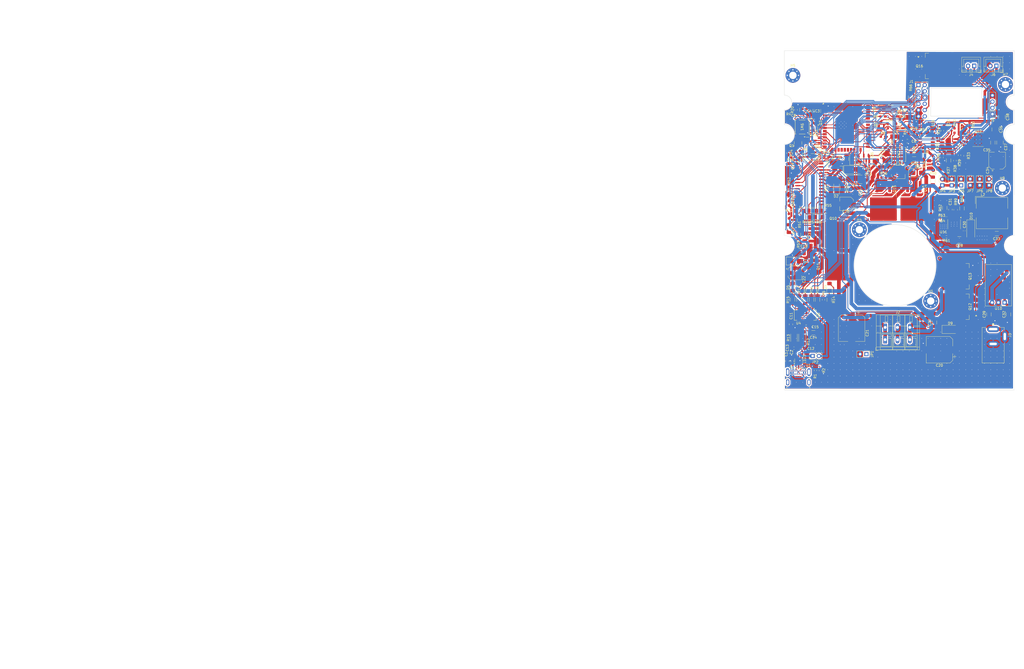
<source format=kicad_pcb>
(kicad_pcb (version 20240108) (generator "pcbnew") (generator_version "8.0")
  (layers (0 "F.Cu" signal) (1 "In1.Cu" power) (2 "In2.Cu" power) (31 "B.Cu" signal) (34 "B.Paste" user) (35 "F.Paste" user) (36 "B.SilkS" user "B.Silkscreen") (37 "F.SilkS" user "F.Silkscreen") (38 "B.Mask" user) (39 "F.Mask" user) (44 "Edge.Cuts" user))
  (net 0 "")
  (net 1 "VBUS")
  (net 2 "/ESP32-WROOM-32/ESP32-ENABLE")
  (net 3 "/ESP32-WROOM-32/ESP32-GPIO0")
  (net 4 "Net-(D1-K)")
  (net 5 "/3-PH/IR2136-RCIN")
  (net 6 "+12V")
  (net 7 "/3-PH/IR2136-VB1")
  (net 8 "/3-PH/IR2136-VB2")
  (net 9 "/3-PH/IR2136-VB3")
  (net 10 "Net-(U11-BST)")
  (net 11 "Net-(C31-Pad1)")
  (net 12 "Net-(D4-K)")
  (net 13 "Net-(U11-COMP)")
  (net 14 "Net-(JP6-A)")
  (net 15 "+5V")
  (net 16 "Net-(U12-VCP)")
  (net 17 "Net-(U12-VINT)")
  (net 18 "Net-(D2-K)")
  (net 19 "Net-(D3-K)")
  (net 20 "/ESP32-WROOM-32/ESP32-GPIO2")
  (net 21 "/3-PH/IR2136-FAULT-LED")
  (net 22 "/ESP32-WROOM-32/ESP32-AUX-5")
  (net 23 "/ESP32-WROOM-32/ESP32-AUX-2")
  (net 24 "/ESP32-WROOM-32/ESP32-AUX-4")
  (net 25 "/ESP32-WROOM-32/ESP32-SENSOR-VP")
  (net 26 "/ESP32-WROOM-32/ESP32-SENSOR-VN")
  (net 27 "/ESP32-WROOM-32/ESP32-AUX-1")
  (net 28 "/ESP32-WROOM-32/ESP32-AUX-6")
  (net 29 "Net-(J4-Pin_1)")
  (net 30 "Net-(J4-Pin_2)")
  (net 31 "/ESP32-WROOM-32/ESP32-LED-CLK")
  (net 32 "/ESP32-WROOM-32/ESP32-GPIO13")
  (net 33 "Net-(J6-Pin_2)")
  (net 34 "Net-(Q1-B)")
  (net 35 "/ESP32-WROOM-32/FT231XS-RTS")
  (net 36 "/ESP32-WROOM-32/FT231XS-DTR")
  (net 37 "Net-(Q2-B)")
  (net 38 "/3-PH/HIN2")
  (net 39 "/3-PH/IR2136_HIN2")
  (net 40 "+3.3V")
  (net 41 "/3-PH/IR2136_HIN1")
  (net 42 "/3-PH/HIN1")
  (net 43 "/3-PH/HIN3")
  (net 44 "/3-PH/IR2136_HIN3")
  (net 45 "/3-PH/IR2136-EN")
  (net 46 "/3-PH/LIN1")
  (net 47 "/3-PH/IR2136-LIN1")
  (net 48 "/3-PH/IR2136-LIN2")
  (net 49 "/3-PH/LIN2")
  (net 50 "/3-PH/IR2136-LIN3")
  (net 51 "/3-PH/LIN3")
  (net 52 "/3-PH/IR2136-HO1-R")
  (net 53 "/3-PH/IR2136-LO1-R")
  (net 54 "/3-PH/IR2136-HO2-R")
  (net 55 "/3-PH/IR2136-LO2-R")
  (net 56 "/3-PH/IR2136-HO3-R")
  (net 57 "/3-PH/IR2136-LO3-R")
  (net 58 "Net-(Q16-G)")
  (net 59 "/ESP32-WROOM-32/USB_CONN_CC2")
  (net 60 "/ESP32-WROOM-32/USB_CONN_CC1")
  (net 61 "/ESP32-WROOM-32/ESP32-TXD0")
  (net 62 "/ESP32-WROOM-32/ESP32-GPIO5")
  (net 63 "/ESP32-WROOM-32/FT231XS-RXD")
  (net 64 "/ESP32-WROOM-32/FT231XS-TXD")
  (net 65 "/ESP32-WROOM-32/ESP32-RXD0")
  (net 66 "/ESP32-WROOM-32/FT231XS-CTS")
  (net 67 "/3-PH/LM393-VREF1")
  (net 68 "/3-PH/LM393-COIL1")
  (net 69 "/3-PH/3PH-ZC1")
  (net 70 "/3-PH/LM393-VREF2")
  (net 71 "/3-PH/LM393-COIL2")
  (net 72 "/3-PH/3PH-ZC2")
  (net 73 "/3-PH/LM393-VREF3")
  (net 74 "/3-PH/IR2136-FAULT")
  (net 75 "/3-PH/LM393-COIL3")
  (net 76 "/3-PH/3PH-ZC3")
  (net 77 "/3-PH/IR2136-ITRIP")
  (net 78 "/3-PH/IR2136-HO1")
  (net 79 "/3-PH/IR2136-LO1")
  (net 80 "/3-PH/IR2136-LO2")
  (net 81 "/3-PH/IR2136-LO3")
  (net 82 "/3-PH/IR2136-HO2")
  (net 83 "/3-PH/IR2136-HO3")
  (net 84 "/Power/EN")
  (net 85 "Net-(U11-RSET)")
  (net 86 "/ESP32-WROOM-32/ESP32-12VLED")
  (net 87 "/ESP32-WROOM-32/USB_CONN_D+")
  (net 88 "/ESP32-WROOM-32/USB_CMC_D-")
  (net 89 "/ESP32-WROOM-32/USB_CONN_D-")
  (net 90 "/ESP32-WROOM-32/USB_CMC_D+")
  (net 91 "/ESP32-WROOM-32/USB_FT231XS_D-")
  (net 92 "/ESP32-WROOM-32/USB_FT231XS_D+")
  (net 104 "Net-(JP3-A)")
  (net 106 "/ESP32-WROOM-32/ESP32-AIN2")
  (net 111 "Net-(U11-FB)")
  (net 121 "GND")
  (net 122 "Net-(U12-~{SLEEP})")
  (net 123 "/3-PH/IR2136_VS1")
  (net 124 "/3-PH/IR2136_VS2")
  (net 125 "/3-PH/IR2136_VS3")
  (net 126 "Net-(U6-3V3OUT)")
  (net 127 "Net-(D5-K)")
  (net 128 "Net-(D10-K)")
  (net 129 "Net-(U6-CBUS1)")
  (net 130 "Net-(U6-CBUS2)")
  (net 131 "/ESP32-WROOM-32/USBDM")
  (net 132 "/ESP32-WROOM-32/USBDP")
  (net 133 "Net-(JP1-A)")
  (net 134 "V-BUS")
  (footprint "Resistor_SMD:R_0603_1608Metric" (layer "F.Cu") (at 235.251 53.92 90)
    (property "Reference" "R49")
    (property "Value" "5.1k")
  )
  (footprint "Resistor_SMD:R_0603_1608Metric_Pad0.98x0.95mm_HandSolder" (layer "F.Cu") (at 184.618 87.306 90)
    (property "Reference" "R32")
    (property "Value" "10K")
  )
  (footprint "Resistor_SMD:R_1206_3216Metric_Pad1.30x1.75mm_HandSolder" (layer "F.Cu") (at 188.5188 94.869 -90)
    (property "Reference" "R53")
    (property "Value" "1K")
  )
  (footprint "Resistor_SMD:R_0603_1608Metric_Pad0.98x0.95mm_HandSolder" (layer "F.Cu") (at 246.814 52.687 90)
    (property "Reference" "R23")
    (property "Value" "10K")
  )
  (footprint "Capacitor_SMD:C_1206_3216Metric_Pad1.33x1.80mm_HandSolder" (layer "F.Cu") (at 243.561 130.4235 90)
    (property "Reference" "C27")
    (property "Value" "10uF 50V X7R")
  )
  (footprint "Capacitor_SMD:CP_Elec_5x5.7" (layer "F.Cu") (at 208.018 82.356 180)
    (property "Reference" "C26")
    (property "Value" "10uF")
  )
  (footprint "Resistor_SMD:R_0603_1608Metric_Pad0.98x0.95mm_HandSolder" (layer "F.Cu") (at 233.101 52.945 90)
    (property "Reference" "R44")
    (property "Value" "10K")
  )
  (footprint "Resistor_SMD:R_0603_1608Metric_Pad0.98x0.95mm_HandSolder" (layer "F.Cu") (at 246.614 63.537 90)
    (property "Reference" "R28")
    (property "Value" "10K")
  )
  (footprint "Package_TO_SOT_SMD:TO-263-2" (layer "F.Cu") (at 202.468 107.95)
    (property "Reference" "Q11")
    (property "Value" "IRLZ44N")
  )
  (footprint "Connector_PinHeader_2.54mm:PinHeader_1x02_P2.54mm_Vertical" (layer "F.Cu") (at 258.089 74.803 180)
    (property "Reference" "JP7")
    (property "Value" "Jumper_2_Open")
  )
  (footprint "privateParts:Bourns_SRF3216A" (layer "F.Cu") (at 188.568 142.6685 180)
    (property "Reference" "U4")
    (property "Value" "SRF3216A-Common_Mode_Choke")
  )
  (footprint "Resistor_SMD:R_0603_1608Metric_Pad0.98x0.95mm_HandSolder" (layer "F.Cu") (at 223.068 71.656 180)
    (property "Reference" "R36")
    (property "Value" "10K")
  )
  (footprint "Resistor_SMD:R_0603_1608Metric_Pad0.98x0.95mm_HandSolder" (layer "F.Cu") (at 257.81 50.318 -90)
    (property "Reference" "R65")
    (property "Value" "10K")
  )
  (footprint "Connector_PinHeader_2.54mm:PinHeader_1x02_P2.54mm_Vertical" (layer "F.Cu") (at 254.381 74.841 180)
    (property "Reference" "JP5")
    (property "Value" "Jumper_2_Open")
  )
  (footprint "Capacitor_SMD:C_0805_2012Metric_Pad1.18x1.45mm_HandSolder" (layer "F.Cu") (at 242.868 53.1185 90)
    (property "Reference" "C16")
    (property "Value" "0.1uF X7R 50V 0805")
  )
  (footprint "Resistor_SMD:R_0603_1608Metric" (layer "F.Cu") (at 248.451 95.664)
    (property "Reference" "R61")
    (property "Value" "200K 0603")
  )
  (footprint "Resistor_SMD:R_2010_5025Metric_Pad1.40x2.65mm_HandSolder" (layer "F.Cu") (at 190.0105 136.6185 90)
    (property "Reference" "R12")
    (property "Value" "27R")
  )
  (footprint "Package_TO_SOT_SMD:SOT-23" (layer "F.Cu") (at 194.7672 51.556 -90)
    (property "Reference" "Q3")
    (property "Value" "2N7002E")
  )
  (footprint "Diode_SMD:D_SMA_Handsoldering" (layer "F.Cu") (at 258.293 93.338 -90)
    (property "Reference" "D10")
    (property "Value" "D_Schottky")
  )
  (footprint "Capacitor_SMD:C_1206_3216Metric_Pad1.33x1.80mm_HandSolder" (layer "F.Cu") (at 265.618 127.156 90)
    (property "Reference" "C29")
    (property "Value" "22uF 6.3V")
  )
  (footprint "Package_TO_SOT_SMD:SOT-23-6" (layer "F.Cu") (at 188.568 145.8685 90)
    (property "Reference" "U3")
    (property "Value" "USBLC6-2SC6")
  )
  (footprint "Capacitor_SMD:C_1206_3216Metric_Pad1.33x1.80mm_HandSolder" (layer "F.Cu") (at 273.618 127.156 90)
    (property "Reference" "C32")
    (property "Value" "22uF 6.3V")
  )
  (footprint "Connector_PinHeader_2.54mm:PinHeader_1x02_P2.54mm_Vertical" (layer "F.Cu") (at 194.225 144 90)
    (property "Reference" "JP2")
    (property "Value" "Jumper_2_Open")
  )
  (footprint "Connector_PinHeader_2.54mm:PinHeader_1x02_P2.54mm_Vertical" (layer "F.Cu") (at 265.709 74.798 180)
    (property "Reference" "JP8")
    (property "Value" "Jumper_2_Open")
  )
  (footprint "Resistor_SMD:R_1206_3216Metric_Pad1.30x1.75mm_HandSolder" (layer "F.Cu") (at 201.618 75.856 90)
    (property "Reference" "R57")
    (property "Value" "1K")
  )
  (footprint "Package_TO_SOT_SMD:SOT-23" (layer "F.Cu") (at 222.093 43.956)
    (property "Reference" "Q8")
    (property "Value" "2N7002E")
  )
  (footprint "privateParts:SON4_PTS526 SM15 SMTR2 LFS_CNK" (layer "F.Cu") (at 229.118 62.306 90)
    (property "Reference" "SW2")
    (property "Value" "PTS526 SM15 SMTR2 LFS")
  )
  (footprint "Capacitor_SMD:C_0805_2012Metric" (layer "F.Cu") (at 228.5555 57.231)
    (property "Reference" "C5")
    (property "Value" "1uF")
  )
  (footprint "Capacitor_SMD:C_0402_1005Metric" (layer "F.Cu") (at 255.626 93.279 90)
    (property "Reference" "C30")
    (property "Value" "100nF")
  )
  (footprint "Resistor_SMD:R_1206_3216Metric_Pad1.30x1.75mm_HandSolder" (layer "F.Cu") (at 184.618 92.356 -90)
    (property "Reference" "R47")
    (property "Value" "100K")
  )
  (footprint "Capacitor_SMD:C_1210_3225Metric" (layer "F.Cu") (at 253.672 96.934 180)
    (property "Reference" "C28")
    (property "Value" "10uF 50V X7R 1210")
  )
  (footprint "Capacitor_SMD:CP_Elec_6.3x5.9" (layer "F.Cu") (at 268.961 64.797 90)
    (property "Reference" "C34")
    (property "Value" "C_Polarized")
  )
  (footprint "Capacitor_SMD:C_0805_2012Metric_Pad1.18x1.45mm_HandSolder" (layer "F.Cu") (at 183.968 146.056 90)
    (property "Reference" "C1")
    (property "Value" "0.1uF X7R 50V 0805")
  )
  (footprint "Resistor_SMD:R_1206_3216Metric" (layer "F.Cu") (at 247.752 83.98 90)
    (property "Reference" "R62")
    (property "Value" "100K 1206")
  )
  (footprint "Resistor_SMD:R_0603_1608Metric" (layer "F.Cu") (at 244.868 55.981 90)
    (property "Reference" "R29")
    (property "Value" "5.1k")
  )
  (footprint "Resistor_SMD:R_1206_3216Metric_Pad1.30x1.75mm_HandSolder" (layer "F.Cu") (at 184.618 77.106 90)
    (property "Reference" "R52")
    (property "Value" "1M")
  )
  (footprint "Capacitor_SMD:C_1210_3225Metric_Pad1.33x2.70mm_HandSolder" (layer "F.Cu") (at 270.891 47.117 90)
    (property "Reference" "C38")
    (property "Value" "10uF")
  )
  (footprint "Capacitor_SMD:C_0805_2012Metric" (layer "F.Cu") (at 250.038 84.676 -90)
    (property "Reference" "C31")
    (property "Value" "150pF 0805")
  )
  (footprint "Package_TO_SOT_SMD:SOT-223-3_TabPin2" (layer "F.Cu") (at 203.118 68.906 90)
    (property "Reference" "U5")
    (property "Value" "NCP1117-3.3_SOT223")
  )
  (footprint "Diode_SMD:D_SMA" (layer "F.Cu") (at 187.071 105.537)
    (property "Reference" "D7")
    (property "Value" "US1J")
  )
  (footprint "Capacitor_SMD:C_1206_3216Metric_Pad1.33x1.80mm_HandSolder" (layer "F.Cu") (at 189.865 44.2345 90)
    (property "Reference" "C8")
    (property "Value" "0.1uF")
  )
  (footprint "Capacitor_SMD:C_0805_2012Metric" (layer "F.Cu") (at 232.618 56.906)
    (property "Reference" "C6")
    (property "Value" "1uF")
  )
  (footprint "Connector_JST:JST_XH_B2B-XH-A_1x02_P2.50mm_Vertical" (layer "F.Cu") (at 259.695 26.433 180)
    (property "Reference" "J4")
    (property "Value" "Screw_Terminal_01x02")
  )
  (footprint "Capacitor_SMD:C_1210_3225Metric_Pad1.33x2.70mm_HandSolder" (layer "F.Cu") (at 196.1642 44.6993 -90)
    (property "Reference" "C3")
    (property "Value" "10uF")
  )
  (footprint "Package_TO_SOT_SMD:SOT-23" (layer "F.Cu") (at 226.318 43.906)
    (property "Reference" "Q9")
    (property "Value" "2N7002E")
  )
  (footprint "Resistor_SMD:R_0603_1608Metric_Pad0.98x0.95mm_HandSolder" (layer "F.Cu") (at 187.452 44.222 90)
    (property "Reference" "R20")
    (property "Value" "10K")
  )
  (footprint "Resistor_SMD:R_1206_3216Metric_Pad1.30x1.75mm_HandSolder" (layer "F.Cu") (at 191.2605 121.186 -90)
    (property "Reference" "R19")
    (property "Value" "0R")
  )
  (footprint "Capacitor_SMD:C_1210_3225Metric_Pad1.33x2.70mm_HandSolder" (layer "F.Cu") (at 189.23 101.854 180)
    (property "Reference" "C18")
    (property "Value" "10uF 50V X7R")
  )
  (footprint "Resistor_SMD:R_0805_2012Metric" (layer "F.Cu") (at 252.197 84.742 -90)
    (property "Reference" "R59")
    (property "Value" "17.4K 0805")
  )
  (footprint "MountingHole:MountingHole_3mm_Pad_Via" (layer "F.Cu") (at 186.25 30.25)
    (property "Reference" "H5")
    (property "Value" "MountingHole_Pad")
  )
  (footprint "LED_SMD:LED_1206_3216Metric_Pad1.42x1.75mm_HandSolder" (layer "F.Cu") (at 210.393 64.081 90)
    (property "Reference" "D3")
    (property "Value" "LED - Red")
  )
  (footprint "Resistor_SMD:R_0603_1608Metric_Pad0.98x0.95mm_HandSolder" (layer "F.Cu") (at 234.001 60.445 -90)
    (property "Reference" "R48")
    (property "Value" "10K")
  )
  (footprint "Resistor_SMD:R_0603_1608Metric" (layer "F.Cu") (at 253.745 62.615 -90)
    (property "Reference" "R39")
    (property "Value" "5.1k")
  )
  (footprint "LED_SMD:LED_1206_3216Metric_Pad1.42x1.75mm_HandSolder" (layer "F.Cu") (at 203.968 75.856 90)
    (property "Reference" "D2")
    (property "Value" "LED - Yellow")
  )
  (footprint "Capacitor_SMD:C_0402_1005Metric_Pad0.74x0.62mm_HandSolder" (layer "F.Cu") (at 248.26 87.536 -90)
    (property "Reference" "R63")
    (property "Value" "40.2k")
  )
  (footprint "Package_TO_SOT_SMD:TO-263-2" (layer "F.Cu") (at 252.82 111.685 180)
    (property "Reference" "Q13")
    (property "Value" "IRLZ44N")
  )
  (footprint "Capacitor_SMD:C_1210_3225Metric_Pad1.33x2.70mm_HandSolder" (layer "F.Cu") (at 270.144 57.504 90)
    (property "Reference" "C37")
    (property "Value" "10uF")
  )
  (footprint "Resistor_SMD:R_0603_1608Metric_Pad0.98x0.95mm_HandSolder" (layer "F.Cu") (at 184.618 82.106 90)
    (property "Reference" "R43")
    (property "Value" "10K")
  )
  (footprint "Capacitor_SMD:C_1206_3216Metric_Pad1.33x1.80mm_HandSolder" (layer "F.Cu") (at 268.834 94.394)
    (property "Reference" "C33")
    (property "Value" "22uF 6.3V")
  )
  (footprint "Resistor_SMD:R_0603_1608Metric" (layer "F.Cu") (at 197.368 149.906 -90)
    (property "Reference" "R2")
    (property "Value" "5.1k")
  )
  (footprint "Capacitor_Tantalum_SMD:CP_EIA-6032-15_Kemet-U" (layer "F.Cu") (at 210.5905 68.486)
    (property "Reference" "C10")
    (property "Value" "10uF 25V 2312 Tantalum")
  )
  (footprint "Capacitor_SMD:C_1210_3225Metric_Pad1.33x2.70mm_HandSolder" (layer "F.Cu") (at 268.239 52.17 -90)
    (property "Reference" "C36")
    (property "Value" "10uF")
  )
  (footprint "MountingHole:MountingHole_3mm_Pad_Via" (layer "F.Cu") (at 213.167657 92.821057)
    (property "Reference" "H4")
    (property "Value" "MountingHole_Pad")
  )
  (footprint "Package_SO:SOIC-8-1EP_3.9x4.9mm_P1.27mm_EP2.29x3mm" (layer "F.Cu") (at 251.581 90.584 -90)
    (property "Reference" "U11")
    (property "Value" "~")
  )
  (footprint "privateParts:CUI_PJ-002B" (layer "F.Cu") (at 267.368 133.106 -90)
    (property "Reference" "J3")
    (property "Value" "PJ-002B")
  )
  (footprint "privateParts:MOLEX_2137160001" (layer "F.Cu") (at 188.434 157.684)
    (property "Reference" "U1")
    (property "Value" "2137160001-Molex-USB-C-Connector")
  )
  (footprint "Capacitor_SMD:C_0603_1608Metric_Pad1.08x0.95mm_HandSolder" (layer "F.Cu") (at 190.0605 140.8185)
    (property "Reference" "C12")
    (property "Value" "47pF")
  )
  (footprint "Resistor_SMD:R_0603_1608Metric_Pad0.98x0.95mm_HandSolder" (layer "F.Cu") (at 197.3072 52.306 90)
    (property "Reference" "R21")
    (property "Value" "10K")
  )
  (footprint "Resistor_SMD:R_0603_1608Metric_Pad0.98x0.95mm_HandSolder" (layer "F.Cu") (at 230.868 43.156 180)
    (property "Reference" "R42")
    (property "Value" "10K")
  )
  (footprint "Resistor_SMD:R_0603_1608Metric_Pad0.98x0.95mm_HandSolder" (layer "F.Cu") (at 215.718 68.106 -90)
    (property "Reference" "R31")
    (property "Value" "10K")
  )
  (footprint "Package_SO:SOIC-28W_7.5x18.7mm_P1.27mm" (layer "F.Cu") (at 192.918 74.306)
    (property "Reference" "U9")
    (property "Value" "IR2136")
  )
  (footprint "Capacitor_Tantalum_SMD:CP_EIA-6032-15_Kemet-U" (layer "F.Cu") (at 211.318 72.406)
    (property "Reference" "C7")
    (property "Value" "10uF 25V 2312 Tantalum")
  )
  (footprint "LED_SMD:LED_1206_3216Metric_Pad1.42x1.75mm_HandSolder" (layer "F.Cu") (at 196.8055 87.681)
    (property "Reference" "D6")
    (property "Value" "LED - Red")
  )
  (footprint "Capacitor_SMD:C_0805_2012Metric_Pad1.18x1.45mm_HandSolder" (layer "F.Cu") (at 185.4605 131.181 -90)
    (property "Reference" "C11")
    (property "Value" "0.1uF X7R 50V 0805")
  )
  (footprint "Resistor_SMD:R_0603_1608Metric_Pad0.98x0.95mm_HandSolder" (layer "F.Cu") (at 222.768 55.106)
    (property "Reference" "R9")
    (property "Value" "10K")
  )
  (footprint "Resistor_SMD:R_1206_3216Metric_Pad1.30x1.75mm_HandSolder" (layer "F.Cu") (at 196.2605 121.186 -90)
    (property "Reference" "R18")
    (property "Value" "0R")
  )
  (footprint "Diode_SMD:D_SMA" (layer "F.Cu") (at 250.155 133.225)
    (property "Reference" "D9")
    (property "Value" "US1J")
  )
  (footprint "Capacitor_SMD:C_1210_3225Metric_Pad1.33x2.70mm_HandSolder" (layer "F.Cu") (at 192.913 44.687 -90)
    (property "Reference" "C4")
    (property "Value" "22uF")
  )
  (footprint "Converter_DCDC:Converter_DCDC_Murata_OKI-78SR_Horizontal" (layer "F.Cu") (at 272.019 122.329 180)
    (property "Reference" "U10")
    (property "Value" "OKI-78SR-5_1.5-W36H-C")
  )
  (footprint "RF_Module:ESP32-WROOM-32E" (layer "F.Cu") (at 207.9248 47.9284)
    (property "Reference" "U2")
    (property "Value" "ESP32-WROOM-E")
  )
  (footprint "Diode_SMD:D_SMA" (layer "F.Cu") (at 236.608 69.756)
    (property "Reference" "D8")
    (property "Value" "US1J")
  )
  (footprint "Resistor_SMD:R_1206_3216Metric_Pad1.30x1.75mm_HandSolder" (layer "F.Cu") (at 194.268 85.206)
    (property "Reference" "R54")
    (property "Value" "100R")
  )
  (footprint "Capacitor_SMD:C_0603_1608Metric_Pad1.08x0.95mm_HandSolder" (layer "F.Cu") (at 186.673 140.8185 180)
    (property "Reference" "C13")
    (property "Value" "47pF")
  )
  (footprint "Capacitor_SMD:CP_Elec_5x5.7" (layer "F.Cu") (at 187.03 110.363)
    (property "Reference" "C22")
    (property "Value" "10uF")
  )
  (footprint "MountingHole:MountingHole_3mm_Pad_Via" (layer "F.Cu") (at 272.34081 33.93141)
    (property "Reference" "H7")
    (property "Value" "MountingHole_Pad")
  )
  (footprint "Package_SO:SOP-8_3.9x4.9mm_P1.27mm" (layer "F.Cu") (at 240.301 57.945)
    (property "Reference" "U8")
    (property "Value" "LM393")
  )
  (footprint "Capacitor_SMD:CP_Elec_5x5.7" (layer "F.Cu") (at 228.918 69.306)
    (property "Reference" "C24")
    (property "Value" "10uF")
  )
  (footprint "Capacitor_SMD:C_0805_2012Metric_Pad1.18x1.45mm_HandSolder" (layer "F.Cu") (at 184.468 67.0685 -90)
    (property "Reference" "C19")
    (property "Value" "0.1uF X7R 50V 0805")
  )
  (footprint "Resistor_SMD:R_0603_1608Metric_Pad0.98x0.95mm_HandSolder" (layer "F.Cu") (at 256.032 62.839 -90)
    (property "Reference" "R33")
    (property "Value" "10K")
  )
  (footprint "Connector_PinHeader_2.54mm:PinHeader_1x02_P2.54mm_Vertical" (layer "F.Cu") (at 216.032 143.256 -90)
    (property "Reference" "JP1")
    (property "Value" "Jumper_2_Open")
  )
  (footprint "Package_TO_SOT_SMD:SOT-23" (layer "F.Cu") (at 194.1805 60.456 180)
    (property "Reference" "Q4")
    (property "Value" "2N7002E")
  )
  (footprint "Resistor_SMD:R_1206_3216Metric_Pad1.30x1.75mm_HandSolder" (layer "F.Cu") (at 187.168 89.106 -90)
    (property "Reference" "R51")
    (property "Value" "1K")
  )
  (footprint "Package_TO_SOT_SMD:TO-263-2" (layer "F.Cu") (at 252.82 124.035 180)
    (property "Reference" "Q12")
    (property "Value" "IRLZ44N")
  )
  (footprint "Resistor_SMD:R_0603_1608Metric_Pad0.98x0.95mm_HandSolder" (layer "F.Cu") (at 198.618 121.206 90)
    (property "Reference" "R5")
    (property "Value" "10K")
  )
  (footprint "MountingHole:MountingHole_3mm_Pad_Via" (layer "F.Cu") (at 271.09081 75.93141)
    (property "Reference" "H9")
    (property "Value" "MountingHole_Pad")
  )
  (footprint "Capacitor_SMD:C_1206_3216Metric_Pad1.33x1.80mm_HandSolder" (layer "F.Cu") (at 215.318 77.656 90)
    (property "Reference" "C25")
    (property "Value" "10uF 50V X7R")
  )
  (footprint "Connector_PinHeader_2.54mm:PinHeader_1x02_P2.54mm_Vertical" (layer "F.Cu") (at 261.899 74.803 180)
    (property "Reference" "JP6")
    (property "Value" "Jumper_2_Open")
  )
  (footprint "Resistor_SMD:R_0603_1608Metric_Pad0.98x0.95mm_HandSolder" (layer "F.Cu") (at 228.0555 50.831 90)
    (property "Reference" "R41")
    (property "Value" "10K")
  )
  (footprint "Resistor_SMD:R_1206_3216Metric_Pad1.30x1.75mm_HandSolder" (layer "F.Cu") (at 188.7605 121.186 -90)
    (property "Reference" "R17")
    (property "Value" "1K")
  )
  (footprint "Resistor_SMD:R_1206_3216Metric" (layer "F.Cu") (at 254.737 84.1725 90)
    (property "Reference" "R60")
    (property "Value" "100K 1206")
  )
  (footprint "Diode_SMD:D_SMA" (layer "F.Cu") (at 221.868 64.906)
    (property "Reference" "D1")
    (property "Value" "SS14")
  )
  (footprint "Resistor_SMD:R_0603_1608Metric_Pad0.98x0.95mm_HandSolder" (layer "F.Cu") (at 227.7555 46.906)
    (property "Reference" "R35")
    (property "Value" "10K")
  )
  (footprint "Resistor_SMD:R_0603_1608Metric_Pad0.98x0.95mm_HandSolder" (layer "F.Cu") (at 194.918 48.506)
    (property "Reference" "R4")
    (property "Value" "10K")
  )
  (footprint "Package_TO_SOT_SMD:SOT-23" (layer "F.Cu") (at 188.341 57.658 90)
    (property "Reference" "Q1")
    (property "Value" "S8050")
  )
  (footprint "Package_SO:SSOP-20_3.9x8.7mm_P0.635mm" (layer "F.Cu") (at 191.2605 127.456 -90)
    (property "Reference" "U6")
    (property "Value" "FT231XS")
  )
  (footprint "Package_SO:SOP-8_3.9x4.9mm_P1.27mm" (layer "F.Cu") (at 249.414 57.987)
    (property "Reference" "U7")
    (property "Value" "LM393")
  )
  (footprint "Capacitor_SMD:C_0805_2012Metric_Pad1.18x1.45mm_HandSolder" (layer "F.Cu") (at 191.6055 132.106)
    (property "Reference" "C15")
    (property "Value" "0.1uF X7R 50V 0805")
  )
  (footprint "Connector_PinHeader_2.54mm:PinHeader_2x06_P2.54mm_Vertical" (layer "F.Cu") (at 237.109 34.163)
    (property "Reference" "J1")
    (property "Value" "Conn_02x06_Odd_Even")
  )
  (footprint "LED_SMD:LED_1206_3216Metric_Pad1.42x1.75mm_HandSolder" (layer "F.Cu") (at 186.1605 116.036 90)
    (property "Reference" "D5")
    (property "Value" "LED - Yellow")
  )
  (footprint "Capacitor_SMD:C_1206_3216Metric_Pad1.33x1.80mm_HandSolder" (layer "F.Cu") (at 194.5305 134.556)
    (property "Reference" "C14")
    (property "Value" "4.7uF 16V 1206 Tantalum")
  )
  (footprint "Resistor_SMD:R_1206_3216Metric_Pad1.30x1.75mm_HandSolder" (layer "F.Cu") (at 207.993 64.131 90)
    (property "Reference" "R11")
    (property "Value" "220R")
  )
  (footprint "Package_TO_SOT_SMD:TO-263-2" (layer "F.Cu") (at 244.729 26.416)
    (property "Reference" "Q16")
    (property "Value" "IRLZ44N")
  )
  (footprint "Resistor_SMD:R_1206_3216Metric_Pad1.30x1.75mm_HandSolder" (layer "F.Cu") (at 249.341 64.746 90)
    (property "Reference" "R37")
    (property "Value" "33K")
  )
  (footprint "Connector_PinHeader_2.54mm:PinHeader_1x02_P2.54mm_Vertical" (layer "F.Cu") (at 250.571 74.841 180)
    (property "Reference" "JP3")
    (property "Value" "Jumper_2_Open")
  )
  (footprint "Capacitor_SMD:CP_Elec_10x10.5" (layer "F.Cu") (at 210.058 132.724 -90)
    (property "Reference" "C21")
    (property "Value" "330uF 35V")
  )
  (footprint "Resistor_SMD:R_1206_3216Metric_Pad1.30x1.75mm_HandSolder" (layer "F.Cu") (at 186.1605 121.136 -90)
    (property "Reference" "R15")
    (property "Value" "1K")
  )
  (footprint "Package_TO_SOT_SMD:TO-263-2" (layer "F.Cu") (at 235.243 82.981 -90)
    (property "Reference" "Q14")
    (property "Value" "IRLZ44N")
  )
  (footprint "Capacitor_SMD:C_0402_1005Metric" (layer "F.Cu") (at 184.468 143.006 90)
    (property "Reference" "C2")
    (property "Value" "100n")
  )
  (footprint "Capacitor_SMD:C_1206_3216Metric_Pad1.33x1.80mm_HandSolder" (layer "F.Cu") (at 227.918 55.031)
    (property "Reference" "C9")
    (property "Value" "0.1uF")
  )
  (footprint "Resistor_SMD:R_1206_3216Metric_Pad1.30x1.75mm_HandSolder" (layer "F.Cu") (at 200.968 121.206 -90)
    (property "Reference" "R14")
    (property "Value" "1K")
  )
  (footprint "Capacitor_SMD:CP_Elec_10x10.5" (layer "F.Cu") (at 245.593 141.511 180)
    (property "Reference" "C20")
    (property "Value" "330uF 35V")
  )
  (footprint "Resistor_SMD:R_0603_1608Metric_Pad0.98x0.95mm_HandSolder" (layer "F.Cu") (at 249.264 52.637 -90)
    (property "Reference" "R30")
    (property "Value" "10K")
  )
  (footprint "Capacitor_SMD:C_0402_1005Metric_Pad0.74x0.62mm_HandSolder" (layer "F.Cu") (at 246.482 88.044 180)
    (property "Reference" "R64")
    (property "Value" "210k")
  )
  (footprint "Resistor_SMD:R_0603_1608Metric_Pad0.98x0.95mm_HandSolder" (layer "F.Cu") (at 188.268 60.906)
    (property "Reference" "R6")
    (property "Value" "10K")
  )
  (footprint "Package_SO:HTSSOP-16-1EP_4.4x5mm_P0.65mm_EP3.4x5mm_Mask2.46x2.31mm_ThermalVias" (layer "F.Cu") (at 261.266 56.306)
    (property "Reference" "U12")
    (property "Value" "DRV8833PWP")
  )
  (footprint "Resistor_SMD:R_0603_1608Metric_Pad0.98x0.95mm_HandSolder" (layer "F.Cu") (at 251.841 64.796 90)
    (property "Reference" "R38")
    (property "Value" "10K")
  )
  (footprint "Resistor_SMD:R_0603_1608Metric" (layer "F.Cu") (at 195.368 149.831 90)
    (property "Reference" "R1")
    (property "Value" "5.1k")
  )
  (footprint "Resistor_SMD:R_0603_1608Metric_Pad0.98x0.95mm_HandSolder" (layer "F.Cu") (at 193.118 63.306)
    (property "Reference" "R27")
    (property "Value" "10K")
  )
  (footprint "Resistor_SMD:R_0603_1608Metric_Pad0.98x0.95mm_HandSolder" (layer "F.Cu") (at 184.218 61.756 -90)
    (property "Reference" "R24")
    (property "Value" "10K")
  )
  (footprint "TerminalBlock_WAGO:TerminalBlock_WAGO_236-403_1x03_P5.00mm_45Degree" (layer "F.Cu") (at 223.618 132.406)
    (property "Reference" "J2")
    (property "Value" "Screw_Terminal_01x03")
  )
  (footprint "Resistor_SMD:R_0603_1608Metric_Pad0.98x0.95mm_HandSolder" (layer "F.Cu") (at 251.689 52.637 -90)
    (property "Reference" "R40")
    (property "Value" "10K")
  )
  (footprint "Capacitor_SMD:C_1206_3216Metric_Pad1.33x1.80mm_HandSolder" (layer "F.Cu") (at 267.223 57.504 90)
    (property "Reference" "C35")
    (property "Value" "0.1uF")
  )
  (footprint "Resistor_SMD:R_1206_3216Metric_Pad1.30x1.75mm_HandSolder" (layer "F.Cu") (at 235.368 64.156 180)
    (property "Reference" "R46")
    (property "Value" "33K")
  )
  (footprint "Resistor_SMD:R_0603_1608Metric_Pad0.98x0.95mm_HandSolder" (layer "F.Cu") (at 222.6055 59.506 180)
    (property "Reference" "R3")
    (property "Value" "10K")
  )
  (footprint "Connector_PinHeader_2.54mm:PinHeader_1x04_P2.54mm_Vertical" (layer "F.Cu") (at 267.081 45.974 180)
    (property "Reference" "J5")
    (property "Value" "Conn_01x04_Socket")
  )
  (footprint "Inductor_SMD:L_0805_2012Metric_Pad1.05x1.20mm_HandSolder" (layer "F.Cu") (at 186.018 146.106 90)
    (property "Reference" "L1")
    (property "Value" "L_Ferrite")
  )
  (footprint "Connector_JST:JST_XH_B2B-XH-A_1x02_P2.50mm_Vertical" (layer "F.Cu") (at 268.692 26.416 180)
    (property "Reference" "J6")
    (property "Value" "Screw_Terminal_01x02")
  )
  (footprint "Resistor_SMD:R_0603_1608Metric_Pad0.98x0.95mm_HandSolder" (layer "F.Cu") (at 239.151 53.745 180)
    (property "Reference" "R50")
    (property "Value" "10K")
  )
  (footprint "Resistor_SMD:R_0603_1608Metric_Pad0.98x0.95mm_HandSolder" (layer "F.Cu") (at 188.193 63.306 180)
    (property "Reference" "R26")
    (property "Value" "10K")
  )
  (footprint "Package_TO_SOT_SMD:SOT-23" (layer "F.Cu") (at 215.918 63.6685 -90)
    (property "Reference" "Q6")
    (property "Value" "2N7002E")
  )
  (footprint "Resistor_SMD:R_1206_3216Metric_Pad1.30x1.75mm_HandSolder" (layer "F.Cu") (at 233.868 39.206 -90)
    (property "Reference" "R66")
    (property "Value" "1K")
  )
  (footprint "Inductor_SMD:L_TDK_SLF12565" (layer "F.Cu") (at 266.9286 86.0707)
    (property "Reference" "L2")
    (property "Value" "15uH")
  )
  (footprint "Resistor_SMD:R_0603_1608Metric_Pad0.98x0.95mm_HandSolder" (layer "F.Cu") (at 224.7138 50.7746 -90)
    (property "Reference" "R34")
    (property "Value" "10K")
  )
  (footprint "Connector_PinHeader_2.54mm:PinHeader_1x02_P2.54mm_Vertical" (layer "F.Cu") (at 246.761 74.841 180)
    (property "Reference" "JP4")
    (property "Value" "Jumper_2_Open")
  )
  (footprint "Resistor_SMD:R_2010_5025Metric_Pad1.40x2.65mm_HandSolder" (layer "F.Cu") (at 186.7105 136.6185 90)
    (property "Reference" "R13")
    (property "Value" "27R")
  )
  (footprint "Resistor_SMD:R_1206_3216Metric_Pad1.30x1.75mm_HandSolder" (layer "F.Cu") (at 193.7605 121.186 -90)
    (property "Reference" "R16")
    (property "Value" "1K")
  )
  (footprint "Package_TO_SOT_SMD:SOT-23" (layer "F.Cu") (at 222.118 49.906 90)
    (property "Reference" "Q7")
    (property "Value" "2N7002E")
  )
  (footprint "Resistor_SMD:R_1206_3216Metric_Pad1.30x1.75mm_HandSolder" (layer "F.Cu") (at 242.926 73.058 -90)
    (property "Reference" "R58")
    (property "Value" "1K")
  )
  (footprint "Package_TO_SOT_SMD:SOT-23" (layer "F.Cu") (at 196.1055 56.656 180)
    (property "Reference" "Q5")
    (property "Value" "2N7002E")
  )
  (footprint "Resistor_SMD:R_1206_3216Metric_Pad1.30x1.75mm_HandSolder" (layer "F.Cu") (at 206.318 75.856 -90)
    (property "Reference" "R10")
    (property "Value" "220R")
  )
  (footprint "Package_TO_SOT_SMD:TO-263-2" (layer "F.Cu") (at 202.535 94.906)
    (property "Reference" "Q10")
    (property "Value" "IRLZ44N")
  )
  (footprint "Resistor_SMD:R_0603_1608Metric_Pad0.98x0.95mm_HandSolder" (layer "F.Cu") (at 222.6555 46.906)
    (property "Reference" "R8")
    (property "Value" "10K")
  )
  (footprint "Resistor_SMD:R_0603_1608Metric_Pad0.98x0.95mm_HandSolder" (layer "F.Cu") (at 212.818 64.056 90)
    (property "Reference" "R7")
    (property "Value" "10K")
  )
  (footprint "Capacitor_SMD:C_1206_3216Metric_Pad1.33x1.80mm_HandSolder" (layer "F.Cu") (at 191.008 95.8342 90)
    (property "Reference" "C23")
    (property "Value" "10uF 50V X7R")
  )
  (footprint "MountingHole:MountingHole_3mm_Pad_Via" (layer "F.Cu") (at 242.070343 121.723743)
    (property "Reference" "H1")
    (property "Value" "MountingHole_Pad")
  )
  (footprint "Package_TO_SOT_SMD:TO-263-2" (layer "F.Cu") (at 222.893 82.981 -90)
    (property "Reference" "Q15")
    (property "Value" "IRLZ44N")
  )
  (footprint "Resistor_SMD:R_1206_3216Metric_Pad1.30x1.75mm_HandSolder" (layer "F.Cu") (at 191.518 87.731 180)
    (property "Reference" "R45")
    (property "Value" "1K")
  )
  (footprint "Resistor_SMD:R_1206_3216Metric_Pad1.30x1.75mm_HandSolder" (layer "F.Cu") (at 241.418 66.406 90)
    (property "Reference" "R25")
    (property "Value" "33K")
  )
  (footprint "Capacitor_SMD:C_0805_2012Metric_Pad1.18x1.45mm_HandSolder" (layer "F.Cu") (at 254.618 54.406 90)
    (property "Reference" "C17")
    (property "Value" "0.1uF X7R 50V 0805")
  )
  (footprint "Resistor_SMD:R_1206_3216Metric_Pad1.30x1.75mm_HandSolder" (layer "F.Cu") (at 189.018 85.206 180)
    (property "Reference" "R56")
    (property "Value" "100R")
  )
  (footprint "Resistor_SMD:R_1206_3216Metric_Pad1.30x1.75mm_HandSolder" (layer "F.Cu") (at 199.318 85.206 180)
    (property "Reference" "R55")
    (property "Value" "100R")
  )
  (footprint "LED_SMD:LED_1206_3216Metric_Pad1.42x1.75mm_HandSolder" (layer "F.Cu") (at 201.068 116.106 90)
    (property "Reference" "D4")
    (property "Value" "LED - Yellow")
  )
  (footprint "Resistor_SMD:R_0603_1608Metric_Pad0.98x0.95mm_HandSolder" (layer "F.Cu") (at 199.868 63.156)
    (property "Reference" "R22")
    (property "Value" "10K")
  )
  (footprint "Package_TO_SOT_SMD:SOT-23" (layer "F.Cu") (at 192.151 56.896)
    (property "Reference" "Q2")
    (property "Value" "S8050")
  )
  (footprint "privateParts:SON4_PTS526 SM15 SMTR2 LFS_CNK" (layer "F.Cu") (at 189.992 51.186349 -90)
    (property "Reference" "SW1")
    (property "Value" "PTS526 SM15 SMTR2 LFS")
  )
  (gr_arc (start 275.9568 58.1524) (mid 271.9568 54.1524) (end 275.9568 50.1524) (stroke (width 0.1)) (layer "Edge.Cuts"))
  (gr_rect (start 242.0568 35.5224) (end 262.8068 46.7724) (stroke (width 0.1)) (fill none) (layer "Edge.Cuts"))
  (gr_arc (start 275.9568 44.2724) (mid 272.9568 41.2724) (end 275.9568 38.2724) (stroke (width 0.1)) (layer "Edge.Cuts"))
  (gr_arc (start 182.8068 38.2724) (mid 185.8068 41.2724) (end 182.8068 44.2724) (stroke (width 0.1)) (layer "Edge.Cuts"))
  (gr_line (start 275.9568 157.742159) (end 182.8068 157.731564) (stroke (width 0.1)) (layer "Edge.Cuts"))
  (gr_line (start 275.9568 78.6524) (end 275.9568 58.1524) (stroke (width 0.1)) (layer "Edge.Cuts"))
  (gr_line (start 182.8068 20.2724) (end 275.9568 20.2724) (stroke (width 0.1)) (layer "Edge.Cuts"))
  (gr_line (start 182.8068 50.1524) (end 182.8068 49.4624) (stroke (width 0.1)) (layer "Edge.Cuts"))
  (gr_line (start 275.9568 20.2724) (end 275.9568 38.2724) (stroke (width 0.1)) (layer "Edge.Cuts"))
  (gr_line (start 275.971 95.187) (end 275.9568 78.6524) (stroke (width 0.05)) (layer "Edge.Cuts"))
  (gr_arc (start 182.8068 50.1524) (mid 186.8068 54.1524) (end 182.8068 58.1524) (stroke (width 0.1)) (layer "Edge.Cuts"))
  (gr_circle (center 227.619 107.2724) (end 244.119 107.2724) (stroke (width 0.1)) (fill none) (layer "Edge.Cuts"))
  (gr_line (start 182.8068 95.1524) (end 182.8068 58.1524) (stroke (width 0.05)) (layer "Edge.Cuts"))
  (gr_arc (start 182.8068 95.1524) (mid 186.8068 99.1524) (end 182.8068 103.1524) (stroke (width 0.05)) (layer "Edge.Cuts"))
  (gr_arc (start 275.971 103.187) (mid 271.971 99.187) (end 275.971 95.187) (stroke (width 0.05)) (layer "Edge.Cuts"))
  (gr_line (start 182.8068 44.2724) (end 182.8068 49.4624) (stroke (width 0.1)) (layer "Edge.Cuts"))
  (gr_line (start 275.971 103.187) (end 275.9568 157.742159) (stroke (width 0.05)) (layer "Edge.Cuts"))
  (gr_line (start 182.8068 103.1524) (end 182.8068 157.731564) (stroke (width 0.05)) (layer "Edge.Cuts"))
  (gr_line (start 182.8068 38.2724) (end 182.8068 20.2724) (stroke (width 0.1)) (layer "Edge.Cuts"))
  (gr_line (start 275.9568 50.1524) (end 275.9568 44.2724) (stroke (width 0.1)) (layer "Edge.Cuts"))
  (segment (start 186.417625 144.556375) (end 186.417625 143.355625) (width 0.34925) (layer "F.Cu") (net 1))
  (segment (start 184.435875 142.493875) (end 184.468 142.526) (width 0.34925) (layer "F.Cu") (net 1))
  (segment (start 191.618 133.106) (end 191.568 133.106) (width 0.34925) (layer "F.Cu") (net 1))
  (segment (start 190.943 131.436) (end 190.943 130.536) (width 0.3) (layer "F.Cu") (net 1))
  (segment (start 188.268374 145.693125) (end 186.755125 145.693125) (width 0.34925) (layer "F.Cu") (net 1))
  (segment (start 191.568 133.106) (end 190.568 132.106) (width 0.34925) (layer "F.Cu") (net 1))
  (segment (start 188.568 143.206) (end 188.768 143.006) (width 0.34925) (layer "F.Cu") (net 1))
  (segment (start 191.618 133.106) (end 191.618 133.206) (width 0.34925) (layer "F.Cu") (net 1))
  (segment (start 186.755125 145.693125) (end 186.018 144.956) (width 0.34925) (layer "F.Cu") (net 1))
  (segment (start 188.568 144.731) (end 188.568 143.206) (width 0.34925) (layer "F.Cu") (net 1))
  (segment (start 194.246286 134.556) (end 192.968 134.556) (width 0.34925) (layer "F.Cu") (net 1))
  (segment (start 201.068 114.6185) (end 202.768 116.3185) (width 0.34925) (layer "F.Cu") (net 1))
  (segment (start 202.768 126.034286) (end 194.246286 134.556) (width 0.34925) (layer "F.Cu") (net 1))
  (segment (start 186.417625 143.355625) (end 185.588 142.526) (width 0.34925) (layer "F.Cu") (net 1))
  (segment (start 186.018 144.956) (end 186.417625 144.556375) (width 0.34925) (layer "F.Cu") (net 1))
  (segment (start 188.568 145.393499) (end 188.268374 145.693125) (width 0.34925) (layer "F.Cu") (net 1))
  (segment (start 186.1605 114.5485) (end 184.435875 116.273125) (width 0.34925) (layer "F.Cu") (net 1))
  (segment (start 185.588 142.526) (end 184.468 142.526) (width 0.34925) (layer "F.Cu") (net 1))
  (segment (start 191.618 133.206) (end 192.968 134.556) (width 0.34925) (layer "F.Cu") (net 1))
  (segment (start 202.768 116.3185) (end 202.768 126.034286) (width 0.34925) (layer "F.Cu") (net 1))
  (segment (start 184.435875 116.273125) (end 184.435875 142.493875) (width 0.34925) (layer "F.Cu") (net 1))
  (segment (start 188.568 144.731) (end 188.568 145.393499) (width 0.34925) (layer "F.Cu") (net 1))
  (via (at 188.768 143.006) (size 0.8) (drill 0.4) (layers "F.Cu" "B.Cu") (net 1))
  (via (at 191.618 133.106) (size 0.8) (drill 0.4) (layers "F.Cu" "B.Cu") (net 1))
  (segment (start 194.225 144) (end 189.762 144) (width 1) (layer "B.Cu") (net 1))
  (segment (start 191.618 140.156) (end 191.618 133.106) (width 0.34925) (layer "B.Cu") (net 1))
  (segment (start 189.762 144) (end 188.768 143.006) (width 1) (layer "B.Cu") (net 1))
  (segment (start 188.768 143.006) (end 191.618 140.156) (width 0.34925) (layer "B.Cu") (net 1))
  (segment (start 187.174 48.006) (end 186.918 47.75) (width 0.34925) (layer "F.Cu") (net 2))
  (segment (start 191.034 46.966) (end 191.294125 47.226125) (width 0.34925) (layer "F.Cu") (net 2))
  (segment (start 189.7795 55.995408) (end 190.433533 55.341375) (width 0.34925) (layer "F.Cu") (net 2))
  (segment (start 198.086825 51.874637) (end 198.086825 50.762325) (width 0.34925) (layer "F.Cu") (net 2))
  (segment (start 188.142001 48.006) (end 187.174 48.006) (width 0.34925) (layer "F.Cu") (net 2))
  (segment (start 228.368 56.606) (end 228.2305 56.606) (width 0.34925) (layer "F.Cu") (net 2))
  (segment (start 196.066891 45.2084) (end 195.109866 44.251375) (width 0.34925) (layer "F.Cu") (net 2))
  (segment (start 188.142001 54.366698) (end 188.142001 48.006) (width 0.34925) (layer "F.Cu") (net 2))
  (segment (start 190.433533 55.341375) (end 191.158625 55.341375) (width 0.34925) (layer "F.Cu") (net 2))
  (segment (start 228.2305 56.606) (end 227.6055 57.231) (width 0.34925) (layer "F.Cu") (net 2))
  (segment (start 218.360848 42.755625) (end 217.769303 42.16408) (width 0.34925) (layer "F.Cu") (net 2))
  (segment (start 199.1748 45.2084) (end 196.066891 45.2084) (width 0.34925) (layer "F.Cu") (net 2))
  (segment (start 219.468 42.755625) (end 218.360848 42.755625) (width 0.34925) (layer "F.Cu") (net 2))
  (segment (start 188.341 56.7205) (end 189.7795 56.7205) (width 0.34925) (layer "F.Cu") (net 2))
  (segment (start 191.158625 55.341375) (end 191.353427 55.146573) (width 0.34925) (layer "F.Cu") (net 2))
  (segment (start 197.535862 52.4256) (end 198.086825 51.874637) (width 0.34925) (layer "F.Cu") (net 2))
  (segment (start 217.769303 41.913775) (end 215.620175 41.913775) (width 0.34925) (layer "F.Cu") (net 2))
  (segment (start 191.294125 47.226125) (end 194.550625 47.226125) (width 0.34925) (layer "F.Cu") (net 2))
  (segment (start 212.32555 45.2084) (end 199.1748 45.2084) (width 0.34925) (layer "F.Cu") (net 2))
  (segment (start 215.620175 41.913775) (end 212.32555 45.2084) (width 0.34925) (layer "F.Cu") (net 2))
  (segment (start 196.2912 52.4256) (end 197.535862 52.4256) (width 0.34925) (layer "F.Cu") (net 2))
  (segment (start 198.086825 50.762325) (end 195.8305 48.506) (width 0.34925) (layer "F.Cu") (net 2))
  (segment (start 192.0748 45.1104) (end 190.5516 45.1104) (width 0.34925) (layer "F.Cu") (net 2))
  (segment (start 192.933825 44.251375) (end 192.0748 45.1104) (width 0.34925) (layer "F.Cu") (net 2))
  (segment (start 190.5516 45.1104) (end 189.865 45.797) (width 0.34925) (layer "F.Cu") (net 2))
  (segment (start 217.769303 42.16408) (end 217.769303 41.913775) (width 0.34925) (layer "F.Cu") (net 2))
  (segment (start 189.865 45.797) (end 191.034 46.966) (width 0.34925) (layer "F.Cu") (net 2))
  (segment (start 193.570227 55.146573) (end 196.2912 52.4256) (width 0.34925) (layer "F.Cu") (net 2))
  (segment (start 189.7795 56.7205) (end 189.7795 55.995408) (width 0.34925) (layer "F.Cu") (net 2))
  (segment (start 219.468 43.406) (end 219.468 42.755625) (width 0.34925) (layer "F.Cu") (net 2))
  (segment (start 191.353427 55.146573) (end 193.570227 55.146573) (width 0.34925) (layer "F.Cu") (net 2))
  (segment (start 194.550625 47.226125) (end 195.8305 48.506) (width 0.34925) (layer "F.Cu") (net 2))
  (segment (start 195.109866 44.251375) (end 192.933825 44.251375) (width 0.34925) (layer "F.Cu") (net 2))
  (via (at 186.918 47.75) (size 0.45) (drill 0.25) (layers "F.Cu" "B.Cu") (net 2))
  (via (at 191.034 46.966) (size 0.45) (drill 0.25) (layers "F.Cu" "B.Cu") (net 2))
  (via (at 219.468 43.406) (size 0.45) (drill 0.25) (layers "F.Cu" "B.Cu") (net 2))
  (via (at 228.368 56.606) (size 0.45) (drill 0.25) (layers "F.Cu" "B.Cu") (net 2))
  (segment (start 228.351627 45.090624) (end 228.697625 45.436622) (width 0.34925) (layer "B.Cu") (net 2))
  (segment (start 228.387378 43.451375) (end 228.697625 43.761622) (width 0.34925) (layer "B.Cu") (net 2))
  (segment (start 227.84725 53.386247) (end 228.647625 54.186622) (width 0.34925) (layer "B.Cu") (net 2))
  (segment (start 219.468 43.406) (end 219.56375 43.50175) (width 0.34925) (layer "B.Cu") (net 2))
  (segment (start 227.948622 43.451375) (end 228.387378 43.451375) (width 0.34925) (layer "B.Cu") (net 2))
  (segment (start 228.697625 45.875378) (end 227.84725 46.725753) (width 0.34925) (layer "B.Cu") (net 2))
  (segment (start 186.918 47.75) (end 187.702 46.966) (width 0.34925) (layer "B.Cu") (net 2))
  (segment (start 228.697625 44.230377) (end 227.837378 45.090624) (width 0.34925) (layer "B.Cu") (net 2))
  (segment (start 228.647625 54.186622) (end 228.647625 56.326375) (width 0.34925) (layer "B.Cu") (net 2))
  (segment (start 228.697625 45.436622) (end 228.697625 45.875378) (width 0.34925) (layer "B.Cu") (net 2))
  (segment (start 187.702 46.966) (end 191.034 46.966) (width 0.34925) (layer "B.Cu") (net 2))
  (segment (start 228.647625 56.326375) (end 228.368 56.606) (width 0.34925) (layer "B.Cu") (net 2))
  (segment (start 227.84725 46.725753) (end 227.84725 53.386247) (width 0.34925) (layer "B.Cu") (net 2))
  (segment (start 227.898247 43.50175) (end 227.948622 43.451375) (width 0.34925) (layer "B.Cu") (net 2))
  (segment (start 219.56375 43.50175) (end 227.898247 43.50175) (width 0.34925) (layer "B.Cu") (net 2))
  (segment (start 227.837378 45.090624) (end 228.351627 45.090624) (width 0.34925) (layer "B.Cu") (net 2))
  (segment (start 228.697625 43.761622) (end 228.697625 44.230377) (width 0.34925) (layer "B.Cu") (net 2))
  (segment (start 230 58.345776) (end 230.188124 58.345776) (width 0.34925) (layer "F.Cu") (net 3))
  (segment (start 192.6555 56.9435) (end 193.868 58.156) (width 0.34925) (layer "F.Cu") (net 3))
  (segment (start 226.3555 55.031) (end 226.3555 58.21315) (width 0.34925) (layer "F.Cu") (net 3))
  (segment (start 231.668 58.42565) (end 230.967999 59.125651) (width 0.34925) (layer "F.Cu") (net 3))
  (segment (start 211.3904 59.1784) (end 216.6748 59.1784) (width 0.34925) (layer "F.Cu") (net 3))
  (segment (start 217.0024 59.506) (end 216.6748 59.1784) (width 0.34925) (layer "F.Cu") (net 3))
  (segment (start 226.46315 58.21315) (end 226.595776 58.345776) (width 0.34925) (layer "F.Cu") (net 3))
  (segment (start 230.967999 66.032001) (end 230.967999 65.486349) (width 0.34925) (layer "F.Cu") (net 3))
  (segment (start 230.188124 58.345776) (end 230.967999 59.125651) (width 0.34925) (layer "F.Cu") (net 3))
  (segment (start 221.0555 59.506) (end 217.0024 59.506) (width 0.34925) (layer "F.Cu") (net 3))
  (segment (start 221.0555 59.506) (end 221.8805 59.506) (width 0.34925) (layer "F.Cu") (net 3))
  (segment (start 231.668 56.906) (end 231.668 58.42565) (width 0.34925) (layer "F.Cu") (net 3))
  (segment (start 226.3555 58.21315) (end 226.46315 58.21315) (width 0.34925) (layer "F.Cu") (net 3))
  (segment (start 230.75 66.25) (end 230.967999 66.032001) (width 0.34925) (layer "F.Cu") (net 3))
  (segment (start 221.8805 59.506) (end 226.3555 55.031) (width 0.34925) (layer "F.Cu") (net 3))
  (segment (start 210.868 58.656) (end 211.3904 59.1784) (width 0.34925) (layer "F.Cu") (net 3))
  (segment (start 226.595776 58.345776) (end 230 58.345776) (width 0.34925) (layer "F.Cu") (net 3))
  (via (at 230.75 66.25) (size 0.45) (drill 0.25) (layers "F.Cu" "B.Cu") (net 3))
  (via (at 230 58.345776) (size 0.45) (drill 0.25) (layers "F.Cu" "B.Cu") (net 3))
  (via (at 193.868 58.156) (size 0.45) (drill 0.25) (layers "F.Cu" "B.Cu") (net 3))
  (via (at 210.868 58.656) (size 0.45) (drill 0.25) (layers "F.Cu" "B.Cu") (net 3))
  (segment (start 198.651221 62.939221) (end 200.588288 62.939221) (width 0.34925) (layer "B.Cu") (net 3))
  (segment (start 230 65.5) (end 230 58.345776) (width 0.34925) (layer "B.Cu") (net 3))
  (segment (start 193.868 58.156) (end 198.651221 62.939221) (width 0.34925) (layer "B.Cu") (net 3))
  (segment (start 230.75 66.25) (end 230 65.5) (width 0.34925) (layer "B.Cu") (net 3))
  (segment (start 204.871509 58.656) (end 210.868 58.656) (width 0.34925) (layer "B.Cu") (net 3))
  (segment (start 200.588288 62.939221) (end 204.871509 58.656) (width 0.34925) (layer "B.Cu") (net 3))
  (segment (start 208.8555 72.606) (end 205.968 72.606) (width 1) (layer "F.Cu") (net 4))
  (segment (start 215.443 73.42199) (end 216.743 72.12199) (width 1) (layer "F.Cu") (net 4))
  (segment (start 216.712364 70.931) (end 217.218 70.425364) (width 1) (layer "F.Cu") (net 4))
  (segment (start 217.218 68.886636) (end 217.159618 68.828254) (width 1) (layer "F.Cu") (net 4))
  (segment (start 217.218 70.425364) (end 217.218 68.886636) (width 1) (layer "F.Cu") (net 4))
  (segment (start 216.48399 70.931) (end 216.712364 70.931) (width 1) (layer "F.Cu") (net 4))
  (segment (start 205.968 72.606) (end 205.418 72.056) (width 1) (layer "F.Cu") (net 4))
  (segment (start 208.8555 72.406) (end 210.6555 74.206) (width 1) (layer "F.Cu") (net 4))
  (segment (start 214.937364 74.206) (end 215.443 73.700364) (width 1) (layer "F.Cu") (net 4))
  (segment (start 219.868 66.119872) (end 219.868 64.906) (width 1) (layer "F.Cu") (net 4))
  (segment (start 210.6555 74.206) (end 214.937364 74.206) (width 1) (layer "F.Cu") (net 4))
  (segment (start 217.159618 68.828254) (end 219.868 66.119872) (width 1) (layer "F.Cu") (net 4))
  (segment (start 215.443 73.700364) (end 215.443 73.42199) (width 1) (layer "F.Cu") (net 4))
  (segment (start 216.743 71.19001) (end 216.48399 70.931) (width 1) (layer "F.Cu") (net 4))
  (segment (start 216.743 72.12199) (end 216.743 71.19001) (width 1) (layer "F.Cu") (net 4))
  (segment (start 187.613 79.256) (end 188.118 78.751) (width 0.34925) (layer "F.Cu") (net 5))
  (segment (start 184.618 90.806) (end 184.868 90.806) (width 0.34925) (layer "F.Cu") (net 5))
  (segment (start 187.131416 98.192916) (end 187.131416 93.319416) (width 0.34925) (layer "F.Cu") (net 5))
  (segment (start 187.131416 93.319416) (end 184.618 90.806) (width 0.34925) (layer "F.Cu") (net 5))
  (segment (start 190.7925 101.854) (end 187.131416 98.192916) (width 0.34925) (layer "F.Cu") (net 5))
  (segment (start 184.868 90.806) (end 185.818 89.856) (width 0.34925) (layer "F.Cu") (net 5))
  (segment (start 186.718 79.256) (end 187.613 79.256) (width 0.34925) (layer "F.Cu") (net 5))
  (via (at 185.818 89.856) (size 0.45) (drill 0.25) (layers "F.Cu" "B.Cu") (net 5))
  (via (at 186.718 79.256) (size 0.45) (drill 0.25) (layers "F.Cu" "B.Cu") (net 5))
  (segment (start 185.963375 82.197866) (end 185.963375 80.010625) (width 0.34925) (layer "B.Cu") (net 5))
  (segment (start 186.518 82.752491) (end 185.963375 82.197866) (width 0.34925) (layer "B.Cu") (net 5))
  (segment (start 185.818 89.856) (end 186.518 89.156) (width 0.34925) (layer "B.Cu") (net 5))
  (segment (start 186.518 89.156) (end 186.518 82.752491) (width 0.34925) (layer "B.Cu") (net 5))
  (segment (start 185.963375 80.010625) (end 186.718 79.256) (width 0.34925) (layer "B.Cu") (net 5))
  (segment (start 238.018 89.699276) (end 238.311575 89.699276) (width 1.5) (layer "F.Cu") (net 6))
  (segment (start 252.197 96.934) (end 251.363692 96.934) (width 1.5) (layer "F.Cu") (net 6))
  (segment (start 252.155 130.07) (end 248.895 126.81) (width 1.5) (layer "F.Cu") (net 6))
  (segment (start 209.046248 101.3) (end 205.186 101.3) (width 1.5) (layer "F.Cu") (net 6))
  (segment (start 184.468 66.031) (end 188.098 66.031) (width 0.5) (layer "F.Cu") (net 6))
  (segment (start 272.520061 102.817388) (end 272.868 103.116084) (width 1.5) (layer "F.Cu") (net 6))
  (segment (start 250.868 123.233) (end 248.895 121.26) (width 1.5) (layer "F.Cu") (net 6))
  (segment (start 271.468 131.356) (end 271.468 128.130792) (width 1.5) (layer "F.Cu") (net 6))
  (segment (start 271.468 128.130792) (end 266.939 123.601792) (width 1.5) (layer "F.Cu") (net 6))
  (segment (start 188.098 66.031) (end 188.118 66.051) (width 0.5) (layer "F.Cu") (net 6))
  (segment (start 208.034547 115.506) (end 208.140248 115.506) (width 1.5) (layer "F.Cu") (net 6))
  (segment (start 266.939 123.601792) (end 266.939 122.329) (width 1.5) (layer "F.Cu") (net 6))
  (segment (start 251.363692 96.934) (end 250.265809 98.031883) (width 1.5) (layer "F.Cu") (net 6))
  (segment (start 254.737 82.71) (end 254.737 81.948) (width 1.5) (layer "F.Cu") (net 6))
  (segment (start 249.53 102.101375) (end 271.900912 102.101375) (width 1.5) (layer "F.Cu") (net 6))
  (segment (start 238.696427 144.406) (end 241.696427 147.406) (width 1.5) (layer "F.Cu") (net 6))
  (segment (start 208.140248 115.506) (end 209.918 113.728248) (width 1.5) (layer "F.Cu") (net 6))
  (segment (start 272.868 103.116084) (end 272.868 110.406) (width 1.5) (layer "F.Cu") (net 6))
  (segment (start 209.918 102.171752) (end 209.046248 101.3) (width 1.5) (layer "F.Cu") (net 6))
  (segment (start 252.155 133.225) (end 252.155 130.07) (width 1.5) (layer "F.Cu") (net 6))
  (segment (start 235.118 79.406) (end 232.468 82.056) (width 1.5) (layer "F.Cu") (net 6))
  (segment (start 239.649 44.323) (end 241.2568 42.7152) (width 0.5) (layer "F.Cu") (net 6))
  (segment (start 207.068 116.472546) (end 208.034547 115.506) (width 1.5) (layer "F.Cu") (net 6))
  (segment (start 259.182 130.07) (end 252.155 130.07) (width 1.5) (layer "F.Cu") (net 6))
  (segment (start 185.092 93.906) (end 185.928 94.742) (width 0.5) (layer "F.Cu") (net 6))
  (segment (start 253.745 137.559) (end 250.868 134.682) (width 1.5) (layer "F.Cu") (net 6))
  (segment (start 209.918 113.728248) (end 209.918 102.171752) (width 1.5) (layer "F.Cu") (net 6))
  (segment (start 184.618 93.906) (end 184.618 93.656) (width 0.5) (layer "F.Cu") (net 6))
  (segment (start 265.618 125.5935) (end 265.618 123.65) (width 1.5) (layer "F.Cu") (net 6))
  (segment (start 207.068 116.472546) (end 207.068 125.4885) (width 1.5) (layer "F.Cu") (net 6))
  (segment (start 265.618 123.65) (end 266.939 122.329) (width 1.5) (layer "F.Cu") (net 6))
  (segment (start 270.218 133.106) (end 267.368 133.106) (width 1.5) (layer "F.Cu") (net 6))
  (segment (start 267.368 133.106) (end 266.218 131.956) (width 1.5) (layer "F.Cu") (net 6))
  (segment (start 204.597 100.711) (end 204.597 99.544) (width 1.5) (layer "F.Cu") (net 6))
  (segment (start 238.018 86.906) (end 238.018 89.699276) (width 1.5) (layer "F.Cu") (net 6))
  (segment (start 240.259 79.154) (end 240.259 71.407) (width 1.5) (layer "F.Cu") (net 6))
  (segment (start 205.186 101.3) (end 204.597 100.711) (width 1.5) (layer "F.Cu") (net 6))
  (segment (start 189.071 105.905) (end 188.169 106.807) (width 1) (layer "F.Cu") (net 6))
  (segment (start 271.718 131.606) (end 270.218 133.106) (width 1.5) (layer "F.Cu") (net 6))
  (segment (start 239.343 69.021) (end 239.343 64.014556) (width 1) (layer "F.Cu") (net 6))
  (segment (start 249.793 141.511) (end 253.745 137.559) (width 1.5) (layer "F.Cu") (net 6))
  (segment (start 189.071 105.537) (end 189.071 105.905) (width 1) (layer "F.Cu") (net 6))
  (segment (start 238.608 69.756) (end 239.343 69.021) (width 1) (layer "F.Cu") (net 6))
  (segment (start 184.478 66.021) (end 188.118 66.021) (width 1) (layer "F.Cu") (net 6))
  (segment (start 268.692 32.044) (end 268.692 26.416) (width 1) (layer "F.Cu") (net 6))
  (segment (start 263.976 38.862) (end 263.976 36.76) (width 1) (layer "F.Cu") (net 6))
  (segment (start 184.468 66.031) (end 184.478 66.021) (width 1) (layer "F.Cu") (net 6))
  (segment (start 235.118 78.656) (end 235.118 79.406) (width 1.5) (layer "F.Cu") (net 6))
  (segment (start 220.988 139.4085) (end 220.988 141.276) (width 1.5) (layer "F.Cu") (net 6))
  (segment (start 184.468 66.031) (end 183.918563 66.031) (width 0.5) (layer "F.Cu") (net 6))
  (segment (start 241.2568 34.9922) (end 242.316 33.933) (width 0.5) (layer "F.Cu") (net 6))
  (segment (start 271.718 131.606) (end 271.468 131.356) (width 1.5) (layer "F.Cu") (net 6))
  (segment (start 261.068 131.956) (end 259.182 130.07) (width 1.5) (layer "F.Cu") (net 6))
  (segment (start 253.745 137.559) (end 253.745 126.81) (width 1.5) (layer "F.Cu") (net 6))
  (segment (start 243.898 147.406) (end 253.745 137.559) (width 1.5) (layer "F.Cu") (net 6))
  (segment (start 239.343 64.014556) (end 239.726181 63.631375) (width 1) (layer "F.Cu") (net 6))
  (segment (start 240.259 71.407) (end 238.608 69.756) (width 1.5) (layer "F.Cu") (net 6))
  (segment (start 235.243 84.481) (end 235.243 84.17) (width 1.5) (layer "F.Cu") (net 6))
  (segment (start 204.597 99.544) (end 206.46 97.681) (width 1.5) (layer "F.Cu") (net 6))
  (segment (start 224.118 144.406) (end 238.696427 144.406) (width 1.5) (layer "F.Cu") (net 6))
  (segment (start 207.068 125.4885) (end 220.988 139.4085) (width 1.5) (layer "F.Cu") (net 6))
  (segment (start 235.243 84.17) (end 240.259 79.154) (width 1.5) (layer "F.Cu") (net 6))
  (segment (start 250.868 134.682) (end 250.868 123.233) (width 1.5) (layer "F.Cu") (net 6))
  (segment (start 254.737 81.948) (end 254.356 81.567) (width 1.5) (layer "F.Cu") (net 6))
  (segment (start 183.918563 66.031) (end 183.808676 66.140887) (width 0.5) (layer "F.Cu") (net 6))
  (segment (start 246.38 98.951375) (end 249.53 102.101375) (width 1.5) (layer "F.Cu") (net 6))
  (segment (start 266.218 131.956) (end 261.068 131.956) (width 1.5) (layer "F.Cu") (net 6))
  (segment (start 184.618 93.906) (end 185.092 93.906) (width 0.5) (layer "F.Cu") (net 6))
  (segment (start 241.696427 147.406) (end 243.898 147.406) (width 1.5) (layer "F.Cu") (net 6))
  (segment (start 263.976 36.76) (end 268.692 32.044) (width 1) (layer "F.Cu") (net 6))
  (segment (start 271.900912 102.101375) (end 272.170484 102.449633) (width 1.5) (layer "F.Cu") (net 6))
  (segment (start 184.618 93.656) (end 183.618 92.656) (width 0.5) (layer "F.Cu") (net 6))
  (segment (start 220.988 141.276) (end 224.118 144.406) (width 1.5) (layer "F.Cu") (net 6))
  (segment (start 272.170484 102.449633) (end 272.520061 102.817388) (width 1.5) (layer "F.Cu") (net 6))
  (segment (start 241.2568 42.7152) (end 241.2568 34.9922) (width 0.5) (layer "F.Cu") (net 6))
  (segment (start 242.316 33.933) (end 259.588 33.933) (width 0.5) (layer "F.Cu") (net 6))
  (via (at 238.311575 89.699276) (size 0.9) (drill 0.2) (layers "F.Cu" "B.Cu") (net 6))
  (via (at 207.068 116.472546) (size 0.9) (drill 0.2) (layers "F.Cu" "B.Cu") (net 6))
  (via (at 259.588 33.933) (size 0.5) (drill 0.2) (layers "F.Cu" "B.Cu") (net 6))
  (via (at 185.928 94.742) (size 0.9) (drill 0.2) (layers "F.Cu" "B.Cu") (net 6))
  (via (at 187.742982 116.334503) (size 0.9) (drill 0.2) (layers "F.Cu" "B.Cu") (net 6))
  (via (at 183.808676 66.140887) (size 0.9) (drill 0.2) (layers "F.Cu" "B.Cu") (net 6))
  (via (at 235.118 78.656) (size 0.9) (drill 0.2) (layers "F.Cu" "B.Cu") (net 6))
  (via (at 188.169 106.807) (size 0.9) (drill 0.2) (layers "F.Cu" "B.Cu") (net 6))
  (via (at 246.38 98.951375) (size 0.9) (drill 0.2) (layers "F.Cu" "B.Cu") (net 6))
  (via (at 263.976 38.862) (size 0.5) (drill 0.2) (layers "F.Cu" "B.Cu") (net 6))
  (via (at 254.356 81.567) (size 0.9) (drill 0.2) (layers "F.Cu" "B.Cu") (net 6))
  (via (at 183.618 92.656) (size 0.9) (drill 0.2) (layers "F.Cu" "B.Cu") (net 6))
  (via (at 272.868 110.406) (size 0.9) (drill 0.2) (layers "F.Cu" "B.Cu") (net 6))
  (via (at 239.726181 63.631375) (size 0.9) (drill 0.2) (layers "F.Cu" "B.Cu") (net 6))
  (segment (start 238.718 75.056) (end 235.118 78.656) (width 1.5) (layer "B.Cu") (net 6))
  (segment (start 183.5 78.143) (end 183.808676 77.834324) (width 0.5) (layer "B.Cu") (net 6))
  (segment (start 188.957034 117.681) (end 187.993 116.716966) (width 1.5) (layer "B.Cu") (net 6))
  (segment (start 257.006101 50.538) (end 262.40535 50.538) (width 1) (layer "B.Cu") (net 6))
  (segment (start 207.068 116.472546) (end 205.859546 117.681) (width 1.5) (layer "B.Cu") (net 6))
  (segment (start 266.942 28.166) (end 268.692 26.416) (width 0.5) (layer "B.Cu") (net 6))
  (segment (start 265.948786 28.166) (end 266.942 28.166) (width 0.5) (layer "B.Cu") (net 6))
  (segment (start 242.927 95.64468) (end 238.311575 91.029255) (width 1.5) (layer "B.Cu") (net 6))
  (segment (start 245.681 77.406) (end 243.331 75.056) (width 1.5) (layer "B.Cu") (net 6))
  (segment (start 183.808676 77.834324) (end 183.808676 66.140887) (width 0.5) (layer "B.Cu") (net 6))
  (segment (start 183.5 92.538) (end 183.5 78.143) (width 0.5) (layer "B.Cu") (net 6))
  (segment (start 254.356 78.644) (end 253.118 77.406) (width 1.5) (layer "B.Cu") (net 6))
  (segment (start 272.868 110.406) (end 266.939 116.335) (width 1.5) (layer "B.Cu") (net 6))
  (segment (start 254.368 53.176101) (end 257.006101 50.538) (width 1) (layer "B.Cu") (net 6))
  (segment (start 183.618 92.656) (end 183.5 92.538) (width 0.5) (layer "B.Cu") (net 6))
  (segment (start 254.368 56.138412) (end 254.368 53.176101) (width 1) (layer "B.Cu") (net 6))
  (segment (start 263.976 48.96735) (end 263.976 38.862) (width 1) (layer "B.Cu") (net 6))
  (segment (start 251.297423 59.208989) (end 254.368 56.138412) (width 1) (layer "B.Cu") (net 6))
  (segment (start 253.118 77.406) (end 245.681 77.406) (width 1.5) (layer "B.Cu") (net 6))
  (segment (start 266.939 116.335) (end 266.939 122.329) (width 1.5) (layer "B.Cu") (net 6))
  (segment (start 259.588 33.933) (end 260.181786 33.933) (width 0.5) (layer "B.Cu") (net 6))
  (segment (start 239.726181 63.631375) (end 239.726181 59.208989) (width 1) (layer "B.Cu") (net 6))
  (segment (start 245.117618 98.951375) (end 242.927 96.760757) (width 1.5) (layer "B.Cu") (net 6))
  (segment (start 246.38 98.951375) (end 245.117618 98.951375) (width 1.5) (layer "B.Cu") (net 6))
  (segment (start 243.331 75.056) (end 238.718 75.056) (width 1.5) (layer "B.Cu") (net 6))
  (segment (start 254.356 81.567) (end 254.356 78.644) (width 1.5) (layer "B.Cu") (net 6))
  (segment (start 260.181786 33.933) (end 265.948786 28.166) (width 0.5) (layer "B.Cu") (net 6))
  (segment (start 242.927 96.760757) (end 242.927 95.64468) (width 1.5) (layer "B.Cu") (net 6))
  (segment (start 262.40535 50.538) (end 263.976 48.96735) (width 1) (layer "B.Cu") (net 6))
  (segment (start 239.726181 59.208989) (end 251.297423 59.208989) (width 1) (layer "B.Cu") (net 6))
  (segment (start 205.859546 117.681) (end 188.957034 117.681) (width 1.5) (layer "B.Cu") (net 6))
  (segment (start 238.311575 91.029255) (end 238.311575 89.699276) (width 1.5) (layer "B.Cu") (net 6))
  (segment (start 185.071 105.537) (end 185.928 105.537) (width 0.34925) (layer "F.Cu") (net 7))
  (segment (start 196.473 66.051) (end 197.718 66.051) (width 0.34925) (layer "F.Cu") (net 7))
  (segment (start 191.868 98.506) (end 191.868 98.2185) (width 0.34925) (layer "F.Cu") (net 7))
  (segment (start 185.071 110.122) (end 184.83 110.363) (width 0.34925) (layer "F.Cu") (net 7))
  (segment (start 191.118 97.4685) (end 191.118 97.256) (width 0.34925) (layer "F.Cu") (net 7))
  (segment (start 185.071 105.537) (end 185.071 110.122) (width 0.34925) (layer "F.Cu") (net 7))
  (segment (start 192.118 70.406) (end 196.473 66.051) (width 0.34925) (layer "F.Cu") (net 7))
  (segment (start 185.928 105.537) (end 186.944 104.521) (width 0.34925) (layer "F.Cu") (net 7))
  (segment (start 191.868 98.2185) (end 191.118 97.4685) (width 0.34925) (layer "F.Cu") (net 7))
  (segment (start 191.118 97.256) (end 192.468 95.906) (width 0.34925) (layer "F.Cu") (net 7))
  (via (at 192.468 95.906) (size 0.45) (drill 0.25) (layers "F.Cu" "B.Cu") (net 7))
  (via (at 192.118 70.406) (size 0.45) (drill 0.25) (layers "F.Cu" "B.Cu") (net 7))
  (via (at 191.868 98.506) (size 0.45) (drill 0.25) (layers "F.Cu" "B.Cu") (net 7))
  (via (at 186.944 104.521) (size 0.45) (drill 0.25) (layers "F.Cu" "B.Cu") (net 7))
  (segment (start 191.468 71.056) (end 191.468 94.906) (width 0.34925) (layer "B.Cu") (net 7))
  (segment (start 191.868 99.656) (end 191.868 98.806) (width 0.34925) (layer "B.Cu") (net 7))
  (segment (start 186.944 104.521) (end 191.868 99.597) (width 0.34925) (layer "B.Cu") (net 7))
  (segment (start 191.868 98.806) (end 191.868 98.506) (width 0.34925) (layer "B.Cu") (net 7))
  (segment (start 192.118 70.406) (end 191.468 71.056) (width 0.34925) (layer "B.Cu") (net 7))
  (segment (start 191.468 94.906) (end 192.468 95.906) (width 0.34925) (layer "B.Cu") (net 7))
  (segment (start 191.868 99.597) (end 191.868 98.806) (width 0.34925) (layer "B.Cu") (net 7))
  (segment (start 207.972625 78.260625) (end 207.972625 74.226911) (width 0.34925) (layer "F.Cu") (net 8))
  (segment (start 213.652358 79.656) (end 212.686983 80.621375) (width 0.34925) (layer "F.Cu") (net 8))
  (segment (start 208.854125 79.142125) (end 207.972625 78.260625) (width 0.34925) (layer "F.Cu") (net 8))
  (segment (start 228.268 70.856) (end 233.508 70.856) (width 0.5) (layer "F.Cu") (net 8))
  (segment (start 210.617733 80.621375) (end 209.138483 79.142125) (width 0.34925) (layer "F.Cu") (net 8))
  (segment (start 209.138483 79.142125) (end 208.854125 79.142125) (width 0.34925) (layer "F.Cu") (net 8))
  (segment (start 198.243 70.606) (end 197.718 71.131) (width 0.34925) (layer "F.Cu") (net 8))
  (segment (start 216.456598 79.2185) (end 219.423 76.252098) (width 0.5) (layer "F.Cu") (net 8))
  (segment (start 215.318 79.2185) (end 216.456598 79.2185) (width 0.5) (layer "F.Cu") (net 8))
  (segment (start 226.718 69.306) (end 228.268 70.856) (width 0.5) (layer "F.Cu") (net 8))
  (segment (start 215.318 79.2185) (end 214.8805 79.656) (width 0.34925) (layer "F.Cu") (net 8))
  (segment (start 214.8805 79.656) (end 213.652358 79.656) (width 0.34925) (layer "F.Cu") (net 8))
  (segment (start 199.968 70.606) (end 198.243 70.606) (width 0.34925) (layer "F.Cu") (net 8))
  (segment (start 219.423 76.252098) (end 219.423 75.501) (width 0.5) (layer "F.Cu") (net 8))
  (segment (start 212.686983 80.621375) (end 210.617733 80.621375) (width 0.34925) (layer "F.Cu") (net 8))
  (segment (start 219.423 75.501) (end 219.423 75.431) (width 0.34925) (layer "F.Cu") (net 8))
  (segment (start 219.423 75.431) (end 219.448 75.406) (width 0.34925) (layer "F.Cu") (net 8))
  (segment (start 233.508 70.856) (end 234.608 69.756) (width 0.5) (layer "F.Cu") (net 8))
  (via (at 207.972625 74.226911) (size 0.45) (drill 0.25) (layers "F.Cu" "B.Cu") (net 8))
  (via (at 219.448 75.406) (size 0.45) (drill 0.25) (layers "F.Cu" "B.Cu") (net 8))
  (via (at 228.268 70.856) (size 0.45) (drill 0.25) (layers "F.Cu" "B.Cu") (net 8))
  (via (at 199.968 70.606) (size 0.45) (drill 0.25) (layers "F.Cu" "B.Cu") (net 8))
  (segment (start 226.763375 72.360625) (end 228.268 70.856) (width 0.34925) (layer "B.Cu") (net 8))
  (segment (start 204.151714 70.406) (end 200.168 70.406) (width 0.34925) (layer "B.Cu") (net 8))
  (segment (start 219.448 75.406) (end 219.448 73.16) (width 0.34925) (layer "B.Cu") (net 8))
  (segment (start 219.448 73.16) (end 220.247375 72.360625) (width 0.34925) (layer "B.Cu") (net 8))
  (segment (start 220.247375 72.360625) (end 226.763375 72.360625) (width 0.34925) (layer "B.Cu") (net 8))
  (segment (start 207.972625 74.226911) (end 204.151714 70.406) (width 0.34925) (layer "B.Cu") (net 8))
  (segment (start 200.168 70.406) (end 199.968 70.606) (width 0.34925) (layer "B.Cu") (net 8))
  (segment (start 246.916 131.986) (end 248.155 133.225) (width 1) (layer "F.Cu") (net 9))
  (segment (start 201.097089 78.701375) (end 201.119053 78.701375) (width 0.34925) (layer "F.Cu") (net 9))
  (segment (start 208.839243 80.977243) (end 210.218 82.356) (width 0.34925) (layer "F.Cu") (net 9))
  (segment (start 243.561 131.986) (end 246.916 131.986) (width 1) (layer "F.Cu") (net 9))
  (segment (start 197.718 76.211) (end 198.606714 76.211) (width 0.34925) (layer "F.Cu") (net 9))
  (segment (start 210.218 82.356) (end 213.068 82.356) (width 0.34925) (layer "F.Cu") (net 9))
  (segment (start 201.119053 78.701375) (end 202.719053 80.301375) (width 0.34925) (layer "F.Cu") (net 9))
  (segment (start 203.867125 80.301375) (end 203.917125 80.251375) (width 0.34925) (layer "F.Cu") (net 9))
  (segment (start 203.917125 80.251375) (end 207.835615 80.251375) (width 0.34925) (layer "F.Cu") (net 9))
  (segment (start 207.835615 80.251375) (end 208.700363 81.116123) (width 0.34925) (layer "F.Cu") (net 9))
  (segment (start 202.719053 80.301375) (end 203.867125 80.301375) (width 0.34925) (layer "F.Cu") (net 9))
  (segment (start 198.606714 76.211) (end 201.097089 78.701375) (width 0.34925) (layer "F.Cu") (net 9))
  (segment (start 208.700363 81.116123) (end 208.839243 80.977243) (width 0.34925) (layer "F.Cu") (net 9))
  (segment (start 243.141 132.406) (end 243.561 131.986) (width 0.34925) (layer "F.Cu") (net 9))
  (segment (start 213.068 82.356) (end 213.618 82.906) (width 0.34925) (layer "F.Cu") (net 9))
  (segment (start 240.868 132.406) (end 243.141 132.406) (width 0.34925) (layer "F.Cu") (net 9))
  (via (at 240.868 132.406) (size 0.45) (drill 0.25) (layers "F.Cu" "B.Cu") (net 9))
  (via (at 213.618 82.906) (size 0.45) (drill 0.25) (layers "F.Cu" "B.Cu") (net 9))
  (segment (start 207.606411 115.047921) (end 207.658099 115.047921) (width 0.34925) (layer "B.Cu") (net 9))
  (segment (start 207.658099 115.047921) (end 208.492625 115.882447) (width 0.34925) (layer "B.Cu") (net 9))
  (segment (start 206.732724 111.906) (end 206.375 112.263724) (width 0.34925) (layer "B.Cu") (net 9))
  (segment (start 212.486403 84.037597) (end 211.492689 84.037597) (width 0.34925) (layer "B.Cu") (net 9))
  (segment (start 206.375 113.81651) (end 207.606411 115.047921) (width 0.34925) (layer "B.Cu") (net 9))
  (segment (start 211.492689 84.037597) (end 206.368 89.162286) (width 0.34925) (layer "B.Cu") (net 9))
  (segment (start 206.375 112.263724) (end 206.375 113.81651) (width 0.34925) (layer "B.Cu") (net 9))
  (segment (start 206.368 89.162286) (end 206.368 111.656) (width 0.34925) (layer "B.Cu") (net 9))
  (segment (start 213.618 82.906) (end 212.486403 84.037597) (width 0.34925) (layer "B.Cu") (net 9))
  (segment (start 210.178375 126.231375) (end 234.693375 126.231375) (width 0.34925) (layer "B.Cu") (net 9))
  (segment (start 208.492625 124.545625) (end 210.178375 126.231375) (width 0.34925) (layer "B.Cu") (net 9))
  (segment (start 208.492625 115.882447) (end 208.492625 124.545625) (width 0.34925) (layer "B.Cu") (net 9))
  (segment (start 206.618 111.906) (end 206.732724 111.906) (width 0.34925) (layer "B.Cu") (net 9))
  (segment (start 206.368 111.656) (end 206.618 111.906) (width 0.34925) (layer "B.Cu") (net 9))
  (segment (start 234.693375 126.231375) (end 240.868 132.406) (width 0.34925) (layer "B.Cu") (net 9))
  (segment (start 255.626 94.148) (end 255.626 93.759) (width 0.5) (layer "F.Cu") (net 10))
  (segment (start 253.486 93.059) (end 253.486 94.524) (width 0.5) (layer "F.Cu") (net 10))
  (segment (start 253.618 94.656) (end 255.118 94.656) (width 0.5) (layer "F.Cu") (net 10))
  (segment (start 253.516 94.304) (end 253.516 93.059) (width 1) (layer "F.Cu") (net 10))
  (segment (start 254.729 94.656) (end 253.868 94.656) (width 1) (layer "F.Cu") (net 10))
  (segment (start 255.626 93.759) (end 254.729 94.656) (width 1) (layer "F.Cu") (net 10))
  (segment (start 253.868 94.656) (end 253.516 94.304) (width 1) (layer "F.Cu") (net 10))
  (segment (start 255.118 94.656) (end 255.626 94.148) (width 0.5) (layer "F.Cu") (net 10))
  (segment (start 253.486 94.524) (end 253.618 94.656) (width 0.5) (layer "F.Cu") (net 10))
  (segment (start 250.038 83.726) (end 248.9605 83.726) (width 1) (layer "F.Cu") (net 11))
  (segment (start 248.9605 83.726) (end 247.752 82.5175) (width 1) (layer "F.Cu") (net 11))
  (segment (start 200.968 117.6935) (end 201.068 117.5935) (width 0.34925) (layer "F.Cu") (net 12))
  (segment (start 200.968 119.656) (end 200.968 117.6935) (width 0.34925) (layer "F.Cu") (net 12))
  (segment (start 250.946 86.534) (end 250.038 85.626) (width 0.5) (layer "F.Cu") (net 13))
  (segment (start 250.946 88.109) (end 250.946 86.534) (width 0.5) (layer "F.Cu") (net 13))
  (segment (start 270.637 95.631) (end 270.3965 95.3905) (width 0.2) (layer "F.Cu") (net 14))
  (segment (start 258.089 74.803) (end 265.704 74.803) (width 2) (layer "F.Cu") (net 14))
  (segment (start 245.9145 88.806) (end 245.9145 88.044) (width 0.2) (layer "F.Cu") (net 14))
  (segment (start 270.3965 95.3905) (end 270.3965 94.394) (width 0.2) (layer "F.Cu") (net 14))
  (segment (start 265.704 74.803) (end 265.709 74.798) (width 2) (layer "F.Cu") (net 14))
  (via (at 245.9145 88.806) (size 0.45) (drill 0.2) (layers "F.Cu" "B.Cu") (net 14))
  (via (at 270.637 95.631) (size 0.45) (drill 0.2) (layers "F.Cu" "B.Cu") (net 14))
  (segment (start 249.428 98.679) (end 248.158 98.679) (width 0.2) (layer "B.Cu") (net 14))
  (segment (start 248.158 98.679) (end 244.704 95.225) (width 0.2) (layer "B.Cu") (net 14))
  (segment (start 244.704 95.225) (end 244.704 90.0165) (width 0.2) (layer "B.Cu") (net 14))
  (segment (start 270.129 96.139) (end 270.129 96.52) (width 0.2) (layer "B.Cu") (net 14))
  (segment (start 267.243 99.406) (end 250.155 99.406) (width 0.2) (layer "B.Cu") (net 14))
  (segment (start 270.637 95.631) (end 270.129 96.139) (width 0.2) (layer "B.Cu") (net 14))
  (segment (start 244.704 90.0165) (end 245.9145 88.806) (width 0.2) (layer "B.Cu") (net 14))
  (segment (start 270.129 96.52) (end 267.243 99.406) (width 0.2) (layer "B.Cu") (net 14))
  (segment (start 250.155 99.406) (end 249.428 98.679) (width 0.2) (layer "B.Cu") (net 14))
  (segment (start 228.7729 51.6636) (end 232.8324 51.6636) (width 0.75) (layer "F.Cu") (net 15))
  (segment (start 232.8324 51.6636) (end 233.101 51.395) (width 0.75) (layer "F.Cu") (net 15))
  (segment (start 185.25 88.856) (end 187.460588 88.856) (width 0.75) (layer "F.Cu") (net 15))
  (segment (start 234.81435 44.156) (end 234.118 44.156) (width 0.5) (layer "F.Cu") (net 15))
  (segment (start 189.743 63.306) (end 191.718 63.306) (width 0.5) (layer "F.Cu") (net 15))
  (segment (start 233.101 51.395) (end 239.251 51.395) (width 0.75) (layer "F.Cu") (net 15))
  (segment (start 268.610088 55.9415) (end 267.223 55.9415) (width 0.75) (layer "F.Cu") (net 15))
  (segment (start 237.427714 60.846592) (end 237.722486 61.141365) (width 1) (layer "F.Cu") (net 15))
  (segment (start 271.666 49.4545) (end 270.891 48.6795) (width 0.75) (layer "F.Cu") (net 15))
  (segment (start 235.268 63.006306) (end 237.427714 60.846592) (width 1) (layer "F.Cu") (net 15))
  (segment (start 253.580001 49.335625) (end 248.615375 49.335625) (width 0.75) (layer "F.Cu") (net 15))
  (segment (start 231.4963 64) (end 231.877399 64.381099) (width 1) (layer "F.Cu") (net 15))
  (segment (start 234.118 44.156) (end 233.418 44.156) (width 0.75) (layer "F.Cu") (net 15))
  (segment (start 257.8985 48.6795) (end 257.81 48.768) (width 0.75) (layer "F.Cu") (net 15))
  (segment (start 270.891 48.6795) (end 269.7865 48.6795) (width 0.75) (layer "F.Cu") (net 15))
  (segment (start 236.599517 40.553) (end 235.672625 41.479892) (width 0.5) (layer "F.Cu") (net 15))
  (segment (start 252.039 56.082) (end 252.863999 56.082) (width 0.75) (layer "F.Cu") (net 15))
  (segment (start 222.118 63.656) (end 222.618 63.656) (width 1) (layer "F.Cu") (net 15))
  (segment (start 186.363624 64.646) (end 187.7655 64.646) (width 0.75) (layer "F.Cu") (net 15))
  (segment (start 254.618 55.4435) (end 253.393 54.2185) (width 0.75) (layer "F.Cu") (net 15))
  (segment (start 254.3556 57.6072) (end 254.3556 57.573601) (width 0.75) (layer "F.Cu") (net 15))
  (segment (start 235.268 64.975364) (end 235.268 63.006306) (width 1) (layer "F.Cu") (net 15))
  (segment (start 238.419 39.918) (end 237.784 40.553) (width 0.5) (layer "F.Cu") (net 15))
  (segment (start 253.393 54.2185) (end 253.393 49.883) (width 0.75) (layer "F.Cu") (net 15))
  (segment (start 253.580001 49.335625) (end 254.147626 48.768) (width 0.75) (layer "F.Cu") (net 15))
  (segment (start 243.118 54.156) (end 244.118 53.156) (width 0.5) (layer "F.Cu") (net 15))
  (segment (start 242.926 54.214) (end 242.868 54.156) (width 0.5) (layer "F.Cu") (net 15))
  (segment (start 253.393 49.883) (end 254.508 48.768) (width 0.75) (layer "F.Cu") (net 15))
  (segment (start 233.548636 66.156) (end 234.087364 66.156) (width 1) (layer "F.Cu") (net 15))
  (segment (start 237.784 40.553) (end 236.599517 40.553) (width 0.5) (layer "F.Cu") (net 15))
  (segment (start 270.144 54.407588) (end 268.610088 55.9415) (width 0.75) (layer "F.Cu") (net 15))
  (segment (start 187.460588 88.856) (end 187.715588 89.111) (width 0.75) (layer "F.Cu") (net 15))
  (segment (start 187.7655 64.646) (end 189.1055 63.306) (width 0.75) (layer "F.Cu") (net 15))
  (segment (start 235.672625 41.479892) (end 235.672625 43.297725) (width 0.5) (layer "F.Cu") (net 15))
  (segment (start 266.5335 56.631) (end 267.223 55.9415) (width 0.34925) (layer "F.Cu") (net 15))
  (segment (start 237.722486 61.141365) (end 241.103365 61.141365) (width 1) (layer "F.Cu") (net 15))
  (segment (start 254.3556 57.573601) (end 252.863999 56.082) (width 0.75) (layer "F.Cu") (net 15))
  (segment (start 184.618 82.69229) (end 185.155162 82.155128) (width 0.34925) (layer "F.Cu") (net 15))
  (segment (start 184.618 88.224) (end 185.25 88.856) (width 0.75) (layer "F.Cu") (net 15))
  (segment (start 248.615375 49.335625) (end 246.814 51.137) (width 0.75) (layer "F.Cu") (net 15))
  (segment (start 233.101 51.395) (end 233.101 50.423) (width 0.75) (layer "F.Cu") (net 15))
  (segment (start 257.429 60.417936) (end 255.513 58.501936) (width 0.75) (layer "F.Cu") (net 15))
  (segment (start 196.863 89.111) (end 198.293 87.681) (width 0.75) (layer "F.Cu") (net 15))
  (segment (start 242.926 56.04) (end 242.926 54.214) (width 0.5) (layer "F.Cu") (net 15))
  (segment (start 264.1285 56.631) (end 266.5335 56.631) (width 0.34925) (layer "F.Cu") (net 15))
  (segment (start 238.419 37.933) (end 238.419 39.918) (width 0.5) (layer "F.Cu") (net 15))
  (segment (start 234.087364 66.156) (end 235.268 64.975364) (width 1) (layer "F.Cu") (net 15))
  (segment (start 185.023232 60.8435) (end 185.673 61.493268) (width 0.75) (layer "F.Cu") (net 15))
  (segment (start 265.666 72.301) (end 265.709 72.258) (width 2) (layer "F.Cu") (net 15))
  (segment (start 242.868 54.156) (end 243.118 54.156) (width 0.5) (layer "F.Cu") (net 15))
  (segment (start 233.418 44.156) (end 232.418 43.156) (width 0.75) (layer "F.Cu") (net 15))
  (segment (start 222.618 63.656) (end 223.868 64.906) (width 1) (layer "F.Cu") (net 15))
  (segment (start 189.743 63.306) (end 189.743 65.031) (width 0.5) (layer "F.Cu") (net 15))
  (segment (start 224.774 64) (end 231.4963 64) (width 1) (layer "F.Cu") (net 15))
  (segment (start 243.426 49.445) (end 245.118 51.137) (width 0.5) (layer "F.Cu") (net 15))
  (segment (start 270.144 52.662793) (end 271.666 51.140793) (width 0.75) (layer "F.Cu") (net 15))
  (segment (start 241.103365 61.141365) (end 243.368 63.406) (width 1) (layer "F.Cu") (net 15))
  (segment (start 231.877399 64.381099) (end 231.877399 64.877399) (width 1) (layer "F.Cu") (net 15))
  (segment (start 255.513 58.501936) (end 255.250336 58.501936) (width 0.75) (layer "F.Cu") (net 15))
  (segment (start 184.618 83.0185) (end 185.598 83.9985) (width 0.75) (layer "F.Cu") (net 15))
  (segment (start 188.293 64.756) (end 189.743 63.306) (width 0.5) (layer "F.Cu") (net 15))
  (segment (start 233.476631 66.083995) (end 233.548636 66.156) (width 1) (layer "F.Cu") (net 15))
  (segment (start 253.502499 55.4435) (end 252.863999 56.082) (width 0.5) (layer "F.Cu") (net 15))
  (segment (start 257.429 63.095) (end 257.429 60.417936) (width 0.75) (layer "F.Cu") (net 15))
  (segment (start 185.598 83.9985) (end 185.598 87.2385) (width 0.75) (layer "F.Cu") (net 15))
  (segment (start 184.618 83.0185) (end 184.618 82.69229) (width 0.34925) (layer "F.Cu") (net 15))
  (segment (start 223.868 64.906) (end 224.774 64) (width 1) (layer "F.Cu") (net 15))
  (segment (start 270.144 53.721) (end 270.144 52.662793) (width 0.75) (layer "F.Cu") (net 15))
  (segment (start 189.743 65.031) (end 190.118 65.406) (width 0.5) (layer "F.Cu") (net 15))
  (segment (start 256.7725 63.7515) (end 257.429 63.095) (width 0.75) (layer "F.Cu") (net 15))
  (segment (start 270.891 48.6795) (end 257.8985 48.6795) (width 0.75) (layer "F.Cu") (net 15))
  (segment (start 270.144 55.9415) (end 270.144 53.721) (width 0.75) (layer "F.Cu") (net 15))
  (segment (start 239.649 36.703) (end 238.419 37.933) (width 0.5) (layer "F.Cu") (net 15))
  (segment (start 255.250336 58.501936) (end 254.3556 57.6072) (width 0.75) (layer "F.Cu") (net 15))
  (segment (start 254.147626 48.768) (end 254.508 48.768) (width 0.75) (layer "F.Cu") (net 15))
  (segment (start 185.598 87.2385) (end 184.618 88.2185) (width 0.75) (layer "F.Cu") (net 15))
  (segment (start 246.761 72.301) (end 265.666 72.301) (width 2) (layer "F.Cu") (net 15))
  (segment (start 185.5 63.782376) (end 186.363624 64.646) (width 0.75) (layer "F.Cu") (net 15))
  (segment (start 233.083995 66.083995) (end 233.476631 66.083995) (width 1) (layer "F.Cu") (net 15))
  (segment (start 241.201 49.445) (end 243.426 49.445) (width 0.5) (layer "F.Cu") (net 15))
  (segment (start 271.666 51.140793) (end 271.666 49.4545) (width 0.75) (layer "F.Cu") (net 15))
  (segment (start 246.814 51.137) (end 245.118 51.137) (width 0.75) (layer "F.Cu") (net 15))
  (segment (start 269.7865 48.6795) (end 267.081 45.974) (width 0.75) (layer "F.Cu") (net 15))
  (segment (start 185.673 61.493268) (end 185.673 63.294624) (width 0.75) (layer "F.Cu") (net 15))
  (segment (start 256.032 63.7515) (end 256.7725 63.7515) (width 0.75) (layer "F.Cu") (net 15))
  (segment (start 184.218 60.8435) (end 185.023232 60.8435) (width 0.75) (layer "F.Cu") (net 15))
  (segment (start 231.877399 64.877399) (end 233.083995 66.083995) (width 1) (layer "F.Cu") (net 15))
  (segment (start 254.618 55.4435) (end 253.502499 55.4435) (width 0.5) (layer "F.Cu") (net 15))
  (segment (start 235.672625 43.297725) (end 234.81435 44.156) (width 0.5) (layer "F.Cu") (net 15))
  (segment (start 187.715588 89.111) (end 196.863 89.111) (width 0.75) (layer "F.Cu") (net 15))
  (segment (start 233.101 50.423) (end 233.868 49.656) (width 0.75) (layer "F.Cu") (net 15))
  (segment (start 185.673 63.294624) (end 185.5 63.467624) (width 0.75) (layer "F.Cu") (net 15))
  (segment (start 270.144 53.721) (end 270.144 54.407588) (width 0.75) (layer "F.Cu") (net 15))
  (segment (start 254.508 48.768) (end 257.81 48.768) (width 0.75) (layer "F.Cu") (net 15))
  (segment (start 239.251 51.395) (end 241.201 49.445) (width 0.75) (layer "F.Cu") (net 15))
  (segment (start 185.5 63.467624) (end 185.5 63.782376) (width 0.75) (layer "F.Cu") (net 15))
  (via (at 222.118 63.656) (size 0.8) (drill 0.4) (layers "F.Cu" "B.Cu") (net 15))
  (via (at 185.25 88.856) (size 0.8) (drill 0.4) (layers "F.Cu" "B.Cu") (net 15))
  (via (at 243.368 63.406) (size 0.8) (drill 0.4) (layers "F.Cu" "B.Cu") (net 15))
  (via (at 244.118 53.156) (size 0.8) (drill 0.4) (layers "F.Cu" "B.Cu") (net 15))
  (via (at 185.155162 82.155128) (size 0.8) (drill 0.4) (layers "F.Cu" "B.Cu") (net 15))
  (via (at 190.118 65.406) (size 0.8) (drill 0.4) (layers "F.Cu" "B.Cu") (net 15))
  (via (at 245.118 51.137) (size 0.8) (drill 0.4) (layers "F.Cu" "B.Cu") (net 15))
  (via (at 233.868 49.656) (size 0.8) (drill 0.4) (layers "F.Cu" "B.Cu") (net 15))
  (via (at 234.118 44.156) (size 0.8) (drill 0.4) (layers "F.Cu" "B.Cu") (net 15))
  (segment (start 187.253 95.290833) (end 189.738167 97.776) (width 0.75) (layer "B.Cu") (net 15))
  (segment (start 185.088 89.018) (end 185.088 92.028167) (width 0.75) (layer "B.Cu") (net 15))
  (segment (start 192.170376 97.776) (end 192.598 98.203624) (width 0.75) (layer "B.Cu") (net 15))
  (segment (start 187.253 94.193167) (end 187.253 95.290833) (width 0.75) (layer "B.Cu") (net 15))
  (segment (start 192.598 99.899376) (end 186.043 106.454376) (width 0.75) (layer "B.Cu") (net 15))
  (segment (start 185.118 74.8004) (end 190.118 69.8004) (width 0.5) (layer "B.Cu") (net 15))
  (segment (start 233.868 44.406) (end 234.118 44.156) (width 0.75) (layer "B.Cu") (net 15))
  (segment (start 243.368 66.647) (end 249.022 72.301) (width 1) (layer "B.Cu") (net 15))
  (segment (start 186.043 106.454376) (end 186.043 117.524682) (width 0.75) (layer "B.Cu") (net 15))
  (segment (start 233.868 49.656) (end 233.868 44.406) (width 0.75) (layer "B.Cu") (net 15))
  (segment (start 185.25 88.856) (end 185.088 89.018) (width 0.75) (layer "B.Cu") (net 15))
  (segment (start 196.765 144) (end 199.983 144) (width 1) (layer "B.Cu") (net 15))
  (segment (start 186.043 117.524682) (end 199.983 131.464682) (width 0.75) (layer "B.Cu") (net 15))
  (segment (start 185.088 92.028167) (end 187.253 94.193167) (width 0.75) (layer "B.Cu") (net 15))
  (segment (start 243.368 63.406) (end 243.368 66.647) (width 1) (layer "B.Cu") (net 15))
  (segment (start 249.022 72.301) (end 250.571 72.301) (width 1) (layer "B.Cu") (net 15))
  (segment (start 189.738167 97.776) (end 192.170376 97.776) (width 0.75) (layer "B.Cu") (net 15))
  (segment (start 192.598 98.203624) (end 192.598 99.899376) (width 0.75) (layer "B.Cu") (net 15))
  (segment (start 185.155162 82.155128) (end 185.118 82.117966) (width 0.5) (layer "B.Cu") (net 15))
  (segment (start 185.118 82.117966) (end 185.118 74.8004) (width 0.5) (layer "B.Cu") (net 15))
  (segment (start 244.118 52.137) (end 245.118 51.137) (width 0.5) (layer "B.Cu") (net 15))
  (segment (start 199.983 131.464682) (end 199.983 144) (width 0.75) (layer "B.Cu") (net 15))
  (segment (start 244.118 53.156) (end 244.118 52.137) (width 0.5) (layer "B.Cu") (net 15))
  (segment (start 190.118 69.8004) (end 190.118 65.406) (width 0.5) (layer "B.Cu") (net 15))
  (segment (start 265.4375 57.281) (end 267.223 59.0665) (width 0.34925) (layer "F.Cu") (net 16))
  (segment (start 264.1285 57.281) (end 265.4375 57.281) (width 0.34925) (layer "F.Cu") (net 16))
  (segment (start 264.1285 55.331) (end 264.915999 55.331) (width 0.34925) (layer "F.Cu") (net 17))
  (segment (start 266.514499 53.7325) (end 268.239 53.7325) (width 0.34925) (layer "F.Cu") (net 17))
  (segment (start 264.915999 55.331) (end 266.514499 53.7325) (width 0.34925) (layer "F.Cu") (net 17))
  (segment (start 203.968 77.3435) (end 206.2555 77.3435) (width 1) (layer "F.Cu") (net 18))
  (segment (start 206.2555 77.3435) (end 206.318 77.406) (width 1) (layer "F.Cu") (net 18))
  (segment (start 207.993 63.1685) (end 210.393 65.5685) (width 0.34925) (layer "F.Cu") (net 19))
  (segment (start 207.993 62.581) (end 207.993 63.1685) (width 0.34925) (layer "F.Cu") (net 19))
  (segment (start 212.818 62.506) (end 210.4805 62.506) (width 0.34925) (layer "F.Cu") (net 20))
  (segment (start 210.4805 62.506) (end 210.393 62.5935) (width 0.34925) (layer "F.Cu") (net 20))
  (segment (start 212.818 63.1435) (end 212.818 62.506) (width 0.34925) (layer "F.Cu") (net 20))
  (segment (start 212.818 62.506) (end 213.6398 61.6842) (width 0.34925) (layer "F.Cu") (net 20))
  (segment (start 213.6398 61.6842) (end 213.6398 60.4284) (width 0.34925) (layer "F.Cu") (net 20))
  (segment (start 195.268 87.731) (end 195.318 87.681) (width 0.34925) (layer "F.Cu") (net 21))
  (segment (start 193.068 87.731) (end 195.268 87.731) (width 0.34925) (layer "F.Cu") (net 21))
  (segment (start 209.172625 63.251911) (end 210.076714 64.156) (width 0.34925) (layer "F.Cu") (net 22))
  (segment (start 191.2605 119.636) (end 191.2605 116.4635) (width 0.34925) (layer "F.Cu") (net 22))
  (segment (start 210.076714 64.156) (end 214.118 64.156) (width 0.34925) (layer "F.Cu") (net 22))
  (segment (start 212.3698 60.9042) (end 212.3698 60.4284) (width 0.34925) (layer "F.Cu") (net 22))
  (segment (start 228.168 45.656) (end 234.95 45.656) (width 0.34925) (layer "F.Cu") (net 22))
  (segment (start 211.668 61.606) (end 211.613375 61.551375) (width 0.34925) (layer "F.Cu") (net 22))
  (segment (start 211.613375 61.551375) (end 208.929661 61.551375) (width 0.34925) (layer "F.Cu") (net 22))
  (segment (start 234.95 45.656) (end 234.975 45.656) (width 0.34925) (layer "F.Cu") (net 22))
  (segment (start 234.975 45.656) (end 234.95 45.681) (width 0.34925) (layer "F.Cu") (net 22))
  (segment (start 211.668 61.606) (end 212.3698 60.9042) (width 0.34925) (layer "F.Cu") (net 22))
  (segment (start 209.172625 61.794339) (end 209.172625 63.251911) (width 0.34925) (layer "F.Cu") (net 22))
  (segment (start 191.2605 116.4635) (end 194.268 113.456) (width 0.34925) (layer "F.Cu") (net 22))
  (segment (start 208.929661 61.551375) (end 209.172625 61.794339) (width 0.34925) (layer "F.Cu") (net 22))
  (via (at 194.268 113.456) (size 0.45) (drill 0.25) (layers "F.Cu" "B.Cu") (net 22))
  (via (at 234.95 45.681) (size 0.5) (drill 0.2) (layers "F.Cu" "B.Cu") (net 22))
  (via (at 214.118 64.156) (size 0.45) (drill 0.25) (layers "F.Cu" "B.Cu") (net 22))
  (via (at 228.168 45.656) (size 0.45) (drill 0.25) (layers "F.Cu" "B.Cu") (net 22))
  (via (at 211.668 61.606) (size 0.45) (drill 0.25) (layers "F.Cu" "B.Cu") (net 22))
  (segment (start 234.95 45.681) (end 234.95 43.942) (width 0.34925) (layer "B.Cu") (net 22))
  (segment (start 204.93025 88.56675) (end 210.897153 82.599847) (width 0.34925) (layer "B.Cu") (net 22))
  (segment (start 227.368 46.456) (end 228.168 45.656) (width 0.34925) (layer "B.Cu") (net 22))
  (segment (start 216.1595 78.259973) (end 211.668 73.768473) (width 0.34925) (layer "B.Cu") (net 22))
  (segment (start 198.445762 112.306) (end 204.93025 105.821512) (width 0.34925) (layer "B.Cu") (net 22))
  (segment (start 234.95 43.942) (end 237.109 41.783) (width 0.34925) (layer "B.Cu") (net 22))
  (segment (start 210.897153 82.599847) (end 211.819626 82.599847) (width 0.34925) (layer "B.Cu") (net 22))
  (segment (start 221.838375 70.125378) (end 222.148622 70.435625) (width 0.34925) (layer "B.Cu") (net 22))
  (segment (start 211.668 73.768473) (end 211.668 61.606) (width 0.34925) (layer "B.Cu") (net 22))
  (segment (start 227.368 65.655003) (end 227.368 46.456) (width 0.34925) (layer "B.Cu") (net 22))
  (segment (start 195.418 112.306) (end 198.445762 112.306) (width 0.34925) (layer "B.Cu") (net 22))
  (segment (start 222.148622 70.435625) (end 222.587378 70.435625) (width 0.34925) (layer "B.Cu") (net 22))
  (segment (start 214.118 64.156) (end 219.686512 64.156) (width 0.34925) (layer "B.Cu") (net 22))
  (segment (start 204.93025 105.821512) (end 204.93025 88.56675) (width 0.34925) (layer "B.Cu") (net 22))
  (segment (start 194.268 113.456) (end 195.418 112.306) (width 0.34925) (layer "B.Cu") (net 22))
  (segment (start 222.587378 70.435625) (end 227.368 65.655003) (width 0.34925) (layer "B.Cu") (net 22))
  (segment (start 219.686512 64.156) (end 221.838375 66.307863) (width 0.34925) (layer "B.Cu") (net 22))
  (segment (start 211.819626 82.599847) (end 216.1595 78.259973) (width 0.34925) (layer "B.Cu") (net 22))
  (segment (start 221.838375 66.307863) (end 221.838375 70.125378) (width 0.34925) (layer "B.Cu") (net 22))
  (segment (start 224.460363 53.065375) (end 234.086435 53.065375) (width 0.34925) (layer "F.Cu") (net 23))
  (segment (start 222.009422 52.781625) (end 222.815301 53.587504) (width 0.34925) (layer "F.Cu") (net 23))
  (segment (start 220.740381 52.781625) (end 220.428603 53.093403) (width 0.34925) (layer "F.Cu") (net 23))
  (segment (start 220.853 52.781625) (end 222.009422 52.781625) (width 0.34925) (layer "F.Cu") (net 23))
  (segment (start 220.853 52.781625) (end 220.740381 52.781625) (width 0.34925) (layer "F.Cu") (net 23))
  (segment (start 234.086435 53.065375) (end 235.02681 52.125) (width 0.34925) (layer "F.Cu") (net 23))
  (segment (start 222.815301 53.587504) (end 223.938234 53.587504) (width 0.34925) (layer "F.Cu") (net 23))
  (segment (start 216.6748 56.6384) (end 219.3544 56.6384) (width 0.34925) (layer "F.Cu") (net 23))
  (segment (start 235.02681 52.125) (end 237.8456 52.125) (width 0.34925) (layer "F.Cu") (net 23))
  (segment (start 220.66914 52.781625) (end 220.853 52.781625) (width 0.34925) (layer "F.Cu") (net 23))
  (segment (start 223.938234 53.587504) (end 224.460363 53.065375) (width 0.34925) (layer "F.Cu") (net 23))
  (via (at 237.8456 52.125) (size 0.45) (drill 0.25) (layers "F.Cu" "B.Cu") (net 23))
  (via (at 220.428603 53.093403) (size 0.45) (drill 0.25) (layers "F.Cu" "B.Cu") (net 23))
  (via (at 219.3544 56.6384) (size 0.45) (drill 0.25) (layers "F.Cu" "B.Cu") (net 23))
  (segment (start 220.428603 53.093403) (end 219.368 54.154006) (width 0.34925) (layer "B.Cu") (net 23))
  (segment (start 219.368 54.154006) (end 219.368 56.6248) (width 0.34925) (layer "B.Cu") (net 23))
  (segment (start 219.368 56.6248) (end 219.3544 56.6384) (width 0.34925) (layer "B.Cu") (net 23))
  (segment (start 237.8456 48.6664) (end 239.649 46.863) (width 0.34925) (layer "B.Cu") (net 23))
  (segment (start 237.8456 52.125) (end 237.8456 48.6664) (width 0.34925) (layer "B.Cu") (net 23))
  (segment (start 199.1748 59.1784) (end 198.9024 58.906) (width 0.34925) (layer "F.Cu") (net 24))
  (segment (start 198.9024 58.906) (end 197.618 58.906) (width 0.34925) (layer "F.Cu") (net 24))
  (via (at 197.618 58.906) (size 0.45) (drill 0.25) (layers "F.Cu" "B.Cu") (net 24))
  (segment (start 218.487378 41.38415) (end 218.988478 41.88525) (width 0.34925) (layer "B.Cu") (net 24))
  (segment (start 197.618 58.906) (end 197.618 52.078238) (width 0.34925) (layer "B.Cu") (net 24))
  (segment (start 208.261713 41.434525) (end 217.998247 41.434525) (width 0.34925) (layer "B.Cu") (net 24))
  (segment (start 197.618 52.078238) (end 208.261713 41.434525) (width 0.34925) (layer "B.Cu") (net 24))
  (segment (start 234.139747 41.88525) (end 236.781997 39.243) (width 0.34925) (layer "B.Cu") (net 24))
  (segment (start 218.048622 41.38415) (end 218.487378 41.38415) (width 0.34925) (layer "B.Cu") (net 24))
  (segment (start 218.988478 41.88525) (end 234.139747 41.88525) (width 0.34925) (layer "B.Cu") (net 24))
  (segment (start 217.998247 41.434525) (end 218.048622 41.38415) (width 0.34925) (layer "B.Cu") (net 24))
  (segment (start 236.781997 39.243) (end 237.109 39.243) (width 0.34925) (layer "B.Cu") (net 24))
  (segment (start 199.1748 46.4784) (end 200.868 46.4784) (width 0.34925) (layer "F.Cu") (net 25))
  (via (at 200.868 46.4784) (size 0.45) (drill 0.25) (layers "F.Cu" "B.Cu") (net 25))
  (segment (start 202.540076 46.4784) (end 208.113576 40.9049) (width 0.34925) (layer "B.Cu") (net 25))
  (segment (start 218.68589 40.9049) (end 219.18699 41.406) (width 0.34925) (layer "B.Cu") (net 25))
  (segment (start 219.18699 41.406) (end 233.941235 41.406) (width 0.34925) (layer "B.Cu") (net 25))
  (segment (start 236.746113 37.973) (end 238.379 37.973) (width 0.34925) (layer "B.Cu") (net 25))
  (segment (start 208.113576 40.9049) (end 218.68589 40.9049) (width 0.34925) (layer "B.Cu") (net 25))
  (segment (start 233.941235 40.777878) (end 236.746113 37.973) (width 0.34925) (layer "B.Cu") (net 25))
  (segment (start 200.868 46.4784) (end 202.540076 46.4784) (width 0.34925) (layer "B.Cu") (net 25))
  (segment (start 233.941235 41.406) (end 233.941235 40.777878) (width 0.34925) (layer "B.Cu") (net 25))
  (segment (start 238.379 37.973) (end 239.649 39.243) (width 0.34925) (layer "B.Cu") (net 25))
  (segment (start 235.118 40.218) (end 235.954375 39.381625) (width 0.34925) (layer "F.Cu") (net 26))
  (segment (start 235.118 42.99675) (end 235.118 40.218) (width 0.34925) (layer "F.Cu") (net 26))
  (segment (start 200.862378 47.233025) (end 202.407753 45.68765) (width 0.34925) (layer "F.Cu") (net 26))
  (segment (start 235.954375 35.317625) (end 237.109 34.163) (width 0.34925) (layer "F.Cu") (net 26))
  (segment (start 234.663375 43.451375) (end 235.118 42.99675) (width 0.34925) (layer "F.Cu") (net 26))
  (segment (start 213.83635 45.68765) (end 214.868 44.656) (width 0.34925) (layer "F.Cu") (net 26))
  (segment (start 235.954375 39.381625) (end 235.954375 35.317625) (width 0.34925) (layer "F.Cu") (net 26))
  (segment (start 199.690175 47.233025) (end 200.862378 47.233025) (width 0.34925) (layer "F.Cu") (net 26))
  (segment (start 199.1748 47.7484) (end 199.690175 47.233025) (width 0.34925) (layer "F.Cu") (net 26))
  (segment (start 202.407753 45.68765) (end 213.83635 45.68765) (width 0.34925) (layer "F.Cu") (net 26))
  (via (at 218.3595 45.656) (size 0.45) (drill 0.25) (layers "F.Cu" "B.Cu") (net 26))
  (via (at 234.663375 43.451375) (size 0.45) (drill 0.25) (layers "F.Cu" "B.Cu") (net 26))
  (via (at 228.376875 47.906) (size 0.45) (drill 0.25) (layers "F.Cu" "B.Cu") (net 26))
  (via (at 214.868 44.656) (size 0.45) (drill 0.25) (layers "F.Cu" "B.Cu") (net 26))
  (segment (start 218.409875 45.605625) (end 218.3595 45.656) (width 0.34925) (layer "B.Cu") (net 26))
  (segment (start 230.618 47.906) (end 231.521 47.003) (width 0.34925) (layer "B.Cu") (net 26))
  (segment (start 228.376875 47.906) (end 230.618 47.906) (width 0.34925) (layer "B.Cu") (net 26))
  (segment (start 214.868 44.656) (end 217.618 44.656) (width 0.34925) (layer "B.Cu") (net 26))
  (segment (start 234.409866 43.451375) (end 234.586365 43.627873) (width 0.34925) (layer "B.Cu") (net 26))
  (segment (start 231.521 47.003) (end 231.521 45.570641) (width 0.34925) (layer "B.Cu") (net 26))
  (segment (start 218.409875 45.447875) (end 218.409875 45.605625) (width 0.34925) (layer "B.Cu") (net 26))
  (segment (start 234.586365 43.627873) (end 234.663375 43.550863) (width 0.34925) (layer "B.Cu") (net 26))
  (segment (start 233.640266 43.451375) (end 234.409866 43.451375) (width 0.34925) (layer "B.Cu") (net 26))
  (segment (start 231.521 45.570641) (end 233.640266 43.451375) (width 0.34925) (layer "B.Cu") (net 26))
  (segment (start 234.663375 43.550863) (end 234.663375 43.451375) (width 0.34925) (layer "B.Cu") (net 26))
  (segment (start 217.618 44.656) (end 218.409875 45.447875) (width 0.34925) (layer "B.Cu") (net 26))
  (segment (start 219.897625 55.363998) (end 219.893223 55.3684) (width 0.34925) (layer "F.Cu") (net 27))
  (segment (start 219.893223 55.3684) (end 216.6748 55.3684) (width 0.34925) (layer "F.Cu") (net 27))
  (via (at 221.793097 53.314303) (size 0.45) (drill 0.25) (layers "F.Cu" "B.Cu") (net 27))
  (via (at 219.897625 55.363998) (size 0.45) (drill 0.25) (layers "F.Cu" "B.Cu") (net 27))
  (segment (start 219.897625 55.363998) (end 221.793097 53.468526) (width 0.34925) (layer "B.Cu") (net 27))
  (segment (start 221.793097 53.468526) (end 221.793097 53.314303) (width 0.34925) (layer "B.Cu") (net 27))
  (segment (start 197.868 47.6758) (end 197.868 48.25085) (width 0.34925) (layer "F.Cu") (net 28))
  (segment (start 199.754765 49.0184) (end 199.1748 49.0184) (width 0.34925) (layer "F.Cu") (net 28))
  (segment (start 198.63555 49.0184) (end 199.754765 49.0184) (width 0.34925) (layer "F.Cu") (net 28))
  (segment (start 197.868 48.25085) (end 198.63555 49.0184) (width 0.34925) (layer "F.Cu") (net 28))
  (via (at 197.868 47.6758) (size 0.45) (drill 0.25) (layers "F.Cu" "B.Cu") (net 28))
  (segment (start 219.385502 40.92675) (end 233.149363 40.92675) (width 0.34925) (layer "B.Cu") (net 28))
  (segment (start 233.149363 40.662637) (end 237.109 36.703) (width 0.34925) (layer "B.Cu") (net 28))
  (segment (start 200.648622 45.948775) (end 202.391939 45.948775) (width 0.34925) (layer "B.Cu") (net 28))
  (segment (start 233.149363 40.92675) (end 233.149363 40.662637) (width 0.34925) (layer "B.Cu") (net 28))
  (segment (start 200.338375 46.259022) (end 200.648622 45.948775) (width 0.34925) (layer "B.Cu") (net 28))
  (segment (start 207.915064 40.42565) (end 218.884402 40.42565) (width 0.34925) (layer "B.Cu") (net 28))
  (segment (start 218.884402 40.42565) (end 219.385502 40.92675) (width 0.34925) (layer "B.Cu") (net 28))
  (segment (start 197.868 47.6758) (end 199.284778 46.259022) (width 0.34925) (layer "B.Cu") (net 28))
  (segment (start 199.284778 46.259022) (end 200.338375 46.259022) (width 0.34925) (layer "B.Cu") (net 28))
  (segment (start 202.391939 45.948775) (end 207.915064 40.42565) (width 0.34925) (layer "B.Cu") (net 28))
  (segment (start 264.287 34.163) (end 259.695 29.571) (width 0.5) (layer "F.Cu") (net 29))
  (segment (start 258.4035 55.981) (end 256.132984 55.981) (width 0.5) (layer "F.Cu") (net 29))
  (segment (start 259.695 29.571) (end 259.695 26.433) (width 0.5) (layer "F.Cu") (net 29))
  (via (at 264.287 34.163) (size 0.5) (drill 0.2) (layers "F.Cu" "B.Cu") (net 29))
  (via (at 256.132984 55.981) (size 0.5) (drill 0.2) (layers "F.Cu" "B.Cu") (net 29))
  (segment (start 265.928 47.254) (end 265.983 47.199) (width 0.5) (layer "B.Cu") (net 29))
  (segment (start 265.851 35.727) (end 264.287 34.163) (width 0.5) (layer "B.Cu") (net 29))
  (segment (start 256.132984 55.981) (end 256.132984 55.795416) (width 0.5) (layer "B.Cu") (net 29))
  (segment (start 265.851 47.194) (end 265.851 35.727) (width 0.5) (layer "B.Cu") (net 29))
  (segment (start 263.182 52.413) (end 265.928 49.667) (width 0.5) (layer "B.Cu") (net 29))
  (segment (start 259.5154 52.413) (end 263.182 52.413) (width 0.5) (layer "B.Cu") (net 29))
  (segment (start 268.306 47.199) (end 268.306 44.749) (width 0.5) (layer "B.Cu") (net 29))
  (segment (start 265.928 49.667) (end 265.928 47.254) (width 0.5) (layer "B.Cu") (net 29))
  (segment (start 265.856 44.749) (end 265.856 47.199) (width 0.5) (layer "B.Cu") (net 29))
  (segment (start 265.856 47.199) (end 265.851 47.194) (width 0.5) (layer "B.Cu") (net 29))
  (segment (start 256.132984 55.795416) (end 259.5154 52.413) (width 0.5) (layer "B.Cu") (net 29))
  (segment (start 268.306 44.749) (end 265.856 44.749) (width 0.5) (layer "B.Cu") (net 29))
  (segment (start 265.983 47.199) (end 268.306 47.199) (width 0.5) (layer "B.Cu") (net 29))
  (segment (start 257.195 28.341) (end 263.906 35.052) (width 0.5) (layer "F.Cu") (net 30))
  (segment (start 257.141 54.230522) (end 257.591478 54.681) (width 0.5) (layer "F.Cu") (net 30))
  (segment (start 257.591478 54.681) (end 258.4035 54.681) (width 0.5) (layer "F.Cu") (net 30))
  (segment (start 257.195 28.341) (end 257.195 26.433) (width 0.5) (layer "F.Cu") (net 30))
  (segment (start 257.141 52.893) (end 257.141 54.230522) (width 0.5) (layer "F.Cu") (net 30))
  (via (at 257.141 52.893) (size 0.5) (drill 0.2) (layers "F.Cu" "B.Cu") (net 30))
  (via (at 263.906 35.052) (size 0.5) (drill 0.2) (layers "F.Cu" "B.Cu") (net 30))
  (segment (start 265.303 49.408116) (end 265.303 47.529884) (width 0.5) (layer "B.Cu") (net 30))
  (segment (start 258.246 51.788) (end 262.923116 51.788) (width 0.5) (layer "B.Cu") (net 30))
  (segment (start 265.226 36.372) (end 263.906 35.052) (width 0.5) (layer "B.Cu") (net 30))
  (segment (start 262.923116 51.788) (end 265.303 49.408116) (width 0.5) (layer "B.Cu") (net 30))
  (segment (start 265.303 47.529884) (end 265.226 47.452884) (width 0.5) (layer "B.Cu") (net 30))
  (segment (start 265.226 47.452884) (end 265.226 36.372) (width 0.5) (layer "B.Cu") (net 30))
  (segment (start 257.141 52.893) (end 258.246 51.788) (width 0.5) (layer "B.Cu") (net 30))
  (segment (start 218.298928 41.944702) (end 218.558177 41.944702) (width 0.34925) (layer "F.Cu") (net 31))
  (segment (start 199.1748 58.069575) (end 199.1748 57.9084) (width 0.34925) (layer "F.Cu") (net 31))
  (segment (start 226.39536 41.543025) (end 232.480975 41.543025) (width 0.34925) (layer "F.Cu") (net 31))
  (segment (start 225.66201 42.276375) (end 226.39536 41.543025) (width 0.34925) (layer "F.Cu") (net 31))
  (segment (start 235.954375 33.008375) (end 260.719375 33.008375) (width 0.34925) (layer "F.Cu") (net 31))
  (segment (start 232.688375 40.119339) (end 233.006339 39.801375) (width 0.34925) (layer "F.Cu") (net 31))
  (segment (start 260.719375 33.008375) (end 261.62 33.909) (width 0.34925) (layer "F.Cu") (net 31))
  (segment (start 235.183375 33.779375) (end 235.954375 33.008375) (width 0.34925) (layer "F.Cu") (net 31))
  (segment (start 235.183375 38.840625) (end 235.183375 37.655301) (width 0.34925) (layer "F.Cu") (net 31))
  (segment (start 232.480975 41.543025) (end 232.688375 41.335625) (width 0.34925) (layer "F.Cu") (net 31))
  (segment (start 235.183375 37.655301) (end 235.183375 38.156911) (width 0.34925) (layer "F.Cu") (net 31))
  (segment (start 218.558177 41.944702) (end 218.88985 42.276375) (width 0.34925) (layer "F.Cu") (net 31))
  (segment (start 199.118 58.126375) (end 199.1748 58.069575) (width 0.34925) (layer "F.Cu") (net 31))
  (segment (start 232.688375 41.335625) (end 232.688375 40.119339) (width 0.34925) (layer "F.Cu") (net 31))
  (segment (start 235.183375 38.156911) (end 235.183375 33.779375) (width 0.34925) (layer "F.Cu") (net 31))
  (segment (start 218.88985 42.276375) (end 225.66201 42.276375) (width 0.34925) (layer "F.Cu") (net 31))
  (segment (start 234.222625 39.801375) (end 235.183375 38.840625) (width 0.34925) (layer "F.Cu") (net 31))
  (segment (start 233.006339 39.801375) (end 234.222625 39.801375) (width 0.34925) (layer "F.Cu") (net 31))
  (via (at 218.298928 41.944702) (size 0.45) (drill 0.25) (layers "F.Cu" "B.Cu") (net 31))
  (via (at 261.62 33.909) (size 0.5) (drill 0.2) (layers "F.Cu" "B.Cu") (net 31))
  (via (at 199.118 58.126375) (size 0.45) (drill 0.25) (layers "F.Cu" "B.Cu") (net 31))
  (segment (start 261.920625 33.608375) (end 264.516734 33.608375) (width 0.34925) (layer "B.Cu") (net 31))
  (segment (start 218.298928 41.944702) (end 218.268001 41.913775) (width 0.34925) (layer "B.Cu") (net 31))
  (segment (start 202.768 47.606) (end 202.768 57.956) (width 0.34925) (layer "B.Cu") (net 31))
  (segment (start 202.768 57.956) (end 202.597625 58.126375) (width 0.34925) (layer "B.Cu") (net 31))
  (segment (start 202.597625 58.126375) (end 199.118 58.126375) (width 0.34925) (layer "B.Cu") (net 31))
  (segment (start 268.478 37.569641) (end 268.478 42.037) (width 0.34925) (layer "B.Cu") (net 31))
  (segment (start 268.478 42.037) (end 267.081 43.434) (width 0.34925) (layer "B.Cu") (net 31))
  (segment (start 218.268001 41.913775) (end 208.460225 41.913775) (width 0.34925) (layer "B.Cu") (net 31))
  (segment (start 208.460225 41.913775) (end 202.768 47.606) (width 0.34925) (layer "B.Cu") (net 31))
  (segment (start 264.516734 33.608375) (end 268.478 37.569641) (width 0.34925) (layer "B.Cu") (net 31))
  (segment (start 261.62 33.909) (end 261.920625 33.608375) (width 0.34925) (layer "B.Cu") (net 31))
  (segment (start 204.608749 57.156) (end 203.4798 58.284949) (width 0.34925) (layer "F.Cu") (net 32))
  (segment (start 229.791365 50.906) (end 231.74599 48.951375) (width 0.34925) (layer "F.Cu") (net 32))
  (segment (start 203.4798 58.284949) (end 203.4798 60.4284) (width 0.34925) (layer "F.Cu") (net 32))
  (segment (start 203.618 60.5666) (end 203.4798 60.4284) (width 0.34925) (layer "F.Cu") (net 32))
  (segment (start 196.2605 112.8135) (end 196.2605 119.636) (width 0.34925) (layer "F.Cu") (net 32))
  (segment (start 203.618 62.756) (end 203.618 60.5666) (width 0.34925) (layer "F.Cu") (net 32))
  (segment (start 213.368 57.156) (end 204.608749 57.156) (width 0.34925) (layer "F.Cu") (net 32))
  (segment (start 226.338375 50.906) (end 229.791365 50.906) (width 0.34925) (layer "F.Cu") (net 32))
  (segment (start 231.74599 48.951375) (end 234.159866 48.951375) (width 0.34925) (layer "F.Cu") (net 32))
  (segment (start 197.918 111.156) (end 196.2605 112.8135) (width 0.34925) (layer "F.Cu") (net 32))
  (segment (start 265.926375 44.253335) (end 265.926375 42.048625) (width 0.34925) (layer "F.Cu") (net 32))
  (segment (start 238.101 50.673) (end 239.618 49.156) (width 0.34925) (layer "F.Cu") (net 32))
  (segment (start 264 47.25) (end 264 46.17971) (width 0.34925) (layer "F.Cu") (net 32))
  (segment (start 265.926375 42.048625) (end 267.081 40.894) (width 0.34925) (layer "F.Cu") (net 32))
  (segment (start 261.342616 47.601616) (end 263.648384 47.601616) (width 0.34925) (layer "F.Cu") (net 32))
  (segment (start 263.648384 47.601616) (end 264 47.25) (width 0.34925) (layer "F.Cu") (net 32))
  (segment (start 264 46.17971) (end 265.926375 44.253335) (width 0.34925) (layer "F.Cu") (net 32))
  (segment (start 235.881491 50.673) (end 238.101 50.673) (width 0.34925) (layer "F.Cu") (net 32))
  (segment (start 234.159866 48.951375) (end 235.881491 50.673) (width 0.34925) (layer "F.Cu") (net 32))
  (via (at 239.618 49.156) (size 0.45) (drill 0.25) (layers "F.Cu" "B.Cu") (net 32))
  (via (at 197.918 111.156) (size 0.45) (drill 0.25) (layers "F.Cu" "B.Cu") (net 32))
  (via (at 213.368 57.156) (size 0.45) (drill 0.25) (layers "F.Cu" "B.Cu") (net 32))
  (via (at 203.618 62.756) (size 0.45) (drill 0.25) (layers "F.Cu" "B.Cu") (net 32))
  (via (at 261.342616 47.601616) (size 0.5) (drill 0.2) (layers "F.Cu" "B.Cu") (net 32))
  (via (at 226.338375 50.906) (size 0.45) (drill 0.25) (layers "F.Cu" "B.Cu") (net 32))
  (segment (start 261.319232 47.625) (end 261.342616 47.601616) (width 0.34925) (layer "B.Cu") (net 32))
  (segment (start 197.918 111.156) (end 198.918 111.156) (width 0.34925) (layer "B.Cu") (net 32))
  (segment (start 226.338375 50.906) (end 224.838375 49.406) (width 0.34925) (layer "B.Cu") (net 32))
  (segment (start 239.618 49.156) (end 240.09725 48.67675) (width 0.34925) (layer "B.Cu") (net 32))
  (segment (start 224.838375 49.406) (end 221.295762 49.406) (width 0.34925) (layer "B.Cu") (net 32))
  (segment (start 245.149 47.625) (end 261.319232 47.625) (width 0.34925) (layer "B.Cu") (net 32))
  (segment (start 198.7715 69.781738) (end 198.668 69.678238) (width 0.34925) (layer "B.Cu") (net 32))
  (segment (start 198.668 67.706) (end 203.618 62.756) (width 0.34925) (layer "B.Cu") (net 32))
  (segment (start 198.7715 104.0595) (end 198.7715 69.781738) (width 0.34925) (layer "B.Cu") (net 32))
  (segment (start 199.818 110.256) (end 199.818 105.106) (width 0.34925) (layer "B.Cu") (net 32))
  (segment (start 221.295762 49.406) (end 213.545762 57.156) (width 0.34925) (layer "B.Cu") (net 32))
  (segment (start 244.09725 48.67675) (end 245.149 47.625) (width 0.34925) (layer "B.Cu") (net 32))
  (segment (start 199.818 105.106) (end 198.7715 104.0595) (width 0.34925) (layer "B.Cu") (net 32))
  (segment (start 240.09725 48.67675) (end 244.09725 48.67675) (width 0.34925) (layer "B.Cu") (net 32))
  (segment (start 213.545762 57.156) (end 213.368 57.156) (width 0.34925) (layer "B.Cu") (net 32))
  (segment (start 198.918 111.156) (end 199.818 110.256) (width 0.34925) (layer "B.Cu") (net 32))
  (segment (start 198.668 69.678238) (end 198.668 67.706) (width 0.34925) (layer "B.Cu") (net 32))
  (segment (start 266.192 26.416) (end 263.417 23.641) (width 2) (layer "F.Cu") (net 33))
  (segment (start 263.417 23.641) (end 248.654 23.641) (width 2) (layer "F.Cu") (net 33))
  (segment (start 198.618 120.2935) (end 198.618 119.898) (width 0.2) (layer "F.Cu") (net 34))
  (segment (start 198.618 119.898) (end 199.1614 119.3546) (width 0.2) (layer "F.Cu") (net 34))
  (segment (start 189.291 59.37) (end 189.865 59.944) (width 0.2) (layer "F.Cu") (net 34))
  (segment (start 189.291 58.5955) (end 189.291 59.37) (width 0.2) (layer "F.Cu") (net 34))
  (via (at 189.865 59.944) (size 0.45) (drill 0.2) (layers "F.Cu" "B.Cu") (net 34))
  (via (at 199.1614 119.3546) (size 0.45) (drill 0.2) (layers "F.Cu" "B.Cu") (net 34))
  (segment (start 186.643 109.817925) (end 186.643 117.276154) (width 0.2) (layer "B.Cu") (net 34))
  (segment (start 186.643 117.276154) (end 188.721446 119.3546) (width 0.2) (layer "B.Cu") (net 34))
  (segment (start 187.768 61.619603) (end 187.768 62.172116) (width 0.2) (layer "B.Cu") (net 34))
  (segment (start 189.443603 59.944) (end 187.768 61.619603) (width 0.2) (layer "B.Cu") (net 34))
  (segment (start 189.6618 106.799125) (end 186.643 109.817925) (width 0.2) (layer "B.Cu") (net 34))
  (segment (start 187.768 62.172116) (end 195.9102 70.314316) (width 0.2) (layer "B.Cu") (net 34))
  (segment (start 189.865 59.944) (end 189.443603 59.944) (width 0.2) (layer "B.Cu") (net 34))
  (segment (start 192.452 102.041439) (end 192.452 104.8766) (width 0.2) (layer "B.Cu") (net 34))
  (segment (start 195.9102 70.314316) (end 195.9102 99.612752) (width 0.2) (layer "B.Cu") (net 34))
  (segment (start 195.9102 99.612752) (end 194.880687 99.612752) (width 0.2) (layer "B.Cu") (net 34))
  (segment (start 188.721446 119.3546) (end 199.1614 119.3546) (width 0.2) (layer "B.Cu") (net 34))
  (segment (start 189.6618 104.8766) (end 189.6618 106.799125) (width 0.2) (layer "B.Cu") (net 34))
  (segment (start 192.452 104.8766) (end 189.6618 104.8766) (width 0.2) (layer "B.Cu") (net 34))
  (segment (start 194.880687 99.612752) (end 192.452 102.041439) (width 0.2) (layer "B.Cu") (net 34))
  (segment (start 195.1969 123.7996) (end 196.2605 122.736) (width 0.267208) (layer "F.Cu") (net 35))
  (segment (start 193.483 124.468792) (end 193.4972 124.454592) (width 0.267208) (layer "F.Cu") (net 35))
  (segment (start 196.596 111.6584) (end 195.080875 113.173525) (width 0.34925) (layer "F.Cu") (net 35))
  (segment (start 186.718 59.2685) (end 187.391 58.5955) (width 0.267208) (layer "F.Cu") (net 35))
  (segment (start 195.080875 121.556375) (end 196.2605 122.736) (width 0.34925) (layer "F.Cu") (net 35))
  (segment (start 188.218 61.806) (end 188.218 61.7685) (width 0.34925) (layer "F.Cu") (net 35))
  (segment (start 193.4972 123.7996) (end 195.1969 123.7996) (width 0.267208) (layer "F.Cu") (net 35))
  (segment (start 187.3555 60.906) (end 186.718 60.906) (width 0.34925) (layer "F.Cu") (net 35))
  (segment (start 188.218 61.7685) (end 187.3555 60.906) (width 0.34925) (layer "F.Cu") (net 35))
  (segment (start 193.4972 124.454592) (end 193.4972 123.7996) (width 0.267208) (layer "F.Cu") (net 35))
  (segment (start 195.080875 113.173525) (end 195.080875 121.556375) (width 0.34925) (layer "F.Cu") (net 35))
  (segment (start 186.718 60.906) (end 186.718 59.2685) (width 0.267208) (layer "F.Cu") (net 35))
  (via (at 196.596 111.6584) (size 0.45) (drill 0.2) (layers "F.Cu" "B.Cu") (net 35))
  (via (at 188.218 61.806) (size 0.45) (drill 0.2) (layers "F.Cu" "B.Cu") (net 35))
  (segment (start 196.596 109.228) (end 197.34375 108.48025) (width 0.34925) (layer "B.Cu") (net 35))
  (segment (start 197.34375 70.93175) (end 188.218 61.806) (width 0.34925) (layer "B.Cu") (net 35))
  (segment (start 196.596 111.6584) (end 196.596 109.228) (width 0.34925) (layer "B.Cu") (net 35))
  (segment (start 197.34375 108.48025) (end 197.34375 70.93175) (width 0.34925) (layer "B.Cu") (net 35))
  (segment (start 192.209604 57.522594) (end 192.209604 58.234396) (width 0.267208) (layer "F.Cu") (net 36))
  (segment (start 198.618 122.1185) (end 197.884396 121.384896) (width 0.267208) (layer "F.Cu") (net 36))
  (segment (start 191.2135 55.946) (end 191.2135 56.52649) (width 0.267208) (layer "F.Cu") (net 36))
  (segment (start 198.5264 119.189422) (end 198.5264 109.6772) (width 0.267208) (layer "F.Cu") (net 36))
  (segment (start 194.118 124.856) (end 194.585208 124.856) (width 0.267208) (layer "F.Cu") (net 36))
  (segment (start 194.75 124.691208) (end 196.532792 124.691208) (width 0.267208) (layer "F.Cu") (net 36))
  (segment (start 192.209604 58.234396) (end 191.6176 58.8264) (width 0.267208) (layer "F.Cu") (net 36))
  (segment (start 194.585208 124.856) (end 194.75 124.691208) (width 0.267208) (layer "F.Cu") (net 36))
  (segment (start 191.6176 58.8264) (end 191.4652 58.8264) (width 0.267208) (layer "F.Cu") (net 36))
  (segment (start 196.532792 124.691208) (end 198.618 122.606) (width 0.267208) (layer "F.Cu") (net 36))
  (segment (start 197.884396 119.831426) (end 198.5264 119.189422) (width 0.267208) (layer "F.Cu") (net 36))
  (segment (start 198.618 122.606) (end 198.618 122.1185) (width 0.267208) (layer "F.Cu") (net 36))
  (segment (start 191.2135 56.52649) (end 192.209604 57.522594) (width 0.267208) (layer "F.Cu") (net 36))
  (segment (start 197.884396 121.384896) (end 197.884396 119.831426) (width 0.267208) (layer "F.Cu") (net 36))
  (via (at 198.5264 109.6772) (size 0.45) (drill 0.2) (layers "F.Cu" "B.Cu") (net 36))
  (via (at 191.4652 58.8264) (size 0.45) (drill 0.2) (layers "F.Cu" "B.Cu") (net 36))
  (segment (start 198.333271 69.963259) (end 191.4652 63.095188) (width 0.267208) (layer "B.Cu") (net 36))
  (segment (start 198.333271 104.241021) (end 198.333271 69.963259) (width 0.267208) (layer "B.Cu") (net 36))
  (segment (start 191.4652 63.095188) (end 191.4652 58.8264) (width 0.267208) (layer "B.Cu") (net 36))
  (segment (start 198.5264 104.43415) (end 198.333271 104.241021) (width 0.267208) (layer "B.Cu") (net 36))
  (segment (start 198.5264 109.6772) (end 198.5264 104.43415) (width 0.267208) (layer "B.Cu") (net 36))
  (segment (start 189.1805 60.906) (end 189.818 60.906) (width 0.2) (layer "F.Cu") (net 37))
  (segment (start 190.6305 60.0935) (end 189.818 60.906) (width 0.34925) (layer "F.Cu") (net 37))
  (segment (start 190.6305 57.8935) (end 190.6305 60.0935) (width 0.34925) (layer "F.Cu") (net 37))
  (segment (start 188.659 68.591) (end 188.118 68.591) (width 0.34925) (layer "F.Cu") (net 38))
  (segment (start 186.375 63.625) (end 186.694 63.306) (width 0.34925) (layer "F.Cu") (net 38))
  (segment (start 189.5 67.75) (end 188.659 68.591) (width 0.34925) (layer "F.Cu") (net 38))
  (segment (start 188.790175 62.085625) (end 191.613375 62.085625) (width 0.34925) (layer "F.Cu") (net 38))
  (segment (start 186.694 63.306) (end 187.2805 63.306) (width 0.34925) (layer "F.Cu") (net 38))
  (segment (start 191.613375 62.085625) (end 193.243 60.456) (width 0.34925) (layer "F.Cu") (net 38))
  (segment (start 187.5698 63.306) (end 188.790175 62.085625) (width 0.34925) (layer "F.Cu") (net 38))
  (segment (start 187.2805 63.306) (end 187.5698 63.306) (width 0.34925) (layer "F.Cu") (net 38))
  (via (at 186.375 63.625) (size 0.45) (drill 0.25) (layers "F.Cu" "B.Cu") (net 38))
  (via (at 189.5 67.75) (size 0.45) (drill 0.25) (layers "F.Cu" "B.Cu") (net 38))
  (segment (start 186.375 63.875) (end 189.5 67) (width 0.34925) (layer "B.Cu") (net 38))
  (segment (start 186.375 63.625) (end 186.375 63.875) (width 0.34925) (layer "B.Cu") (net 38))
  (segment (start 189.5 67) (end 189.5 67.75) (width 0.34925) (layer "B.Cu") (net 38))
  (segment (start 197.779661 59.501375) (end 198.097625 59.819339) (width 0.34925) (layer "F.Cu") (net 39))
  (segment (start 195.118 59.506) (end 195.122625 59.501375) (width 0.34925) (layer "F.Cu") (net 39))
  (segment (start 199.71405 55.3684) (end 199.1748 55.3684) (width 0.34925) (layer "F.Cu") (net 39))
  (segment (start 198.097625 59.819339) (end 198.097625 59.933025) (width 0.34925) (layer "F.Cu") (net 39))
  (segment (start 198.907775 55.101375) (end 199.1748 55.3684) (width 0.34925) (layer "F.Cu") (net 39))
  (segment (start 201.118 56.77235) (end 199.71405 55.3684) (width 0.34925) (layer "F.Cu") (net 39))
  (segment (start 201.318 58.84445) (end 201.318 58.256) (width 0.34925) (layer "F.Cu") (net 39))
  (segment (start 196.465372 55.101375) (end 198.907775 55.101375) (width 0.34925) (layer "F.Cu") (net 39))
  (segment (start 195.837775 54.035022) (end 195.837775 54.473778) (width 0.34925) (layer "F.Cu") (net 39))
  (segment (start 201.318 58.256) (end 201.118 58.056) (width 0.34925) (layer "F.Cu") (net 39))
  (segment (start 198.097625 59.933025) (end 200.229425 59.933025) (width 0.34925) (layer "F.Cu") (net 39))
  (segment (start 196.654297 53.2185) (end 195.837775 54.035022) (width 0.34925) (layer "F.Cu") (net 39))
  (segment (start 201.118 58.056) (end 201.118 56.77235) (width 0.34925) (layer "F.Cu") (net 39))
  (segment (start 195.837775 54.473778) (end 196.465372 55.101375) (width 0.34925) (layer "F.Cu") (net 39))
  (segment (start 197.3072 53.2185) (end 196.654297 53.2185) (width 0.34925) (layer "F.Cu") (net 39))
  (segment (start 195.122625 59.501375) (end 197.779661 59.501375) (width 0.34925) (layer "F.Cu") (net 39))
  (segment (start 200.229425 59.933025) (end 201.318 58.84445) (width 0.34925) (layer "F.Cu") (net 39))
  (segment (start 230.816375 46.360625) (end 230.271 46.906) (width 0.75) (layer "F.Cu") (net 40))
  (segment (start 240.701 53.745) (end 241.118 53.328) (width 0.5) (layer "F.Cu") (net 40))
  (segment (start 209.678 70.036) (end 208.128 68.486) (width 0.5) (layer "F.Cu") (net 40))
  (segment (start 229.618 47.2185) (end 229.3055 46.906) (width 1) (layer "F.Cu") (net 40))
  (segment (start 203.118 65.756) (end 202.268 65.756) (width 0.5) (layer "F.Cu") (net 40))
  (segment (start 196.07559 61.606) (end 195.318 61.606) (width 0.34925) (layer "F.Cu") (net 40))
  (segment (start 194.0055 48.506) (end 194.0055 48.9068) (width 0.75) (layer "F.Cu") (net 40))
  (segment (start 223.397261 56.026739) (end 224.318 55.106) (width 0.75) (layer "F.Cu") (net 40))
  (segment (start 224.7138 51.6871) (end 224.7138 51.815446) (width 0.34925) (layer "F.Cu") (net 40))
  (segment (start 195.2244 57.506) (end 196.943 57.506) (width 0.34925) (layer "F.Cu") (net 40))
  (segment (start 195.318 61.606) (end 195.118 61.406) (width 0.34925) (layer "F.Cu") (net 40))
  (segment (start 201.418 63.156) (end 200.638375 63.935625) (width 0.34925) (layer "F.Cu") (net 40))
  (segment (start 215.338 70.036) (end 209.678 70.036) (width 0.5) (layer "F.Cu") (net 40))
  (segment (start 221.168 50.8435) (end 220.9305 50.8435) (width 0.75) (layer "F.Cu") (net 40))
  (segment (start 224.1555 59.1185) (end 225.368 57.906) (width 0.75) (layer "F.Cu") (net 40))
  (segment (start 201.418 63.156) (end 201.623 63.361) (width 0.5) (layer "F.Cu") (net 40))
  (segment (start 223.568 46.906) (end 224.579 46.906) (width 0.75) (layer "F.Cu") (net 40))
  (segment (start 195.9708 43.9384) (end 199.1748 43.9384) (width 0.5) (layer "F.Cu") (net 40))
  (segment (start 202.268 65.756) (end 200.868 67.156) (width 0.5) (layer "F.Cu") (net 40))
  (segment (start 217.168 63.031) (end 217.168 66.156) (width 0.75) (layer "F.Cu") (net 40))
  (segment (start 241.118 53.328) (end 241.118 51.656) (width 0.5) (layer "F.Cu") (net 40))
  (segment (start 217.168 67.405658) (end 215.718 68.855658) (width 0.75) (layer "F.Cu") (net 40))
  (segment (start 224.368 42.956) (end 224.368 42.947125) (width 0.34925) (layer "F.Cu") (net 40))
  (segment (start 198.123825 63.935625) (end 198.0692 63.881) (width 0.34925) (layer "F.Cu") (net 40))
  (segment (start 224.6376 46.9646) (end 225.395125 47.722125) (width 0.34925) (layer "F.Cu") (net 40))
  (segment (start 201.623 63.361) (end 205.823 63.361) (width 0.5) (layer "F.Cu") (net 40))
  (segment (start 197.3072 51.3935) (end 196.4922 51.3935) (width 0.75) (layer "F.Cu") (net 40))
  (segment (start 203.118 72.056) (end 203.118 71.056) (width 1) (layer "F.Cu") (net 40))
  (segment (start 187.452 43.3095) (end 188.057889 43.915389) (width 0.75) (layer "F.Cu") (net 40))
  (segment (start 203.118 71.056) (end 205.688 68.486) (width 1) (layer "F.Cu") (net 40))
  (segment (start 217.168 66.406) (end 217.168 67.405658) (width 0.75) (layer "F.Cu") (net 40))
  (segment (start 215.718 69.656) (end 215.338 70.036) (width 0.5) (layer "F.Cu") (net 40))
  (segment (start 227.443997 47.722125) (end 228.260122 46.906) (width 0.34925) (layer "F.Cu") (net 40))
  (segment (start 193.6416 48.506) (end 193.0908 47.9552) (width 0.75) (layer "F.Cu") (net 40))
  (segment (start 203.968 74.3685) (end 203.968 72.906) (width 1) (layer "F.Cu") (net 40))
  (segment (start 194.0055 48.9068) (end 195.7172 50.6185) (width 0.75) (layer "F.Cu") (net 40))
  (segment (start 251.368 50.235625) (end 250.516625 51.087) (width 0.5) (layer "F.Cu") (net 40))
  (segment (start 224.7138 51.815446) (end 223.646367 52.882879) (width 0.34925) (layer "F.Cu") (net 40))
  (segment (start 200.638375 63.935625) (end 198.123825 63.935625) (width 0.34925) (layer "F.Cu") (net 40))
  (segment (start 195.1692 43.1368) (end 195.9708 43.9384) (width 0.5) (layer "F.Cu") (net 40))
  (segment (start 216.868 62.731) (end 217.168 63.031) (width 0.75) (layer "F.Cu") (net 40))
  (segment (start 200.918 63.656) (end 201.418 63.156) (width 0.5) (layer "F.Cu") (net 40))
  (segment (start 188.057889 43.915389) (end 190.8048 43.915389) (width 0.75) (layer "F.Cu") (net 40))
  (segment (start 205.823 63.361) (end 206.368 63.906) (width 0.5) (layer "F.Cu") (net 40))
  (segment (start 250.516625 51.087) (end 249.264 51.087) (width 0.5) (layer "F.Cu") (net 40))
  (segment (start 220.9305 50.8435) (end 220.118 51.656) (width 0.75) (layer "F.Cu") (net 40))
  (segment (start 221.2055 42.956) (end 221.1555 43.006) (width 0.75) (layer "F.Cu") (net 40))
  (segment (start 192.122111 43.915389) (end 192.913 43.1245) (width 0.75) (layer "F.Cu") (net 40))
  (segment (start 195.1569 43.1245) (end 195.1692 43.1368) (width 0.5) (layer "F.Cu") (net 40))
  (segment (start 200.000875 63.935625) (end 198.428625 63.935625) (width 0.34925) (layer "F.Cu") (net 40))
  (segment (start 249.264 51.087) (end 251.689 51.087) (width 0.5) (layer "F.Cu") (net 40))
  (segment (start 224.318 55.106) (end 223.6805 55.106) (width 0.75) (layer "F.Cu") (net 40))
  (segment (start 198.428625 63.935625) (end 198.0692 63.5762) (width 0.34925) (layer "F.Cu") (net 40))
  (segment (start 194.0055 48.506) (end 193.6416 48.506) (width 0.75) (layer "F.Cu") (net 40))
  (segment (start 228.260122 46.906) (end 229.3055 46.906) (width 0.34925) (layer "F.Cu") (net 40))
  (segment (start 229.618 48.906) (end 229.618 47.2185) (width 1) (layer "F.Cu") (net 40))
  (segment (start 205.688 68.486) (end 208.128 68.486) (width 1) (layer "F.Cu") (net 40))
  (segment (start 190.8048 43.915389) (end 192.122111 43.915389) (width 0.75) (layer "F.Cu") (net 40))
  (segment (start 216.868 62.731) (end 220.9305 62.731) (width 0.34925) (layer "F.Cu") (net 40))
  (segment (start 201.418 63.156) (end 200.7805 63.156) (width 0.75) (layer "F.Cu") (net 40))
  (segment (start 225.395125 47.722125) (end 227.443997 47.722125) (width 0.34925) (layer "F.Cu") (net 40))
  (segment (start 196.943 57.506) (end 197.043 57.606) (width 0.34925) (layer "F.Cu") (net 40))
  (segment (start 224.579 46.906) (end 224.6376 46.9646) (width 0.75) (layer "F.Cu") (net 40))
  (segment (start 191.918 43.1245) (end 195.1569 43.1245) (width 0.5) (layer "F.Cu") (net 40))
  (segment (start 230.271 46.906) (end 229.3055 46.906) (width 0.75) (layer "F.Cu") (net 40))
  (segment (start 203.968 72.906) (end 203.118 72.056) (width 1) (layer "F.Cu") (net 40))
  (segment (start 196.4922 51.3935) (end 195.7172 50.6185) (width 0.75) (layer "F.Cu") (net 40))
  (segment (start 203.118 65.756) (end 205.848 68.486) (width 1) (layer "F.Cu") (net 40))
  (segment (start 224.368 42.956) (end 221.2055 42.956) (width 0.75) (layer "F.Cu") (net 40))
  (segment (start 205.848 68.486) (end 208.128 68.486) (width 1) (layer "F.Cu") (net 40))
  (segment (start 215.718 68.855658) (end 215.718 69.856) (width 0.75) (layer "F.Cu") (net 40))
  (segment (start 220.9305 62.731) (end 224.1555 59.506) (width 0.34925) (layer "F.Cu") (net 40))
  (segment (start 200.7805 63.156) (end 200.000875 63.935625) (width 0.34925) (layer "F.Cu") (net 40))
  (segment (start 224.1555 59.506) (end 224.1555 59.1185) (width 0.75) (layer "F.Cu") (net 40))
  (segment (start 223.397261 56.406) (end 223.397261 56.026739) (width 0.75) (layer "F.Cu") (net 40))
  (segment (start 225.3805 42.956) (end 224.368 42.956) (width 0.75) (layer "F.Cu") (net 40))
  (via (at 224.368 42.947125) (size 0.5) (drill 0.2) (layers "F.Cu" "B.Cu") (net 40))
  (via (at 241.118 51.656) (size 0.8) (drill 0.4) (layers "F.Cu" "B.Cu") (net 40))
  (via (at 206.368 63.906) (size 0.8) (drill 0.4) (layers "F.Cu" "B.Cu") (net 40))
  (via (at 223.397261 56.406) (size 0.8) (drill 0.4) (layers "F.Cu" "B.Cu") (net 40))
  (via (at 222.868 71.656) (size 0.8) (drill 0.4) (layers "F.Cu" "B.Cu") (net 40))
  (via (at 230.816375 46.360625) (size 0.8) (drill 0.4) (layers "F.Cu" "B.Cu") (net 40))
  (via (at 217.168 66.156) (size 0.8) (drill 0.4) (layers "F.Cu" "B.Cu") (net 40))
  (via (at 223.646367 52.882879) (size 0.8) (drill 0.4) (layers "F.Cu" "B.Cu") (net 40))
  (via (at 193.0908 47.9552) (size 0.8) (drill 0.4) (layers "F.Cu" "B.Cu") (net 40))
  (via (at 224.6376 46.9646) (size 0.8) (drill 0.4) (layers "F.Cu" "B.Cu") (net 40))
  (via (at 229.618 48.906) (size 0.8) (drill 0.4) (layers "F.Cu" "B.Cu") (net 40))
  (via (at 200.868 67.156) (size 0.8) (drill 0.4) (layers "F.Cu" "B.Cu") (net 40))
  (via (at 196.07559 61.606) (size 0.8) (drill 0.4) (layers "F.Cu" "B.Cu") (net 40))
  (via (at 190.8048 43.915389) (size 0.8) (drill 0.4) (layers "F.Cu" "B.Cu") (net 40))
  (via (at 220.118 51.656) (size 0.8) (drill 0.4) (layers "F.Cu" "B.Cu") (net 40))
  (via (at 198.0692 63.881) (size 0.8) (drill 0.4) (layers "F.Cu" "B.Cu") (net 40))
  (via (at 195.2244 57.506) (size 0.8) (drill 0.4) (layers "F.Cu" "B.Cu") (net 40))
  (via (at 251.368 50.235625) (size 0.8) (drill 0.4) (layers "F.Cu" "B.Cu") (net 40))
  (via (at 225.368 57.906) (size 0.8) (drill 0.4) (layers "F.Cu" "B.Cu") (net 40))
  (segment (start 193.338375 57.791425) (end 193.6238 57.506) (width 0.34925) (layer "B.Cu") (net 40))
  (segment (start 223.900288 55.902973) (end 223.397261 56.406) (width 0.75) (layer "B.Cu") (net 40))
  (segment (start 193.0908 46.201389) (end 190.8048 43.915389) (width 0.75) (layer "B.Cu") (net 40))
  (segment (start 206.368 63.906) (end 204.118 63.906) (width 0.5) (layer "B.Cu") (net 40))
  (segment (start 241.188711 52.085289) (end 241.188711 51.72671) (width 1) (layer "B.Cu") (net 40))
  (segment (start 230.816375 44.354375) (end 230.023 43.561) (width 0.34925) (layer "B.Cu") (net 40))
  (segment (start 244.868 49.906) (end 243.118 51.656) (width 0.5) (layer "B.Cu") (net 40))
  (segment (start 238.012715 55.261285) (end 241.188711 52.085289) (width 1) (layer "B.Cu") (net 40))
  (segment (start 251.038375 49.906) (end 244.868 49.906) (width 0.5) (layer "B.Cu") (net 40))
  (segment (start 198.0692 63.034962) (end 196.244319 61.210081) (width 0.34925) (layer "B.Cu") (net 40))
  (segment (start 221.292625 70.330625) (end 222.618 71.656) (width 0.34925) (layer "B.Cu") (net 40))
  (segment (start 240.803625 39.721262) (end 240.803625 38.764738) (width 0.34925) (layer "B.Cu") (net 40))
  (segment (start 240.803625 38.764738) (end 240.127262 38.088375) (width 0.34925) (layer "B.Cu") (net 40))
  (segment (start 229.418 42.956) (end 224.368 42.956) (width 0.34925) (layer "B.Cu") (net 40))
  (segment (start 193.338375 58.375378) (end 193.338375 57.791425) (width 0.34925) (layer "B.Cu") (net 40))
  (segment (start 233.730634 42.972125) (end 236.305134 40.397625) (width 0.34925) (layer "B.Cu") (net 40))
  (segment (start 236.242038 55.261285) (end 238.012715 55.261285) (width 1) (layer "B.Cu") (net 40))
  (segment (start 238.499375 37.19275) (end 238.499375 35.312625) (width 0.34925) (layer "B.Cu") (net 40))
  (segment (start 230.816375 46.360625) (end 230.816375 44.354375) (width 0.34925) (layer "B.Cu") (net 40))
  (segment (start 229.886753 48.906) (end 236.242038 55.261285) (width 1) (layer "B.Cu") (net 40))
  (segment (start 193.0908 47.9552) (end 193.0908 46.201389) (width 0.75) (layer "B.Cu") (net 40))
  (segment (start 195.2244 57.506) (end 194.0372 56.3188) (width 0.75) (layer "B.Cu") (net 40))
  (segment (start 233.441754 42.972125) (end 233.730634 42.972125) (width 0.34925) (layer "B.Cu") (net 40))
  (segment (start 238.499375 35.312625) (end 239.649 34.163) (width 0.34925) (layer "B.Cu") (net 40))
  (segment (start 222.665176 51.656) (end 220.118 51.656) (width 0.75) (layer "B.Cu") (net 40))
  (segment (start 193.6238 57.506) (end 195.2244 57.506) (width 0.34925) (layer "B.Cu") (net 40))
  (segment (start 193.719863 58.685625) (end 193.648622 58.685625) (width 0.34925) (layer "B.Cu") (net 40))
  (segment (start 240.127262 40.397625) (end 240.803625 39.721262) (width 0.34925) (layer "B.Cu") (net 40))
  (segment (start 251.368 50.235625) (end 251.038375 49.906) (width 0.5) (layer "B.Cu") (net 40))
  (segment (start 223.646367 52.882879) (end 223.900288 53.1368) (width 0.75) (layer "B.Cu") (net 40))
  (segment (start 243.118 51.656) (end 241.118 51.656) (width 0.5) (layer "B.Cu") (net 40))
  (segment (start 224.897261 57.906) (end 223.397261 56.406) (width 0.75) (layer "B.Cu") (net 40))
  (segment (start 239.395 38.088375) (end 238.499375 37.19275) (width 0.34925) (layer "B.Cu") (net 40))
  (segment (start 236.305134 40.397625) (end 240.127262 40.397625) (width 0.34925) (layer "B.Cu") (net 40))
  (segment (start 230.023 43.561) (end 232.852879 43.561) (width 0.34925) (layer "B.Cu") (net 40))
  (segment (start 196.07559 61.37881) (end 196.07559 61.606) (width 0.34925) (layer "B.Cu") (net 40))
  (segment (start 230.816375 44.354375) (end 229.418 42.956) (width 0.34925) (layer "B.Cu") (net 40))
  (segment (start 240.127262 38.088375) (end 239.395 38.088375) (width 0.34925) (layer "B.Cu") (net 40))
  (segment (start 196.244319 61.210081) (end 196.07559 61.37881) (width 0.34925) (layer "B.Cu") (net 40))
  (segment (start 219.132724 66.156) (end 221.292625 68.315901) (width 0.34925) (layer "B.Cu") (net 40))
  (segment (start 204.118 63.906) (end 200.868 67.156) (width 0.5) (layer "B.Cu") (net 40))
  (segment (start 221.292625 68.315901) (end 221.292625 70.330625) (width 0.34925) (layer "B.Cu") (net 40))
  (segment (start 229.618 48.906) (end 229.886753 48.906) (width 1) (layer "B.Cu") (net 40))
  (segment (start 223.646367 52.882879) (end 223.646367 52.637191) (width 0.75) (layer "B.Cu") (net 40))
  (segment (start 194.0372 56.3188) (end 194.0372 48.9016) (width 0.75) (layer "B.Cu") (net 40))
  (segment (start 194.0372 48.9016) (end 193.0908 47.9552) (width 0.75) (layer "B.Cu") (net 40))
  (segment (start 222.618 71.656) (end 222.868 71.656) (width 0.34925) (layer "B.Cu") (net 40))
  (segment (start 193.648622 58.685625) (end 193.338375 58.375378) (width 0.34925) (layer "B.Cu") (net 40))
  (segment (start 217.168 66.156) (end 219.132724 66.156) (width 0.34925) (layer "B.Cu") (net 40))
  (segment (start 223.646367 52.637191) (end 222.665176 51.656) (width 0.75) (layer "B.Cu") (net 40))
  (segment (start 223.900288 53.1368) (end 223.900288 55.902973) (width 0.75) (layer "B.Cu") (net 40))
  (segment (start 232.852879 43.561) (end 233.441754 42.972125) (width 0.34925) (layer "B.Cu") (net 40))
  (segment (start 198.0692 63.881) (end 198.0692 63.034962) (width 0.34925) (layer "B.Cu") (net 40))
  (segment (start 196.244319 61.210081) (end 193.719863 58.685625) (width 0.34925) (layer "B.Cu") (net 40))
  (segment (start 225.368 57.906) (end 224.897261 57.906) (width 0.75) (layer "B.Cu") (net 40))
  (segment (start 196.5234 54.0984) (end 196.3674 54.2544) (width 0.34925) (layer "F.Cu") (net 41))
  (segment (start 187.452 45.1345) (end 187.452 45.649691) (width 0.34925) (layer "F.Cu") (net 41))
  (segment (start 192.420809 50.6185) (end 193.8172 50.6185) (width 0.34925) (layer "F.Cu") (net 41))
  (segment (start 194.7672 51.0794) (end 194.2781 51.0794) (width 0.34925) (layer "F.Cu") (net 41))
  (segment (start 194.2781 51.0794) (end 193.8172 50.6185) (width 0.34925) (layer "F.Cu") (net 41))
  (segment (start 187.452 45.649691) (end 192.420809 50.6185) (width 0.34925) (layer "F.Cu") (net 41))
  (segment (start 199.1748 54.0984) (end 196.5234 54.0984) (width 0.34925) (layer "F.Cu") (net 41))
  (via (at 194.7672 51.0794) (size 0.45) (drill 0.25) (layers "F.Cu" "B.Cu") (net 41))
  (via (at 196.3674 54.2544) (size 0.45) (drill 0.25) (layers "F.Cu" "B.Cu") (net 41))
  (segment (start 194.7672 52.6542) (end 194.7672 51.0794) (width 0.34925) (layer "B.Cu") (net 41))
  (segment (start 196.3674 54.2544) (end 194.7672 52.6542) (width 0.34925) (layer "B.Cu") (net 41))
  (segment (start 194.7672 52.4935) (end 191.868342 52.4935) (width 0.34925) (layer "F.Cu") (net 42))
  (segment (start 187.998533 55.678375) (end 183.438375 60.238533) (width 0.34925) (layer "F.Cu") (net 42))
  (segment (start 188.118 67.321) (end 186.353 67.321) (width 0.34925) (layer "F.Cu") (net 42))
  (segment (start 191.868342 52.4935) (end 188.683467 55.678375) (width 0.34925) (layer "F.Cu") (net 42))
  (segment (start 186.353 67.321) (end 186.318 67.356) (width 0.34925) (layer "F.Cu") (net 42))
  (segment (start 184.218 62.506) (end 184.918 61.806) (width 0.5) (layer "F.Cu") (net 42))
  (segment (start 183.919738 61.806) (end 184.918 61.806) (width 0.34925) (layer "F.Cu") (net 42))
  (segment (start 183.438375 60.238533) (end 183.438375 61.324637) (width 0.34925) (layer "F.Cu") (net 42))
  (segment (start 188.683467 55.678375) (end 187.998533 55.678375) (width 0.34925) (layer "F.Cu") (net 42))
  (segment (start 183.438375 61.324637) (end 183.919738 61.806) (width 0.34925) (layer "F.Cu") (net 42))
  (via (at 186.318 67.356) (size 0.45) (drill 0.25) (layers "F.Cu" "B.Cu") (net 42))
  (via (at 184.918 61.806) (size 0.45) (drill 0.2) (layers "F.Cu" "B.Cu") (net 42))
  (segment (start 186.318 67.356) (end 184.918 65.956) (width 0.34925) (layer "B.Cu") (net 42))
  (segment (start 184.918 65.956) (end 184.918 61.806) (width 0.34925) (layer "B.Cu") (net 42))
  (segment (start 194.972967 60.110625) (end 194.338033 60.110625) (width 0.34925) (layer "F.Cu") (net 43))
  (segment (start 188.118 69.861) (end 188.425761 69.861) (width 0.34925) (layer "F.Cu") (net 43))
  (segment (start 198.085125 57.263533) (end 197.477592 56.656) (width 0.34925) (layer "F.Cu") (net 43))
  (segment (start 195.028783 58.210625) (end 197.822967 58.210625) (width 0.34925) (layer "F.Cu") (net 43))
  (segment (start 194.075875 59.163533) (end 195.028783 58.210625) (width 0.34925) (layer "F.Cu") (net 43))
  (segment (start 194.0305 63.306) (end 194.0305 62.275375) (width 0.34925) (layer "F.Cu") (net 43))
  (segment (start 194.075875 61.007717) (end 194.972967 60.110625) (width 0.34925) (layer "F.Cu") (net 43))
  (segment (start 197.822967 58.210625) (end 198.085125 57.948467) (width 0.34925) (layer "F.Cu") (net 43))
  (segment (start 198.085125 57.948467) (end 198.085125 57.263533) (width 0.34925) (layer "F.Cu") (net 43))
  (segment (start 194.0305 62.275375) (end 194.075875 62.23) (width 0.34925) (layer "F.Cu") (net 43))
  (segment (start 188.425761 69.861) (end 194.0305 64.256261) (width 0.34925) (layer "F.Cu") (net 43))
  (segment (start 194.0305 64.256261) (end 194.0305 62.275375) (width 0.34925) (layer "F.Cu") (net 43))
  (segment (start 194.075875 62.23) (end 194.075875 61.007717) (width 0.34925) (layer "F.Cu") (net 43))
  (segment (start 194.075875 59.848467) (end 194.075875 59.163533) (width 0.34925) (layer "F.Cu") (net 43))
  (segment (start 197.477592 56.656) (end 195.168 56.656) (width 0.34925) (layer "F.Cu") (net 43))
  (segment (start 194.338033 60.110625) (end 194.075875 59.848467) (width 0.34925) (layer "F.Cu") (net 43))
  (segment (start 199.153687 62.38525) (end 199.08875 62.38525) (width 0.34925) (layer "F.Cu") (net 44))
  (segment (start 200.368 61.406) (end 200.132937 61.406) (width 0.34925) (layer "F.Cu") (net 44))
  (segment (start 200.70903 58.324792) (end 200.63875 58.254512) (width 0.34925) (layer "F.Cu") (net 44))
  (segment (start 200.70903 58.704416) (end 200.70903 58.324792) (width 0.34925) (layer "F.Cu") (net 44))
  (segment (start 199.71405 56.6384) (end 199.1748 56.6384) (width 0.34925) (layer "F.Cu") (net 44))
  (segment (start 200.63875 58.254512) (end 200.63875 57.5631) (width 0.34925) (layer "F.Cu") (net 44))
  (segment (start 198.712899 56.6384) (end 197.780499 55.706) (width 0.34925) (layer "F.Cu") (net 44))
  (segment (start 198.9555 63.156) (end 198.9555 62.8185) (width 0.34925) (layer "F.Cu") (net 44))
  (segment (start 197.780499 55.706) (end 197.043 55.706) (width 0.34925) (layer "F.Cu") (net 44))
  (segment (start 198.9555 62.8185) (end 200.368 61.406) (width 0.34925) (layer "F.Cu") (net 44))
  (segment (start 199.1748 56.6384) (end 198.712899 56.6384) (width 0.34925) (layer "F.Cu") (net 44))
  (segment (start 200.63875 57.5631) (end 199.71405 56.6384) (width 0.34925) (layer "F.Cu") (net 44))
  (segment (start 200.132937 61.406) (end 199.153687 62.38525) (width 0.34925) (layer "F.Cu") (net 44))
  (via (at 200.70903 58.704416) (size 0.45) (drill 0.25) (layers "F.Cu" "B.Cu") (net 44))
  (via (at 200.368 61.406) (size 0.45) (drill 0.25) (layers "F.Cu" "B.Cu") (net 44))
  (segment (start 200.70903 59.403142) (end 199.649523 60.462649) (width 0.34925) (layer "B.Cu") (net 44))
  (segment (start 199.649523 60.687523) (end 199.649523 60.462649) (width 0.34925) (layer "B.Cu") (net 44))
  (segment (start 200.70903 58.704416) (end 200.70903 59.403142) (width 0.34925) (layer "B.Cu") (net 44))
  (segment (start 200.368 61.406) (end 199.649523 60.687523) (width 0.34925) (layer "B.Cu") (net 44))
  (segment (start 191.588375 70.186622) (end 196.328622 65.446375) (width 0.34925) (layer "F.Cu") (net 45))
  (segment (start 183.438375 81.192661) (end 183.438375 77.339134) (width 0.34925) (layer "F.Cu") (net 45))
  (segment (start 184.618 86.3935) (end 184.618 85.756) (width 0.34925) (layer "F.Cu") (net 45))
  (segment (start 214.968 66.006) (end 214.968 62.731) (width 0.34925) (layer "F.Cu") (net 45))
  (segment (start 188.118 77.481) (end 189.017999 77.481) (width 0.34925) (layer "F.Cu") (net 45))
  (segment (start 183.756339 82.701375) (end 183.756339 81.510625) (width 0.34925) (layer "F.Cu") (net 45))
  (segment (start 215.718 66.756) (end 214.968 66.006) (width 0.34925) (layer "F.Cu") (net 45))
  (segment (start 201.322625 64.451375) (end 204.913373 64.451375) (width 0.34925) (layer "F.Cu") (net 45))
  (segment (start 196.328622 65.446375) (end 198.327625 65.446375) (width 0.34925) (layer "F.Cu") (net 45))
  (segment (start 201.263375 64.510625) (end 201.322625 64.451375) (width 0.34925) (layer "F.Cu") (net 45))
  (segment (start 191.588375 74.910624) (end 191.588375 70.186622) (width 0.34925) (layer "F.Cu") (net 45))
  (segment (start 185.074488 76.69025) (end 185.865238 77.481) (width 0.34925) (layer "F.Cu") (net 45))
  (segment (start 183.438375 77.339134) (end 184.087259 76.69025) (width 0.34925) (layer "F.Cu") (net 45))
  (segment (start 184.618 85.756) (end 183.318 84.456) (width 0.34925) (layer "F.Cu") (net 45))
  (segment (start 214.868 62.631) (end 214.968 62.731) (width 0.34925) (layer "F.Cu") (net 45))
  (segment (start 183.756339 81.510625) (end 183.438375 81.192661) (width 0.34925) (layer "F.Cu") (net 45))
  (segment (start 206.021509 66.756) (end 215.718 66.756) (width 0.34925) (layer "F.Cu") (net 45))
  (segment (start 184.087259 76.69025) (end 185.074488 76.69025) (width 0.34925) (layer "F.Cu") (net 45))
  (segment (start 199.263375 64.510625) (end 201.263375 64.510625) (width 0.34925) (layer "F.Cu") (net 45))
  (segment (start 214.868 60.906) (end 214.868 62.631) (width 0.34925) (layer "F.Cu") (net 45))
  (segment (start 215.918 66.556) (end 215.718 66.756) (width 0.34925) (layer "F.Cu") (net 45))
  (segment (start 205.563375 66.297866) (end 206.021509 66.756) (width 0.34925) (layer "F.Cu") (net 45))
  (segment (start 215.1156 57.9084) (end 214.868 58.156) (width 0.34925) (layer "F.Cu") (net 45))
  (segment (start 215.1156 57.9084) (end 216.6748 57.9084) (width 0.34925) (layer "F.Cu") (net 45))
  (segment (start 198.327625 65.446375) (end 199.263375 64.510625) (width 0.34925) (layer "F.Cu") (net 45))
  (segment (start 183.318 83.139714) (end 183.756339 82.701375) (width 0.34925) (layer "F.Cu") (net 45))
  (segment (start 189.017999 77.481) (end 191.588375 74.910624) (width 0.34925) (layer "F.Cu") (net 45))
  (segment (start 204.913373 64.451375) (end 205.563375 65.101377) (width 0.34925) (layer "F.Cu") (net 45))
  (segment (start 215.918 64.606) (end 215.918 66.556) (width 0.34925) (layer "F.Cu") (net 45))
  (segment (start 205.563375 65.101377) (end 205.563375 66.297866) (width 0.34925) (layer "F.Cu") (net 45))
  (segment (start 185.865238 77.481) (end 188.118 77.481) (width 0.34925) (layer "F.Cu") (net 45))
  (segment (start 183.318 84.456) (end 183.318 83.139714) (width 0.34925) (layer "F.Cu") (net 45))
  (via (at 214.868 60.906) (size 0.45) (drill 0.25) (layers "F.Cu" "B.Cu") (net 45))
  (via (at 214.868 58.156) (size 0.45) (drill 0.25) (layers "F.Cu" "B.Cu") (net 45))
  (segment (start 214.868 58.156) (end 214.868 60.906) (width 0.34925) (layer "B.Cu") (net 45))
  (segment (start 189.618 69.346523) (end 194.478898 64.485625) (width 0.34925) (layer "F.Cu") (net 46))
  (segment (start 188.118 71.131) (end 189.017999 71.131) (width 0.34925) (layer "F.Cu") (net 46))
  (segment (start 205.63875 56.67675) (end 205.368 56.406) (width 0.34925) (layer "F.Cu") (net 46))
  (segment (start 221.1805 48.9685) (end 221.118 48.906) (width 0.5) (layer "F.Cu") (net 46))
  (segment (start 189.017999 71.131) (end 189.618 70.530999) (width 0.34925) (layer "F.Cu") (net 46))
  (segment (start 189.618 70.530999) (end 189.618 69.346523) (width 0.34925) (layer "F.Cu") (net 46))
  (segment (start 228.0555 49.9185) (end 228.0555 49.281) (width 0.34925) (layer "F.Cu") (net 46))
  (segment (start 196.80875 63.21525) (end 196.368 63.656) (width 0.5) (layer "F.Cu") (net 46))
  (segment (start 222.885125 48.201375) (end 226.975875 48.201375) (width 0.34925) (layer "F.Cu") (net 46))
  (segment (start 222.118 48.9685) (end 222.885125 48.201375) (width 0.34925) (layer "F.Cu") (net 46))
  (segment (start 194.478898 64.485625) (end 194.55014 64.485625) (width 0.34925) (layer "F.Cu") (net 46))
  (segment (start 222.118 48.9685) (end 221.1805 48.9685) (width 0.5) (layer "F.Cu") (net 46))
  (segment (start 197.592356 61.281) (end 196.80875 62.064606) (width 0.5) (layer "F.Cu") (net 46))
  (segment (start 196.80875 62.064606) (end 196.80875 63.21525) (width 0.5) (layer "F.Cu") (net 46))
  (segment (start 194.55014 64.485625) (end 194.481513 64.554252) (width 0.34925) (layer "F.Cu") (net 46))
  (segment (start 213.368 53.906) (end 210.59725 56.67675) (width 0.34925) (layer "F.Cu") (net 46))
  (segment (start 228.0555 49.281) (end 226.975875 48.201375) (width 0.34925) (layer "F.Cu") (net 46))
  (segment (start 198.493 61.281) (end 197.592356 61.281) (width 0.5) (layer "F.Cu") (net 46))
  (segment (start 210.59725 56.67675) (end 205.63875 56.67675) (width 0.34925) (layer "F.Cu") (net 46))
  (via (at 205.368 56.406) (size 0.45) (drill 0.25) (layers "F.Cu" "B.Cu") (net 46))
  (via (at 194.481513 64.554252) (size 0.45) (drill 0.25) (layers "F.Cu" "B.Cu") (net 46))
  (via (at 198.493 61.281) (size 0.45) (drill 0.25) (layers "F.Cu" "B.Cu") (net 46))
  (via (at 213.368 53.906) (size 0.45) (drill 0.25) (layers "F.Cu" "B.Cu") (net 46))
  (via (at 196.368 63.656) (size 0.45) (drill 0.25) (layers "F.Cu" "B.Cu") (net 46))
  (via (at 221.118 48.906) (size 0.45) (drill 0.25) (layers "F.Cu" "B.Cu") (net 46))
  (segment (start 200.914122 61.935625) (end 204.868 57.981747) (width 0.34925) (layer "B.Cu") (net 46))
  (segment (start 198.493 61.281) (end 199.147625 61.935625) (width 0.34925) (layer "B.Cu") (net 46))
  (segment (start 199.147625 61.935625) (end 200.914122 61.935625) (width 0.34925) (layer "B.Cu") (net 46))
  (segment (start 195.469748 64.554252) (end 196.368 63.656) (width 0.34925) (layer "B.Cu") (net 46))
  (segment (start 221.118 48.906) (end 216.118 53.906) (width 0.34925) (layer "B.Cu") (net 46))
  (segment (start 204.868 57.981747) (end 204.868 56.906) (width 0.34925) (layer "B.Cu") (net 46))
  (segment (start 216.118 53.906) (end 213.368 53.906) (width 0.34925) (layer "B.Cu") (net 46))
  (segment (start 204.868 56.906) (end 205.368 56.406) (width 0.34925) (layer "B.Cu") (net 46))
  (segment (start 194.481513 64.554252) (end 195.469748 64.554252) (width 0.34925) (layer "B.Cu") (net 46))
  (segment (start 221.772625 50.063533) (end 221.510467 49.801375) (width 0.34925) (layer "F.Cu") (net 47))
  (segment (start 223.670633 49.8621) (end 224.7138 49.8621) (width 0.34925) (layer "F.Cu") (net 47))
  (segment (start 223.068 50.464733) (end 223.670633 49.8621) (width 0.34925) (layer "F.Cu") (net 47))
  (segment (start 220.2304 49.0184) (end 216.6748 49.0184) (width 0.34925) (layer "F.Cu") (net 47))
  (segment (start 223.068 50.8435) (end 223.81175 50.09975) (width 0.34925) (layer "F.Cu") (net 47))
  (segment (start 221.013375 49.801375) (end 220.2304 49.0184) (width 0.34925) (layer "F.Cu") (net 47))
  (segment (start 223.068 50.8435) (end 223.068 50.464733) (width 0.34925) (layer "F.Cu") (net 47))
  (segment (start 223.775533 50.063533) (end 221.772625 50.063533) (width 0.34925) (layer "F.Cu") (net 47))
  (segment (start 221.510467 49.801375) (end 221.013375 49.801375) (width 0.34925) (layer "F.Cu") (net 47))
  (segment (start 223.81175 50.09975) (end 223.775533 50.063533) (width 0.34925) (layer "F.Cu") (net 47))
  (segment (start 216.9772 44.906) (end 221.1555 44.906) (width 0.34925) (layer "F.Cu") (net 48))
  (segment (start 226.2055 46.906) (end 226.843 46.906) (width 0.34925) (layer "F.Cu") (net 48))
  (segment (start 221.1555 45.513875) (end 221.1555 44.906) (width 0.34925) (layer "F.Cu") (net 48))
  (segment (start 221.368 45.726375) (end 221.1555 45.513875) (width 0.34925) (layer "F.Cu") (net 48))
  (segment (start 226.2055 46.906) (end 225.025875 45.726375) (width 0.34925) (layer "F.Cu") (net 48))
  (segment (start 225.025875 45.726375) (end 221.368 45.726375) (width 0.34925) (layer "F.Cu") (net 48))
  (segment (start 216.6748 45.2084) (end 216.9772 44.906) (width 0.34925) (layer "F.Cu") (net 48))
  (segment (start 229.625875 44.510625) (end 226.475533 44.510625) (width 0.34925) (layer "F.Cu") (net 49))
  (segment (start 198.955175 61.906) (end 197.751714 61.906) (width 0.34925) (layer "F.Cu") (net 49))
  (segment (start 189.017999 72.401) (end 188.118 72.401) (width 0.34925) (layer "F.Cu") (net 49))
  (segment (start 197.363375 62.294339) (end 197.363375 64.160625) (width 0.34925) (layer "F.Cu") (net 49))
  (segment (start 197.751714 61.906) (end 197.363375 62.294339) (width 0.34925) (layer "F.Cu") (net 49))
  (segment (start 210.327497 56.1975) (end 205.908503 56.1975) (width 0.34925) (layer "F.Cu") (net 49))
  (segment (start 205.587378 55.876375) (end 204.9848 55.876375) (width 0.34925) (layer "F.Cu") (net 49))
  (segment (start 229.8555 44.281) (end 229.8555 43.6935) (width 0.34925) (layer "F.Cu") (net 49))
  (segment (start 190.559125 70.859874) (end 189.017999 72.401) (width 0.34925) (layer "F.Cu") (net 49))
  (segment (start 197.363375 64.160625) (end 197.118 64.406) (width 0.34925) (layer "F.Cu") (net 49))
  (segment (start 213.481383 50.769383) (end 214.713375 52.001375) (width 0.34925) (layer "F.Cu") (net 49))
  (segment (start 190.559125 69.716868) (end 190.559125 70.859874) (width 0.34925) (layer "F.Cu") (net 49))
  (segment (start 197.118 64.406) (end 195.869993 64.406) (width 0.34925) (layer "F.Cu") (net 49))
  (segment (start 214.713375 53.406) (end 213.617003 53.406) (width 0.34925) (layer "F.Cu") (net 49))
  (segment (start 214.713375 52.001375) (end 214.713375 53.406) (width 0.34925) (layer "F.Cu") (net 49))
  (segment (start 205.908503 56.1975) (end 205.587378 55.876375) (width 0.34925) (layer "F.Cu") (net 49))
  (segment (start 225.920908 43.956) (end 223.0305 43.956) (width 0.34925) (layer "F.Cu") (net 49))
  (segment (start 213.587378 53.376375) (end 213.148622 53.376375) (width 0.34925) (layer "F.Cu") (net 49))
  (segment (start 229.8555 44.281) (end 229.625875 44.510625) (width 0.34925) (layer "F.Cu") (net 49))
  (segment (start 213.148622 53.376375) (end 210.327497 56.1975) (width 0.34925) (layer "F.Cu") (net 49))
  (segment (start 204.9848 55.876375) (end 198.955175 61.906) (width 0.34925) (layer "F.Cu") (net 49))
  (segment (start 195.869993 64.406) (end 190.559125 69.716868) (width 0.34925) (layer "F.Cu") (net 49))
  (segment (start 226.475533 44.510625) (end 225.920908 43.956) (width 0.34925) (layer "F.Cu") (net 49))
  (segment (start 213.617003 53.406) (end 213.587378 53.376375) (width 0.34925) (layer "F.Cu") (net 49))
  (via (at 227.618 44.560999) (size 0.45) (drill 0.25) (layers "F.Cu" "B.Cu") (net 49))
  (via (at 213.481383 50.769383) (size 0.45) (drill 0.25) (layers "F.Cu" "B.Cu") (net 49))
  (segment (start 221.713001 44.560999) (end 227.618 44.560999) (width 0.34925) (layer "B.Cu") (net 49))
  (segment (start 213.481383 50.698141) (end 214.914649 49.264875) (width 0.34925) (layer "B.Cu") (net 49))
  (segment (start 218.98589 49.264875) (end 219.847625 48.40314) (width 0.34925) (layer "B.Cu") (net 49))
  (segment (start 219.847625 46.426375) (end 221.713001 44.560999) (width 0.34925) (layer "B.Cu") (net 49))
  (segment (start 213.481383 50.769383) (end 213.481383 50.698141) (width 0.34925) (layer "B.Cu") (net 49))
  (segment (start 214.914649 49.264875) (end 218.98589 49.264875) (width 0.34925) (layer "B.Cu") (net 49))
  (segment (start 219.847625 48.40314) (end 219.847625 46.426375) (width 0.34925) (layer "B.Cu") (net 49))
  (segment (start 226.368 45.676) (end 226.2005 45.676) (width 0.34925) (layer "F.Cu") (net 50))
  (segment (start 223.9805 71.656) (end 223.9805 71.0185) (width 0.34925) (layer "F.Cu") (net 50))
  (segment (start 225.3805 44.856) (end 222.490092 44.856) (width 0.34925) (layer "F.Cu") (net 50))
  (segment (start 221.572492 43.9384) (end 216.6748 43.9384) (width 0.34925) (layer "F.Cu") (net 50))
  (segment (start 222.368 69.906) (end 222.868 69.906) (width 0.34925) (layer "F.Cu") (net 50))
  (segment (start 226.2005 45.676) (end 225.3805 44.856) (width 0.34925) (layer "F.Cu") (net 50))
  (segment (start 223.9805 71.0185) (end 222.868 69.906) (width 0.34925) (layer "F.Cu") (net 50))
  (segment (start 222.490092 44.856) (end 221.572492 43.9384) (width 0.34925) (layer "F.Cu") (net 50))
  (via (at 226.368 45.676) (size 0.45) (drill 0.25) (layers "F.Cu" "B.Cu") (net 50))
  (via (at 222.368 69.906) (size 0.45) (drill 0.25) (layers "F.Cu" "B.Cu") (net 50))
  (segment (start 226.868 61.956) (end 222.368 66.456) (width 0.34925) (layer "B.Cu") (net 50))
  (segment (start 226.868 46.176) (end 226.868 61.956) (width 0.34925) (layer "B.Cu") (net 50))
  (segment (start 222.368 66.456) (end 222.368 69.906) (width 0.34925) (layer "B.Cu") (net 50))
  (segment (start 226.368 45.676) (end 226.868 46.176) (width 0.34925) (layer "B.Cu") (net 50))
  (segment (start 227.2555 43.906) (end 228.093 43.906) (width 0.34925) (layer "F.Cu") (net 51))
  (segment (start 191.038375 72.785625) (end 190.153 73.671) (width 0.34925) (layer "F.Cu") (net 51))
  (segment (start 184.618 81.1935) (end 184.618 80.556) (width 0.34925) (layer "F.Cu") (net 51))
  (segment (start 187.933 73.856) (end 188.118 73.671) (width 0.34925) (layer "F.Cu") (net 51))
  (segment (start 185.968 79.206) (end 185.968 78.806) (width 0.34925) (layer "F.Cu") (net 51))
  (segment (start 193.618 67.406996) (end 193.618 67.478238) (width 0.34925) (layer "F.Cu") (net 51))
  (segment (start 196.068873 64.956123) (end 193.618 67.406996) (width 0.34925) (layer "F.Cu") (net 51))
  (segment (start 198.068873 64.956123) (end 196.068873 64.956123) (width 0.34925) (layer "F.Cu") (net 51))
  (segment (start 198.247285 64.777711) (end 198.068873 64.956123) (width 0.34925) (layer "F.Cu") (net 51))
  (segment (start 186.918 73.856) (end 187.933 73.856) (width 0.34925) (layer "F.Cu") (net 51))
  (segment (start 228.093 43.906) (end 228.168 43.981) (width 0.34925) (layer "F.Cu") (net 51))
  (segment (start 190.153 73.671) (end 188.118 73.671) (width 0.34925) (layer "F.Cu") (net 51))
  (segment (start 193.618 67.478238) (end 191.038375 70.057863) (width 0.34925) (layer "F.Cu") (net 51))
  (segment (start 191.038375 70.057863) (end 191.038375 72.785625) (width 0.34925) (layer "F.Cu") (net 51))
  (segment (start 184.618 80.556) (end 185.968 79.206) (width 0.34925) (layer "F.Cu") (net 51))
  (via (at 185.968 78.806) (size 0.45) (drill 0.25) (layers "F.Cu" "B.Cu") (net 51))
  (via (at 186.918 73.856) (size 0.45) (drill 0.25) (layers "F.Cu" "B.Cu") (net 51))
  (via (at 228.168 43.981) (size 0.45) (drill 0.25) (layers "F.Cu" "B.Cu") (net 51))
  (via (at 198.247285 64.777711) (size 0.45) (drill 0.25) (layers "F.Cu" "B.Cu") (net 51))
  (segment (start 208.597625 62.226375) (end 211.668 59.156) (width 0.34925) (layer "B.Cu") (net 51))
  (segment (start 215.019863 47.126375) (end 219.368375 47.126375) (width 0.34925) (layer "B.Cu") (net 51))
  (segment (start 203.398622 62.226375) (end 208.597625 62.226375) (width 0.34925) (layer "B.Cu") (net 51))
  (segment (start 185.968 78.806) (end 185.968 74.806) (width 0.34925) (layer "B.Cu") (net 51))
  (segment (start 219.368375 47.126375) (end 219.368375 46.227863) (width 0.34925) (layer "B.Cu") (net 51))
  (segment (start 198.575574 65.106) (end 200.518997 65.106) (width 0.34925) (layer "B.Cu") (net 51))
  (segment (start 211.668 50.478238) (end 215.019863 47.126375) (width 0.34925) (layer "B.Cu") (net 51))
  (segment (start 200.518997 65.106) (end 203.398622 62.226375) (width 0.34925) (layer "B.Cu") (net 51))
  (segment (start 211.668 59.156) (end 211.668 50.478238) (width 0.34925) (layer "B.Cu") (net 51))
  (segment (start 198.247285 64.777711) (end 198.575574 65.106) (width 0.34925) (layer "B.Cu") (net 51))
  (segment (start 221.615238 43.981) (end 228.168 43.981) (width 0.34925) (layer "B.Cu") (net 51))
  (segment (start 219.368375 46.227863) (end 221.615238 43.981) (width 0.34925) (layer "B.Cu") (net 51))
  (segment (start 185.968 74.806) (end 186.918 73.856) (width 0.34925) (layer "B.Cu") (net 51))
  (segment (start 193.54575 91.02675) (end 194.885 92.366) (width 0.34925) (layer "F.Cu") (net 52))
  (segment (start 189.369488 91.02675) (end 193.54575 91.02675) (width 0.34925) (layer "F.Cu") (net 52))
  (segment (start 188.5188 93.319) (end 188.5188 91.877438) (width 0.34925) (layer "F.Cu") (net 52))
  (segment (start 188.5188 91.877438) (end 189.369488 91.02675) (width 0.34925) (layer "F.Cu") (net 52))
  (segment (start 194.818 105.41) (end 194.818 104.606) (width 0.34925) (layer "F.Cu") (net 53))
  (segment (start 194.818 104.606) (end 196.418 103.006) (width 0.34925) (layer "F.Cu") (net 53))
  (segment (start 192.718 82.6688) (end 192.718 85.206) (width 0.34925) (layer "F.Cu") (net 53))
  (segment (start 195.734678 79.652122) (end 192.718 82.6688) (width 0.34925) (layer "F.Cu") (net 53))
  (segment (start 196.509981 79.652122) (end 195.734678 79.652122) (width 0.34925) (layer "F.Cu") (net 53))
  (via (at 196.509981 79.652122) (size 0.45) (drill 0.25) (layers "F.Cu" "B.Cu") (net 53))
  (via (at 196.418 103.006) (size 0.45) (drill 0.25) (layers "F.Cu" "B.Cu") (net 53))
  (segment (start 196.8645 80.006641) (end 196.8645 102.5595) (width 0.34925) (layer "B.Cu") (net 53))
  (segment (start 196.509981 79.652122) (end 196.8645 80.006641) (width 0.34925) (layer "B.Cu") (net 53))
  (segment (start 196.8645 102.5595) (end 196.418 103.006) (width 0.34925) (layer "B.Cu") (net 53))
  (segment (start 260.268 126.373) (end 260.47 126.575) (width 0.5) (layer "F.Cu") (net 54))
  (segment (start 208.90875 79.69675) (end 210.388 81.176) (width 0.5) (layer "F.Cu") (net 54))
  (segment (start 260.268 124.956) (end 260.268 126.373) (width 0.5) (layer "F.Cu") (net 54))
  (segment (start 201.618 77.406) (end 203.90875 79.69675) (width 0.5) (layer "F.Cu") (net 54))
  (segment (start 203.90875 79.69675) (end 208.90875 79.69675) (width 0.5) (layer "F.Cu") (net 54))
  (segment (start 213.238 81.176) (end 214.968 82.906) (width 0.5) (layer "F.Cu") (net 54))
  (segment (start 210.388 81.176) (end 213.238 81.176) (width 0.5) (layer "F.Cu") (net 54))
  (via (at 260.268 124.956) (size 0.45) (drill 0.25) (layers "F.Cu" "B.Cu") (net 54))
  (via (at 214.968 82.906) (size 0.45) (drill 0.25) (layers "F.Cu" "B.Cu") (net 54))
  (segment (start 215.398 83.886) (end 237.81 83.886) (width 0.5) (layer "B.Cu") (net 54))
  (segment (start 236.474 85.222) (end 236.474 91.313) (width 0.5) (layer "B.Cu") (net 54))
  (segment (start 241.427 96.827658) (end 241.427 97.348223) (width 0.5) (layer "B.Cu") (net 54))
  (segment (start 240.792 96.192658) (end 241.427 96.827658) (width 0.5) (layer "B.Cu") (net 54))
  (segment (start 236.474 91.313) (end 240.792 95.631) (width 0.5) (layer "B.Cu") (net 54))
  (segment (start 263.652 113.06968) (end 260.268 116.45368) (width 0.5) (layer "B.Cu") (net 54))
  (segment (start 261.32425 101.473) (end 263.652 103.80075) (width 0.5) (layer "B.Cu") (net 54))
  (segment (start 240.792 95.631) (end 240.792 96.192658) (width 0.5) (layer "B.Cu") (net 54))
  (segment (start 214.968 82.906) (end 214.968 83.456) (width 0.5) (layer "B.Cu") (net 54))
  (segment (start 214.968 83.456) (end 215.398 83.886) (width 0.5) (layer "B.Cu") (net 54))
  (segment (start 237.81 83.886) (end 236.474 85.222) (width 0.5) (layer "B.Cu") (net 54))
  (segment (start 245.517923 101.473) (end 261.32425 101.473) (width 0.5) (layer "B.Cu") (net 54))
  (segment (start 263.652 103.80075) (end 263.652 113.06968) (width 0.5) (layer "B.Cu") (net 54))
  (segment (start 241.427 97.348223) (end 241.524187 97.479264) (width 0.5) (layer "B.Cu") (net 54))
  (segment (start 241.524187 97.479264) (end 245.517923 101.473) (width 0.5) (layer "B.Cu") (net 54))
  (segment (start 260.268 116.45368) (end 260.268 124.956) (width 0.5) (layer "B.Cu") (net 54))
  (segment (start 240.665 96.48659) (end 240.967473 96.855155) (width 0.34925) (layer "F.Cu") (net 55))
  (segment (start 241.921385 98.209385) (end 248.368 104.656) (width 0.34925) (layer "F.Cu") (net 55))
  (segment (start 241.462538 97.522671) (end 241.921385 98.209385) (width 0.34925) (layer "F.Cu") (net 55))
  (segment (start 202.868 85.206) (end 200.868 85.206) (width 0.34925) (layer "F.Cu") (net 55))
  (segment (start 240.665 94.361) (end 240.665 96.48659) (width 0.34925) (layer "F.Cu") (net 55))
  (segment (start 213.218 88.056) (end 205.718 88.056) (width 0.34925) (layer "F.Cu") (net 55))
  (segment (start 215.879011 88.036019) (end 213.237981 88.036019) (width 0.34925) (layer "F.Cu") (net 55))
  (segment (start 240.967473 96.855155) (end 241.462538 97.522671) (width 0.34925) (layer "F.Cu") (net 55))
  (segment (start 213.237981 88.036019) (end 213.218 88.056) (width 0.34925) (layer "F.Cu") (net 55))
  (segment (start 263.318 105.356) (end 263.318 111.377) (width 0.34925) (layer "F.Cu") (net 55))
  (segment (start 262.618 104.656) (end 263.318 105.356) (width 0.34925) (layer "F.Cu") (net 55))
  (segment (start 235.839 89.906) (end 236.21 89.906) (width 0.34925) (layer "F.Cu") (net 55))
  (segment (start 205.718 88.056) (end 202.868 85.206) (width 0.34925) (layer "F.Cu") (net 55))
  (segment (start 236.21 89.906) (end 240.665 94.361) (width 0.34925) (layer "F.Cu") (net 55))
  (segment (start 248.368 104.656) (end 262.618 104.656) (width 0.34925) (layer "F.Cu") (net 55))
  (segment (start 263.318 111.377) (end 260.47 114.225) (width 0.34925) (layer "F.Cu") (net 55))
  (via (at 235.839 89.906) (size 0.45) (drill 0.25) (layers "F.Cu" "B.Cu") (net 55))
  (via (at 215.879011 88.036019) (size 0.45) (drill 0.25) (layers "F.Cu" "B.Cu") (net 55))
  (segment (start 217.498992 89.656) (end 215.879011 88.036019) (width 0.34925) (layer "B.Cu") (net 55))
  (segment (start 235.589 89.656) (end 217.498992 89.656) (width 0.34925) (layer "B.Cu") (net 55))
  (segment (start 235.839 89.906) (end 235.589 89.656) (width 0.34925) (layer "B.Cu") (net 55))
  (segment (start 238.118 74.996) (end 237.783 75.331) (width 0.5) (layer "F.Cu") (net 56))
  (segment (start 242.48132 71.508) (end 241.12366 70.15034) (width 0.5) (layer "F.Cu") (net 56))
  (segment (start 238.118 72.056) (end 238.118 74.996) (width 0.5) (layer "F.Cu") (net 56))
  (segment (start 242.926 71.508) (end 242.48132 71.508) (width 0.5) (layer "F.Cu") (net 56))
  (via (at 241.12366 70.15034) (size 0.45) (drill 0.25) (layers "F.Cu" "B.Cu") (net 56))
  (via (at 238.118 72.056) (size 0.45) (drill 0.25) (layers "F.Cu" "B.Cu") (net 56))
  (segment (start 241.12366 70.15034) (end 240.02366 70.15034) (width 0.5) (layer "B.Cu") (net 56))
  (segment (start 240.02366 70.15034) (end 238.118 72.056) (width 0.5) (layer "B.Cu") (net 56))
  (segment (start 218.303456 78.156) (end 222.608 78.156) (width 0.34925) (layer "F.Cu") (net 57))
  (segment (start 222.608 78.156) (end 225.433 75.331) (width 0.34925) (layer "F.Cu") (net 57))
  (segment (start 212.65125 87.57675) (end 215.767733 84.460267) (width 0.34925) (layer "F.Cu") (net 57))
  (segment (start 202.684101 84.344339) (end 205.916512 87.57675) (width 0.34925) (layer "F.Cu") (net 57))
  (segment (start 199.913375 84.344339) (end 200.231339 84.026375) (width 0.34925) (layer "F.Cu") (net 57))
  (segment (start 215.767733 84.090625) (end 216.372625 83.485733) (width 0.34925) (layer "F.Cu") (net 57))
  (segment (start 201.504661 84.026375) (end 201.822625 84.344339) (width 0.34925) (layer "F.Cu") (net 57))
  (segment (start 201.822625 84.344339) (end 202.684101 84.344339) (width 0.34925) (layer "F.Cu") (net 57))
  (segment (start 205.916512 87.57675) (end 212.65125 87.57675) (width 0.34925) (layer "F.Cu") (net 57))
  (segment (start 216.372625 80.086831) (end 218.303456 78.156) (width 0.34925) (layer "F.Cu") (net 57))
  (segment (start 199.913375 84.876911) (end 199.913375 84.344339) (width 0.34925) (layer "F.Cu") (net 57))
  (segment (start 215.767733 84.460267) (end 215.767733 84.090625) (width 0.34925) (layer "F.Cu") (net 57))
  (segment (start 200.231339 84.026375) (end 201.504661 84.026375) (width 0.34925) (layer "F.Cu") (net 57))
  (segment (start 190.568 85.206) (end 191.747625 86.385625) (width 0.34925) (layer "F.Cu") (net 57))
  (segment (start 216.372625 83.485733) (end 216.372625 80.086831) (width 0.34925) (layer "F.Cu") (net 57))
  (segment (start 198.404661 86.385625) (end 199.913375 84.876911) (width 0.34925) (layer "F.Cu") (net 57))
  (segment (start 191.747625 86.385625) (end 198.404661 86.385625) (width 0.34925) (layer "F.Cu") (net 57))
  (segment (start 234.823 25.273) (end 235.682 25.273) (width 0.34925) (layer "F.Cu") (net 58))
  (segment (start 235.682 25.273) (end 237.079 23.876) (width 0.34925) (layer "F.Cu") (net 58))
  (segment (start 233.868 26.228) (end 234.823 25.273) (width 0.34925) (layer "F.Cu") (net 58))
  (segment (start 233.868 37.656) (end 233.868 26.228) (width 0.34925) (layer "F.Cu") (net 58))
  (segment (start 194.243 151.832) (end 194.243 151.781) (width 0.2) (layer "F.Cu") (net 59))
  (segment (start 193.294 152.781) (end 194.243 151.832) (width 0.2) (layer "F.Cu") (net 59))
  (segment (start 191.106 152.781) (end 189.709 151.384) (width 0.267208) (layer "F.Cu") (net 59))
  (segment (start 194.243 151.781) (end 195.368 150.656) (width 0.2) (layer "F.Cu") (net 59))
  (segment (start 193.294 152.781) (end 191.106 152.781) (width 0.267208) (layer "F.Cu") (net 59))
  (segment (start 197.118 148.831) (end 197.368 149.081) (width 0.2) (layer "F.Cu") (net 60))
  (segment (start 197.118 148.156) (end 197.118 148.831) (width 0.2) (layer "F.Cu") (net 60))
  (via (at 197.118 148.156) (size 0.45) (drill 0.2) (layers "F.Cu" "B.Cu") (net 60))
  (segment (start 190.236593 147.856) (end 190.595197 147.497396) (width 0.267208) (layer "B.Cu") (net 60))
  (segment (start 193.486593 147.856) (end 193.845197 147.497396) (width 0.267208) (layer "B.Cu") (net 60))
  (segment (start 189.268 148.456) (end 189.518 148.456) (width 0.267208) (layer "B.Cu") (net 60))
  (segment (start 190.118 147.856) (end 190.236593 147.856) (width 0.267208) (layer "B.Cu") (net 60))
  (segment (start 187.143 149.456) (end 188.143 148.456) (width 0.2) (layer "B.Cu") (net 60))
  (segment (start 194.968 148.156) (end 197.118 148.156) (width 0.267208) (layer "B.Cu") (net 60))
  (segment (start 189.518 148.456) (end 190.118 147.856) (width 0.267208) (layer "B.Cu") (net 60))
  (segment (start 190.595197 147.497396) (end 191.140803 147.497396) (width 0.267208) (layer "B.Cu") (net 60))
  (segment (start 193.845197 147.497396) (end 194.390803 147.497396) (width 0.267208) (layer "B.Cu") (net 60))
  (segment (start 187.159 150.034) (end 187.159 149.472) (width 0.267208) (layer "B.Cu") (net 60))
  (segment (start 191.499407 147.856) (end 193.486593 147.856) (width 0.267208) (layer "B.Cu") (net 60))
  (segment (start 187.159 149.472) (end 187.143 149.456) (width 0.267208) (layer "B.Cu") (net 60))
  (segment (start 191.140803 147.497396) (end 191.499407 147.856) (width 0.267208) (layer "B.Cu") (net 60))
  (segment (start 194.390803 147.497396) (end 194.776604 147.883197) (width 0.267208) (layer "B.Cu") (net 60))
  (segment (start 194.776604 147.964604) (end 194.968 148.156) (width 0.267208) (layer "B.Cu") (net 60))
  (segment (start 194.776604 147.883197) (end 194.776604 147.964604) (width 0.267208) (layer "B.Cu") (net 60))
  (segment (start 188.143 148.456) (end 189.268 148.456) (width 0.2) (layer "B.Cu") (net 60))
  (segment (start 219.318 47.656) (end 218.1404 46.4784) (width 0.34925) (layer "F.Cu") (net 61))
  (segment (start 218.1404 46.4784) (end 216.6748 46.4784) (width 0.34925) (layer "F.Cu") (net 61))
  (segment (start 193.7605 116.206) (end 193.7605 119.636) (width 0.34925) (layer "F.Cu") (net 61))
  (segment (start 219.318 47.656) (end 220.068 46.906) (width 0.34925) (layer "F.Cu") (net 61))
  (segment (start 220.068 46.906) (end 221.743 46.906) (width 0.34925) (layer "F.Cu") (net 61))
  (via (at 219.318 47.656) (size 0.45) (drill 0.25) (layers "F.Cu" "B.Cu") (net 61))
  (via (at 193.7605 116.206) (size 0.45) (drill 0.25) (layers "F.Cu" "B.Cu") (net 61))
  (segment (start 194.4105 115.556) (end 196.551286 115.556) (width 0.34925) (layer "B.Cu") (net 61))
  (segment (start 217.118 78.656997) (end 217.118 67.905003) (width 0.34925) (layer "B.Cu") (net 61))
  (segment (start 196.551286 115.556) (end 205.88875 106.218536) (width 0.34925) (layer "B.Cu") (net 61))
  (segment (start 212.676875 50.824887) (end 214.716137 48.785625) (width 0.34925) (layer "B.Cu") (net 61))
  (segment (start 218.188375 48.785625) (end 219.318 47.656) (width 0.34925) (layer "B.Cu") (net 61))
  (segment (start 193.7605 116.206) (end 194.4105 115.556) (width 0.34925) (layer "B.Cu") (net 61))
  (segment (start 205.88875 106.218536) (end 205.88875 88.963774) (width 0.34925) (layer "B.Cu") (net 61))
  (segment (start 217.118 67.905003) (end 212.676875 63.463878) (width 0.34925) (layer "B.Cu") (net 61))
  (segment (start 212.676875 63.463878) (end 212.676875 50.824887) (width 0.34925) (layer "B.Cu") (net 61))
  (segment (start 212.21665 83.558347) (end 217.118 78.656997) (width 0.34925) (layer "B.Cu") (net 61))
  (segment (start 205.88875 88.963774) (end 211.294177 83.558347) (width 0.34925) (layer "B.Cu") (net 61))
  (segment (start 211.294177 83.558347) (end 212.21665 83.558347) (width 0.34925) (layer "B.Cu") (net 61))
  (segment (start 214.716137 48.785625) (end 218.188375 48.785625) (width 0.34925) (layer "B.Cu") (net 61))
  (segment (start 241.6556 60.433989) (end 239.196986 57.975375) (width 0.34925) (layer "F.Cu") (net 62))
  (segment (start 221.8555 55.106) (end 221.8555 55.0009) (width 0.34925) (layer "F.Cu") (net 62))
  (segment (start 239.196986 57.975375) (end 236.808533 57.975375) (width 0.34925) (layer "F.Cu") (net 62))
  (segment (start 222.758 54.0984) (end 224.0244 54.0984) (width 0.34925) (layer "F.Cu") (net 62))
  (segment (start 264.1285 54.031) (end 263.1155 53.018) (width 0.34925) (layer "F.Cu") (net 62))
  (segment (start 263.1155 53.018) (end 260.35 53.018) (width 0.34925) (layer "F.Cu") (net 62))
  (segment (start 234.167524 55.334366) (end 236.808533 57.975375) (width 0.34925) (layer "F.Cu") (net 62))
  (segment (start 224.0244 54.0984) (end 224.06475 54.13875) (width 0.34925) (layer "F.Cu") (net 62))
  (segment (start 232.62175 54.693512) (end 232.62175 54.639012) (width 0.34925) (layer "F.Cu") (net 62))
  (segment (start 233.262604 55.334366) (end 232.62175 54.693512) (width 0.34925) (layer "F.Cu") (net 62))
  (segment (start 232.62175 54.639012) (end 231.527363 53.544625) (width 0.34925) (layer "F.Cu") (net 62))
  (segment (start 216.6748 54.0984) (end 222.758 54.0984) (width 0.34925) (layer "F.Cu") (net 62))
  (segment (start 221.8555 55.0009) (end 222.758 54.0984) (width 0.34925) (layer "F.Cu") (net 62))
  (segment (start 224.658875 53.544625) (end 224.06475 54.13875) (width 0.34925) (layer "F.Cu") (net 62))
  (segment (start 234.167524 55.334366) (end 233.262604 55.334366) (width 0.34925) (layer "F.Cu") (net 62))
  (segment (start 231.527363 53.544625) (end 224.658875 53.544625) (width 0.34925) (layer "F.Cu") (net 62))
  (via (at 241.6556 60.433989) (size 0.45) (drill 0.25) (layers "F.Cu" "B.Cu") (net 62))
  (via (at 260.35 53.018) (size 0.45) (drill 0.25) (layers "F.Cu" "B.Cu") (net 62))
  (segment (start 251.757375 61.610625) (end 244.434817 61.610625) (width 0.34925) (layer "B.Cu") (net 62))
  (segment (start 260.35 53.018) (end 251.757375 61.610625) (width 0.34925) (layer "B.Cu") (net 62))
  (segment (start 243.258181 60.433989) (end 241.6556 60.433989) (width 0.34925) (layer "B.Cu") (net 62))
  (segment (start 244.434817 61.610625) (end 243.258181 60.433989) (width 0.34925) (layer "B.Cu") (net 62))
  (segment (start 192.213 125.336) (end 192.213 124.2835) (width 0.267208) (layer "F.Cu") (net 63))
  (segment (start 192.213 124.2835) (end 193.7605 122.736) (width 0.267208) (layer "F.Cu") (net 63))
  (segment (start 188.7605 122.736) (end 187.184396 124.312104) (width 0.267208) (layer "F.Cu") (net 64))
  (segment (start 187.184396 125.122396) (end 189.748 127.686) (width 0.267208) (layer "F.Cu") (net 64))
  (segment (start 187.184396 124.312104) (end 187.184396 125.122396) (width 0.267208) (layer "F.Cu") (net 64))
  (segment (start 194.118 128.9162) (end 194.118 129.668792) (width 0.267208) (layer "F.Cu") (net 64))
  (segment (start 189.748 127.686) (end 192.8878 127.686) (width 0.267208) (layer "F.Cu") (net 64))
  (segment (start 192.8878 127.686) (end 194.118 128.9162) (width 0.267208) (layer "F.Cu") (net 64))
  (segment (start 188.7605 119.636) (end 188.7605 116.8135) (width 0.34925) (layer "F.Cu") (net 65))
  (segment (start 215.9256 47.7484) (end 216.6748 47.7484) (width 0.34925) (layer "F.Cu") (net 65))
  (segment (start 188.7605 116.8135) (end 189.468 116.106) (width 0.34925) (layer "F.Cu") (net 65))
  (segment (start 215.468 48.206) (end 215.9256 47.7484) (width 0.34925) (layer "F.Cu") (net 65))
  (via (at 189.468 116.106) (size 0.45) (drill 0.25) (layers "F.Cu" "B.Cu") (net 65))
  (via (at 215.468 48.206) (size 0.45) (drill 0.25) (layers "F.Cu" "B.Cu") (net 65))
  (segment (start 216.63875 78.458485) (end 216.63875 68.984884) (width 0.34925) (layer "B.Cu") (net 65))
  (segment (start 191.318 114.256) (end 197.173524 114.256) (width 0.34925) (layer "B.Cu") (net 65))
  (segment (start 216.63875 68.984884) (end 214.409866 66.756) (width 0.34925) (layer "B.Cu") (net 65))
  (segment (start 205.4095 88.765262) (end 211.095665 83.079097) (width 0.34925) (layer "B.Cu") (net 65))
  (segment (start 197.173524 114.256) (end 205.4095 106.020024) (width 0.34925) (layer "B.Cu") (net 65))
  (segment (start 211.095665 83.079097) (end 212.018138 83.079097) (width 0.34925) (layer "B.Cu") (net 65))
  (segment (start 214.409866 66.756) (end 213.826134 66.756) (width 0.34925) (layer "B.Cu") (net 65))
  (segment (start 189.468 116.106) (end 191.318 114.256) (width 0.34925) (layer "B.Cu") (net 65))
  (segment (start 212.197625 50.626375) (end 214.618 48.206) (width 0.34925) (layer "B.Cu") (net 65))
  (segment (start 212.197625 65.127491) (end 212.197625 50.626375) (width 0.34925) (layer "B.Cu") (net 65))
  (segment (start 205.4095 106.020024) (end 205.4095 88.765262) (width 0.34925) (layer "B.Cu") (net 65))
  (segment (start 212.018138 83.079097) (end 216.63875 78.458485) (width 0.34925) (layer "B.Cu") (net 65))
  (segment (start 213.826134 66.756) (end 212.197625 65.127491) (width 0.34925) (layer "B.Cu") (net 65))
  (segment (start 214.618 48.206) (end 215.468 48.206) (width 0.34925) (layer "B.Cu") (net 65))
  (segment (start 189.038 125.336) (end 189.038 124.209702) (width 0.267208) (layer "F.Cu") (net 66))
  (segment (start 189.038 124.209702) (end 190.511702 122.736) (width 0.267208) (layer "F.Cu") (net 66))
  (segment (start 190.511702 122.736) (end 191.2605 122.736) (width 0.267208) (layer "F.Cu") (net 66))
  (segment (start 245.664375 55.080688) (end 245.664375 57.052374) (width 0.34925) (layer "F.Cu") (net 67))
  (segment (start 246.508063 54.237) (end 245.664375 55.080688) (width 0.34925) (layer "F.Cu") (net 67))
  (segment (start 245.964001 57.352) (end 246.789 57.352) (width 0.34925) (layer "F.Cu") (net 67))
  (segment (start 244.868 56.806) (end 245.418002 56.806) (width 0.34925) (layer "F.Cu") (net 67))
  (segment (start 245.664375 57.052374) (end 245.693001 57.080999) (width 0.34925) (layer "F.Cu") (net 67))
  (segment (start 245.693001 57.080999) (end 245.964001 57.352) (width 0.34925) (layer "F.Cu") (net 67))
  (segment (start 245.418002 56.806) (end 245.693001 57.080999) (width 0.34925) (layer "F.Cu") (net 67))
  (segment (start 246.814 54.237) (end 246.508063 54.237) (width 0.34925) (layer "F.Cu") (net 67))
  (segment (start 241.418 64.856) (end 243.745 64.856) (width 0.34925) (layer "F.Cu") (net 68))
  (segment (start 246.789 58.622) (end 245.964001 58.622) (width 0.5) (layer "F.Cu") (net 68))
  (segment (start 245.964001 58.622) (end 245.589 58.997001) (width 0.5) (layer "F.Cu") (net 68))
  (segment (start 245.589 60.962) (end 246.614 61.987) (width 0.5) (layer "F.Cu") (net 68))
  (segment (start 245.589 58.997001) (end 245.589 60.962) (width 0.5) (layer "F.Cu") (net 68))
  (segment (start 243.745 64.856) (end 246.614 61.987) (width 0.34925) (layer "F.Cu") (net 68))
  (segment (start 211.668868 48.3134) (end 215.118 51.762532) (width 0.2) (layer "F.Cu") (net 69))
  (segment (start 233.407571 60.342429) (end 232.094 61.656) (width 0.2) (layer "F.Cu") (net 69))
  (segment (start 246.618 56.656) (end 246.618 56.253) (width 0.2) (layer "F.Cu") (net 69))
  (segment (start 202.1748 50.2884) (end 204.1498 48.3134) (width 0.2) (layer "F.Cu") (net 69))
  (segment (start 246.789 56.082) (end 247.369 56.082) (width 0.34925) (layer "F.Cu") (net 69))
  (segment (start 204.1498 48.3134) (end 211.668868 48.3134) (width 0.2) (layer "F.Cu") (net 69))
  (segment (start 232.094 61.656) (end 226.118 61.656) (width 0.2) (layer "F.Cu") (net 69))
  (segment (start 215.118 51.762532) (end 215.118 56.906) (width 0.2) (layer "F.Cu") (net 69))
  (segment (start 246.618 56.253) (end 246.789 56.082) (width 0.2) (layer "F.Cu") (net 69))
  (segment (start 247.369 56.082) (end 249.264 54.187) (width 0.34925) (layer "F.Cu") (net 69))
  (segment (start 234.428453 60.342429) (end 233.407571 60.342429) (width 0.2) (layer "F.Cu") (net 69))
  (segment (start 199.1748 50.2884) (end 202.1748 50.2884) (width 0.2) (layer "F.Cu") (net 69))
  (via (at 246.618 56.656) (size 0.45) (drill 0.2) (layers "F.Cu" "B.Cu") (net 69))
  (via (at 226.118 61.656) (size 0.45) (drill 0.2) (layers "F.Cu" "B.Cu") (net 69))
  (via (at 234.428453 60.342429) (size 0.45) (drill 0.2) (layers "F.Cu" "B.Cu") (net 69))
  (via (at 215.118 56.906) (size 0.45) (drill 0.2) (layers "F.Cu" "B.Cu") (net 69))
  (segment (start 225.118 60.656) (end 218.868 60.656) (width 0.2) (layer "B.Cu") (net 69))
  (segment (start 234.911639 60.342429) (end 238.598068 56.656) (width 0.2) (layer "B.Cu") (net 69))
  (segment (start 234.428453 60.342429) (end 234.911639 60.342429) (width 0.2) (layer "B.Cu") (net 69))
  (segment (start 238.598068 56.656) (end 246.618 56.656) (width 0.2) (layer "B.Cu") (net 69))
  (segment (start 226.118 61.656) (end 225.118 60.656) (width 0.2) (layer "B.Cu") (net 69))
  (segment (start 218.868 60.656) (end 215.118 56.906) (width 0.2) (layer "B.Cu") (net 69))
  (segment (start 253.745 61.79) (end 255.531 61.79) (width 0.34925) (layer "F.Cu") (net 70))
  (segment (start 253.745 59.503001) (end 252.863999 58.622) (width 0.2) (layer "F.Cu") (net 70))
  (segment (start 252.863999 58.622) (end 252.039 58.622) (width 0.2) (layer "F.Cu") (net 70))
  (segment (start 253.745 61.79) (end 253.745 59.503001) (width 0.2) (layer "F.Cu") (net 70))
  (segment (start 251.6378 63.196) (end 251.791 63.196) (width 0.34925) (layer "F.Cu") (net 71))
  (segment (start 251.841 63.246) (end 252.039 63.048) (width 0.34925) (layer "F.Cu") (net 71))
  (segment (start 249.341 63.196) (end 251.6378 63.196) (width 0.34925) (layer "F.Cu") (net 71))
  (segment (start 251.841 63.8835) (end 251.841 63.246) (width 0.34925) (layer "F.Cu") (net 71))
  (segment (start 251.791 63.196) (end 251.841 63.246) (width 0.34925) (layer "F.Cu") (net 71))
  (segment (start 251.1535 63.196) (end 251.841 63.8835) (width 0.34925) (layer "F.Cu") (net 71))
  (segment (start 252.039 59.892) (end 252.039 63.048) (width 0.34925) (layer "F.Cu") (net 71))
  (segment (start 249.341 63.196) (end 251.1535 63.196) (width 0.34925) (layer "F.Cu") (net 71))
  (segment (start 212.868 52.156) (end 213.618 52.156) (width 0.34925) (layer "F.Cu") (net 72))
  (segment (start 218.738566 52.599803) (end 218.738566 49.794499) (width 0.34925) (layer "F.Cu") (net 72))
  (segment (start 199.1748 51.5584) (end 203.210706 51.5584) (width 0.34925) (layer "F.Cu") (net 72))
  (segment (start 203.210706 51.5584) (end 204.558306 52.906) (width 0.34925) (layer "F.Cu") (net 72))
  (segment (start 250.914375 54.961625) (end 251.689 54.187) (width 0.34925) (layer "F.Cu") (net 72))
  (segment (start 226.338375 60.656) (end 232.368 60.656) (width 0.34925) (layer "F.Cu") (net 72))
  (segment (start 252.039 57.352) (end 251.214001 57.352) (width 0.34925) (layer "F.Cu") (net 72))
  (segment (start 251.214001 57.352) (end 250.914375 57.052374) (width 0.34925) (layer "F.Cu") (net 72))
  (segment (start 212.118 52.906) (end 212.868 52.156) (width 0.34925) (layer "F.Cu") (net 72))
  (segment (start 218.794764 52.656001) (end 218.738566 52.599803) (width 0.34925) (layer "F.Cu") (net 72))
  (segment (start 251.485 57.906) (end 252.039 57.352) (width 0.34925) (layer "F.Cu") (net 72))
  (segment (start 204.558306 52.906) (end 212.118 52.906) (width 0.34925) (layer "F.Cu") (net 72))
  (segment (start 250.914375 57.052374) (end 250.914375 54.961625) (width 0.34925) (layer "F.Cu") (net 72))
  (segment (start 250.868 57.906) (end 251.485 57.906) (width 0.34925) (layer "F.Cu") (net 72))
  (via (at 250.868 57.906) (size 0.45) (drill 0.2) (layers "F.Cu" "B.Cu") (net 72))
  (via (at 232.368 60.656) (size 0.45) (drill 0.2) (layers "F.Cu" "B.Cu") (net 72))
  (via (at 218.738566 49.794499) (size 0.45) (drill 0.2) (layers "F.Cu" "B.Cu") (net 72))
  (via (at 218.794764 52.656001) (size 0.45) (drill 0.2) (layers "F.Cu" "B.Cu") (net 72))
  (via (at 213.618 52.156) (size 0.45) (drill 0.2) (layers "F.Cu" "B.Cu") (net 72))
  (via (at 226.338375 60.656) (size 0.45) (drill 0.2) (layers "F.Cu" "B.Cu") (net 72))
  (segment (start 236.103341 61.170659) (end 239.368 57.906) (width 0.34925) (layer "B.Cu") (net 72))
  (segment (start 218.794764 57.631764) (end 220.274562 59.111562) (width 0.34925) (layer "B.Cu") (net 72))
  (segment (start 220.274562 59.111562) (end 226.072565 59.111562) (width 0.34925) (layer "B.Cu") (net 72))
  (segment (start 226.382812 59.421809) (end 226.382812 60.611563) (width 0.34925) (layer "B.Cu") (net 72))
  (segment (start 218.794764 52.656001) (end 218.794764 57.631764) (width 0.34925) (layer "B.Cu") (net 72))
  (segment (start 226.072565 59.111562) (end 226.382812 59.421809) (width 0.34925) (layer "B.Cu") (net 72))
  (segment (start 232.368 60.656) (end 232.882659 61.170659) (width 0.34925) (layer "B.Cu") (net 72))
  (segment (start 239.368 57.906) (end 250.868 57.906) (width 0.34925) (layer "B.Cu") (net 72))
  (segment (start 232.882659 61.170659) (end 236.103341 61.170659) (width 0.34925) (layer "B.Cu") (net 72))
  (segment (start 216.377065 52.156) (end 218.738566 49.794499) (width 0.34925) (layer "B.Cu") (net 72))
  (segment (start 226.382812 60.611563) (end 226.338375 60.656) (width 0.34925) (layer "B.Cu") (net 72))
  (segment (start 213.618 52.156) (end 216.377065 52.156) (width 0.34925) (layer "B.Cu") (net 72))
  (segment (start 235.251 54.745) (end 235.251 55.145) (width 0.34925) (layer "F.Cu") (net 73))
  (segment (start 235.001 54.495) (end 235.251 54.745) (width 0.34925) (layer "F.Cu") (net 73))
  (segment (start 233.101 54.495) (end 233.101 53.8575) (width 0.34925) (layer "F.Cu") (net 73))
  (segment (start 233.101 54.495) (end 235.001 54.495) (width 0.34925) (layer "F.Cu") (net 73))
  (segment (start 235.251 55.145) (end 237.416 57.31) (width 0.34925) (layer "F.Cu") (net 73))
  (segment (start 237.416 57.31) (end 237.676 57.31) (width 0.34925) (layer "F.Cu") (net 73))
  (segment (start 190.068 74.956) (end 188.133 74.956) (width 0.34925) (layer "F.Cu") (net 74))
  (segment (start 189.968 87.306) (end 189.118 86.456) (width 0.34925) (layer "F.Cu") (net 74))
  (segment (start 189.968 87.731) (end 189.968 87.306) (width 0.34925) (layer "F.Cu") (net 74))
  (segment (start 188.133 74.956) (end 188.118 74.941) (width 0.34925) (layer "F.Cu") (net 74))
  (via (at 190.068 74.956) (size 0.45) (drill 0.25) (layers "F.Cu" "B.Cu") (net 74))
  (via (at 189.118 86.456) (size 0.45) (drill 0.25) (layers "F.Cu" "B.Cu") (net 74))
  (segment (start 189.118 84.956) (end 190.918 83.156) (width 0.34925) (layer "B.Cu") (net 74))
  (segment (start 189.118 86.456) (end 189.118 84.956) (width 0.34925) (layer "B.Cu") (net 74))
  (segment (start 190.168 74.956) (end 190.068 74.956) (width 0.34925) (layer "B.Cu") (net 74))
  (segment (start 190.918 83.156) (end 190.918 75.706) (width 0.34925) (layer "B.Cu") (net 74))
  (segment (start 190.918 75.706) (end 190.168 74.956) (width 0.34925) (layer "B.Cu") (net 74))
  (segment (start 237.676 58.58) (end 237.416 58.58) (width 0.34925) (layer "F.Cu") (net 75))
  (segment (start 234.001 61.995) (end 233.818 62.178) (width 0.2) (layer "F.Cu") (net 75))
  (segment (start 233.818 62.178) (end 233.818 61.5405) (width 0.2) (layer "F.Cu") (net 75))
  (segment (start 233.818 64.156) (end 233.818 62.178) (width 0.34925) (layer "F.Cu") (net 75))
  (segment (start 237.416 58.58) (end 234.001 61.995) (width 0.34925) (layer "F.Cu") (net 75))
  (segment (start 233.818 61.5405) (end 234.001 61.3575) (width 0.2) (layer "F.Cu") (net 75))
  (segment (start 234.001 61.3575) (end 234.001 61.995) (width 0.2) (layer "F.Cu") (net 75))
  (segment (start 236.868 52.685625) (end 236.868 53.012) (width 0.34925) (layer "F.Cu") (net 76))
  (segment (start 238.0847 53.8988) (end 238.2385 53.745) (width 0.34925) (layer "F.Cu") (net 76))
  (segment (start 237.601 53.8988) (end 237.601 55.965) (width 0.34925) (layer "F.Cu") (net 76))
  (segment (start 236.868 53.012) (end 237.601 53.745) (width 0.34925) (layer "F.Cu") (net 76))
  (segment (start 212.97086 52.876375) (end 214.18375 52.876375) (width 0.34925) (layer "F.Cu") (net 76))
  (segment (start 200.215188 53.343775) (end 203.527413 56.656) (width 0.34925) (layer "F.Cu") (net 76))
  (segment (start 199.690175 53.343775) (end 200.215188 53.343775) (width 0.34925) (layer "F.Cu") (net 76))
  (segment (start 232.537 44.958) (end 232.918 44.958) (width 0.34925) (layer "F.Cu") (net 76))
  (segment (start 205.78589 55.397125) (end 206.107015 55.71825) (width 0.34925) (layer "F.Cu") (net 76))
  (segment (start 237.601 53.745) (end 237.601 53.8988) (width 0.34925) (layer "F.Cu") (net 76))
  (segment (start 199.1748 52.8284) (end 199.690175 53.343775) (width 0.34925) (layer "F.Cu") (net 76))
  (segment (start 210.128985 55.71825) (end 212.97086 52.876375) (width 0.34925) (layer "F.Cu") (net 76))
  (segment (start 203.527413 56.656) (end 204.786288 55.397125) (width 0.34925) (layer "F.Cu") (net 76))
  (segment (start 204.786288 55.397125) (end 205.78589 55.397125) (width 0.34925) (layer "F.Cu") (net 76))
  (segment (start 232.368625 45.126375) (end 232.537 44.958) (width 0.34925) (layer "F.Cu") (net 76))
  (segment (start 206.107015 55.71825) (end 210.128985 55.71825) (width 0.34925) (layer "F.Cu") (net 76))
  (segment (start 227.108375 45.146375) (end 227.128375 45.126375) (width 0.34925) (layer "F.Cu") (net 76))
  (segment (start 227.128375 45.126375) (end 232.368625 45.126375) (width 0.34925) (layer "F.Cu") (net 76))
  (segment (start 237.601 55.965) (end 237.676 56.04) (width 0.34925) (layer "F.Cu") (net 76))
  (segment (start 237.601 53.8988) (end 238.0847 53.8988) (width 0.34925) (layer "F.Cu") (net 76))
  (via (at 232.918 44.958) (size 0.5) (drill 0.2) (layers "F.Cu" "B.Cu") (net 76))
  (via (at 214.18375 52.876375) (size 0.45) (drill 0.2) (layers "F.Cu" "B.Cu") (net 76))
  (via (at 227.108375 45.146375) (size 0.45) (drill 0.2) (layers "F.Cu" "B.Cu") (net 76))
  (via (at 236.868 52.685625) (size 0.45) (drill 0.2) (layers "F.Cu" "B.Cu") (net 76))
  (segment (start 227.108375 45.146375) (end 224.128622 45.146375) (width 0.34925) (layer "B.Cu") (net 76))
  (segment (start 236.868 52.685625) (end 235.908205 52.685625) (width 0.34925) (layer "B.Cu") (net 76))
  (segment (start 233.193375 45.233375) (end 232.918 44.958) (width 0.34925) (layer "B.Cu") (net 76))
  (segment (start 235.908205 52.685625) (end 233.168375 49.945795) (width 0.34925) (layer "B.Cu") (net 76))
  (segment (start 224.128622 45.146375) (end 216.398622 52.876375) (width 0.34925) (layer "B.Cu") (net 76))
  (segment (start 233.168375 49.945795) (end 233.168375 49.366205) (width 0.34925) (layer "B.Cu") (net 76))
  (segment (start 216.398622 52.876375) (end 214.18375 52.876375) (width 0.34925) (layer "B.Cu") (net 76))
  (segment (start 233.168375 49.366205) (end 233.193375 49.341205) (width 0.34925) (layer "B.Cu") (net 76))
  (segment (start 233.193375 49.341205) (end 233.193375 45.233375) (width 0.34925) (layer "B.Cu") (net 76))
  (segment (start 187.168 87.556) (end 189.541881 85.182119) (width 0.34925) (layer "F.Cu") (net 77))
  (segment (start 189.541881 85.182119) (end 189.541881 78.482119) (width 0.34925) (layer "F.Cu") (net 77))
  (segment (start 188.118 76.211) (end 185.273 76.211) (width 0.34925) (layer "F.Cu") (net 77))
  (segment (start 189.541881 78.482119) (end 190.118 77.906) (width 0.34925) (layer "F.Cu") (net 77))
  (segment (start 185.273 76.211) (end 184.618 75.556) (width 0.34925) (layer "F.Cu") (net 77))
  (via (at 190.118 77.906) (size 0.45) (drill 0.25) (layers "F.Cu" "B.Cu") (net 77))
  (via (at 186.497625 76.211) (size 0.45) (drill 0.25) (layers "F.Cu" "B.Cu") (net 77))
  (segment (start 188.423 76.211) (end 186.497625 76.211) (width 0.34925) (layer "B.Cu") (net 77))
  (segment (start 190.118 77.906) (end 188.423 76.211) (width 0.34925) (layer "B.Cu") (net 77))
  (segment (start 189.712 96.419) (end 190.0682 96.0628) (width 0.34925) (layer "F.Cu") (net 78))
  (segment (start 188.5188 96.419) (end 189.712 96.419) (width 0.34925) (layer "F.Cu") (net 78))
  (segment (start 193.015598 70.367241) (end 193.199141 70.367241) (width 0.34925) (layer "F.Cu") (net 78))
  (segment (start 193.199141 70.367241) (end 196.245382 67.321) (width 0.34925) (layer "F.Cu") (net 78))
  (segment (start 196.245382 67.321) (end 197.718 67.321) (width 0.34925) (layer "F.Cu") (net 78))
  (via (at 190.0682 96.0628) (size 0.45) (drill 0.25) (layers "F.Cu" "B.Cu") (net 78))
  (via (at 193.015598 70.367241) (size 0.45) (drill 0.25) (layers "F.Cu" "B.Cu") (net 78))
  (segment (start 192.218 94.906997) (end 192.218 71.164839) (width 0.34925) (layer "B.Cu") (net 78))
  (segment (start 192.218 96.819973) (end 192.30303 96.819973) (width 0.34925) (layer "B.Cu") (net 78))
  (segment (start 192.218 71.164839) (end 193.015598 70.367241) (width 0.34925) (layer "B.Cu") (net 78))
  (segment (start 192.30303 96.819973) (end 192.997625 96.125378) (width 0.34925) (layer "B.Cu") (net 78))
  (segment (start 192.997625 96.125378) (end 192.997625 95.686622) (width 0.34925) (layer "B.Cu") (net 78))
  (segment (start 190.0682 96.0628) (end 191.460827 96.0628) (width 0.34925) (layer "B.Cu") (net 78))
  (segment (start 192.997625 95.686622) (end 192.218 94.906997) (width 0.34925) (layer "B.Cu") (net 78))
  (segment (start 191.460827 96.0628) (end 192.218 96.819973) (width 0.34925) (layer "B.Cu") (net 78))
  (segment (start 195.818 85.206) (end 195.818 82.291001) (width 0.34925) (layer "F.Cu") (net 79))
  (segment (start 195.818 82.291001) (end 196.818001 81.291) (width 0.34925) (layer "F.Cu") (net 79))
  (segment (start 196.818001 81.291) (end 197.718 81.291) (width 0.34925) (layer "F.Cu") (net 79))
  (segment (start 197.718 82.561) (end 197.718 85.156) (width 0.34925) (layer "F.Cu") (net 80))
  (segment (start 197.718 85.156) (end 197.768 85.206) (width 0.34925) (layer "F.Cu") (net 80))
  (segment (start 188.118 82.561) (end 188.118 84.556) (width 0.34925) (layer "F.Cu") (net 81))
  (segment (start 188.118 84.556) (end 187.468 85.206) (width 0.34925) (layer "F.Cu") (net 81))
  (segment (start 198.902214 72.401) (end 197.718 72.401) (width 0.5) (layer "F.Cu") (net 82))
  (segment (start 201.618 74.306) (end 200.807214 74.306) (width 0.5) (layer "F.Cu") (net 82))
  (segment (start 200.807214 74.306) (end 198.902214 72.401) (width 0.5) (layer "F.Cu") (net 82))
  (segment (start 241.8425 77.6315) (end 241.8425 75.6915) (width 0.5) (layer "F.Cu") (net 83))
  (segment (start 208.700118 83.536) (end 215.538 83.536) (width 0.5) (layer "F.Cu") (net 83))
  (segment (start 207.605882 80.806) (end 208.338 81.538118) (width 0.5) (layer "F.Cu") (net 83))
  (segment (start 202.48932 80.856) (end 204.096858 80.856) (width 0.5) (layer "F.Cu") (net 83))
  (segment (start 199.092356 77.481) (end 200.867356 79.256) (width 0.5) (layer "F.Cu") (net 83))
  (segment (start 241.8425 75.6915) (end 242.926 74.608) (width 0.5) (layer "F.Cu") (net 83))
  (segment (start 204.096858 80.856) (end 204.146858 80.806) (width 0.5) (layer "F.Cu") (net 83))
  (segment (start 200.867356 79.256) (end 200.88932 79.256) (width 0.5) (layer "F.Cu") (net 83))
  (segment (start 215.538 83.536) (end 215.818 83.256) (width 0.5) (layer "F.Cu") (net 83))
  (segment (start 204.146858 80.806) (end 207.605882 80.806) (width 0.5) (layer "F.Cu") (net 83))
  (segment (start 197.718 77.481) (end 199.092356 77.481) (width 0.5) (layer "F.Cu") (net 83))
  (segment (start 208.338 81.538118) (end 208.338 83.173882) (width 0.5) (layer "F.Cu") (net 83))
  (segment (start 200.88932 79.256) (end 202.48932 80.856) (width 0.5) (layer "F.Cu") (net 83))
  (segment (start 208.338 83.173882) (end 208.700118 83.536) (width 0.5) (layer "F.Cu") (net 83))
  (via (at 215.818 83.256) (size 0.45) (drill 0.25) (layers "F.Cu" "B.Cu") (net 83))
  (via (at 241.8425 77.6315) (size 0.45) (drill 0.25) (layers "F.Cu" "B.Cu") (net 83))
  (segment (start 241.8425 77.6315) (end 236.218 83.256) (width 0.5) (layer "B.Cu") (net 83))
  (segment (start 236.218 83.256) (end 215.818 83.256) (width 0.5) (layer "B.Cu") (net 83))
  (segment (start 252.216 85.6735) (end 252.197 85.6545) (width 0.5) (layer "F.Cu") (net 84))
  (segment (start 254.7175 85.6545) (end 254.737 85.635) (width 0.5) (layer "F.Cu") (net 84))
  (segment (start 252.216 88.109) (end 252.216 85.6735) (width 0.5) (layer "F.Cu") (net 84))
  (segment (start 252.197 85.6545) (end 254.7175 85.6545) (width 0.5) (layer "F.Cu") (net 84))
  (segment (start 250.946 93.994) (end 250.946 93.059) (width 0.5) (layer "F.Cu") (net 85))
  (segment (start 249.276 95.664) (end 250.946 93.994) (width 0.5) (layer "F.Cu") (net 85))
  (segment (start 213.304617 49.287467) (end 215.57555 51.5584) (width 0.34925) (layer "F.Cu") (net 86))
  (segment (start 233.868 41.967108) (end 233.868 40.756) (width 0.34925) (layer "F.Cu") (net 86))
  (segment (start 233.413162 42.421946) (end 233.868 41.967108) (width 0.34925) (layer "F.Cu") (net 86))
  (segment (start 215.57555 51.5584) (end 216.6748 51.5584) (width 0.34925) (layer "F.Cu") (net 86))
  (segment (start 213.304617 48.092617) (end 213.304617 49.287467) (width 0.34925) (layer "F.Cu") (net 86))
  (via (at 213.304617 48.092617) (size 0.45) (drill 0.25) (layers "F.Cu" "B.Cu") (net 86))
  (via (at 233.413162 42.421946) (size 0.45) (drill 0.25) (layers "F.Cu" "B.Cu") (net 86))
  (segment (start 223.813375 43.0225) (end 219.833503 43.0225) (width 0.34925) (layer "B.Cu") (net 86))
  (segment (start 223.813375 42.717391) (end 223.813375 43.0225) (width 0.34925) (layer "B.Cu") (net 86))
  (segment (start 218.889125 46.647125) (end 214.750109 46.647125) (width 0.34925) (layer "B.Cu") (net 86))
  (segment (start 214.750109 46.647125) (end 213.304617 48.092617) (width 0.34925) (layer "B.Cu") (net 86))
  (segment (start 219.248622 42.876375) (end 218.889125 43.235872) (width 0.34925) (layer "B.Cu") (net 86))
  (segment (start 233.355716 42.3645) (end 224.166266 42.3645) (width 0.34925) (layer "B.Cu") (net 86))
  (segment (start 219.833503 43.0225) (end 219.687378 42.876375) (width 0.34925) (layer "B.Cu") (net 86))
  (segment (start 219.687378 42.876375) (end 219.248622 42.876375) (width 0.34925) (layer "B.Cu") (net 86))
  (segment (start 233.413162 42.421946) (end 233.355716 42.3645) (width 0.34925) (layer "B.Cu") (net 86))
  (segment (start 224.166266 42.3645) (end 223.813375 42.717391) (width 0.34925) (layer "B.Cu") (net 86))
  (segment (start 218.889125 43.235872) (end 218.889125 46.647125) (width 0.34925) (layer "B.Cu") (net 86))
  (segment (start 187.618 149.4708) (end 187.618 147.006) (width 0.267208) (layer "F.Cu") (net 87))
  (segment (start 188.009 149.8618) (end 187.618 149.4708) (width 0.267208) (layer "F.Cu") (net 87))
  (segment (start 188.859 151.384) (end 188.859 150.884) (width 0.267208) (layer "F.Cu") (net 87))
  (segment (start 188.859 150.884) (end 188.009 150.034) (width 0.267208) (layer "F.Cu") (net 87))
  (segment (start 188.009 150.034) (end 188.009 149.8618) (width 0.267208) (layer "F.Cu") (net 87))
  (segment (start 189.518 143.6185) (end 189.968 143.1685) (width 0.267208) (layer "F.Cu") (net 88))
  (segment (start 189.518 144.731) (end 189.518 143.6185) (width 0.267208) (layer "F.Cu") (net 88))
  (segment (start 188.859 150.034) (end 189.518 149.375) (width 0.267208) (layer "F.Cu") (net 89))
  (segment (start 189.518 147.4892) (end 189.518 147.006) (width 0.2) (layer "F.Cu") (net 89))
  (segment (start 189.518 149.375) (end 189.518 147.006) (width 0.267208) (layer "F.Cu") (net 89))
  (segment (start 188.009 151.384) (end 188.009 150.884) (width 0.267208) (layer "B.Cu") (net 89))
  (segment (start 188.009 150.884) (end 188.859 150.034) (width 0.267208) (layer "B.Cu") (net 89))
  (segment (start 187.618 144.731) (end 187.618 143.6185) (width 0.267208) (layer "F.Cu") (net 90))
  (segment (start 187.618 143.6185) (end 187.168 143.1685) (width 0.267208) (layer "F.Cu") (net 90))
  (segment (start 189.198 140.8185) (end 189.198 139.831) (width 0.267208) (layer "F.Cu") (net 91))
  (segment (start 189.738 141.9385) (end 189.738 141.3585) (width 0.267208) (layer "F.Cu") (net 91))
  (segment (start 189.738 141.3585) (end 189.198 140.8185) (width 0.267208) (layer "F.Cu") (net 91))
  (segment (start 189.198 139.831) (end 190.0105 139.0185) (width 0.267208) (layer "F.Cu") (net 91))
  (segment (start 189.5019 141.1224) (end 189.198 140.8185) (width 0.2) (layer "F.Cu") (net 91))
  (segment (start 189.968 142.1685) (end 189.738 141.9385) (width 0.267208) (layer "F.Cu") (net 91))
  (segment (start 187.2996 141.0544) (end 187.5355 140.8185) (width 0.267208) (layer "F.Cu") (net 92))
  (segment (start 187.5355 140.8185) (end 187.5355 139.8435) (width 0.267208) (layer "F.Cu") (net 92))
  (segment (start 187.7305 140.8185) (end 187.5355 140.8185) (width 0.267208) (layer "F.Cu") (net 92))
  (segment (start 187.2996 142.0369) (end 187.2996 141.0544) (width 0.267208) (layer "F.Cu") (net 92))
  (segment (start 187.5355 139.8435) (end 186.7105 139.0185) (width 0.267208) (layer "F.Cu") (net 92))
  (segment (start 187.168 142.1685) (end 187.2996 142.0369) (width 0.267208) (layer "F.Cu") (net 92))
  (segment (start 187.6044 140.8874) (end 187.5355 140.8185) (width 0.2) (layer "F.Cu") (net 92))
  (segment (start 271.118 111.130874) (end 272.019 112.031874) (width 1) (layer "F.Cu") (net 104))
  (segment (start 248.758375 103.851375) (end 271.037878 103.851375) (width 1) (layer "F.Cu") (net 104))
  (segment (start 272.019 112.031874) (end 272.019 122.329) (width 1) (layer "F.Cu") (net 104))
  (segment (start 243.6495 77.9145) (end 243.6875 77.9145) (width 1) (layer "F.Cu") (net 104))
  (segment (start 271.037878 103.851375) (end 271.118 103.920158) (width 1) (layer "F.Cu") (net 104))
  (segment (start 242.149425 97.098108) (end 242.337282 97.285965) (width 1) (layer "F.Cu") (net 104))
  (segment (start 271.118 103.920158) (end 271.118 111.130874) (width 1) (layer "F.Cu") (net 104))
  (segment (start 242.337282 97.285965) (end 242.337282 97.383531) (width 1) (layer "F.Cu") (net 104))
  (segment (start 247.904 102.950249) (end 247.904 102.997) (width 1) (layer "F.Cu") (net 104))
  (segment (start 273.618 125.5935) (end 273.618 123.928) (width 1) (layer "F.Cu") (net 104))
  (segment (start 247.904 102.997) (end 248.758375 103.851375) (width 1) (layer "F.Cu") (net 104))
  (segment (start 246.761 74.841) (end 254.381 74.841) (width 1) (layer "F.Cu") (net 104))
  (segment (start 242.149425 85.471) (end 242.149425 97.098108) (width 1) (layer "F.Cu") (net 104))
  (segment (start 243.6875 77.9145) (end 246.761 74.841) (width 1) (layer "F.Cu") (net 104))
  (segment (start 242.337282 97.383531) (end 247.904 102.950249) (width 1) (layer "F.Cu") (net 104))
  (segment (start 273.618 123.928) (end 272.019 122.329) (width 1) (layer "F.Cu") (net 104))
  (via (at 243.6495 77.9145) (size 0.7) (drill 0.3) (layers "F.Cu" "B.Cu") (net 104))
  (via (at 242.149425 85.471) (size 0.7) (drill 0.3) (layers "F.Cu" "B.Cu") (net 104))
  (segment (start 242.149425 85.471) (end 242.149425 79.414575) (width 1) (layer "B.Cu") (net 104))
  (segment (start 242.149425 79.414575) (end 243.6495 77.9145) (width 1) (layer "B.Cu") (net 104))
  (segment (start 223.67323 51.466908) (end 223.67323 51.622862) (width 0.34925) (layer "F.Cu") (net 106))
  (segment (start 225.182437 50.894975) (end 224.245163 50.894975) (width 0.34925) (layer "F.Cu") (net 106))
  (segment (start 265.43 49.3776) (end 265.9634 49.911) (width 0.34925) (layer "F.Cu") (net 106))
  (segment (start 264.840996 54.681) (end 264.1285 54.681) (width 0.34925) (layer "F.Cu") (net 106))
  (segment (start 265.9634 49.911) (end 265.9634 52.1462) (width 0.34925) (layer "F.Cu") (net 106))
  (segment (start 223.67323 51.622862) (end 222.993717 52.302375) (width 0.34925) (layer "F.Cu") (net 106))
  (segment (start 220.470628 52.302375) (end 219.587378 53.185625) (width 0.34925) (layer "F.Cu") (net 106))
  (segment (start 226.823212 52.53575) (end 225.182437 50.894975) (width 0.34925) (layer "F.Cu") (net 106))
  (segment (start 255.3208 49.498) (end 256.020425 50.197625) (width 0.34925) (layer "F.Cu") (net 106))
  (segment (start 265.4808 54.041196) (end 264.840996 54.681) (width 0.34925) (layer "F.Cu") (net 106))
  (segment (start 265.9634 52.1462) (end 265.4808 52.6288) (width 0.34925) (layer "F.Cu") (net 106))
  (segment (start 229.2858 52.53575) (end 226.823212 52.53575) (width 0.34925) (layer "F.Cu") (net 106))
  (segment (start 224.245163 50.894975) (end 223.67323 51.466908) (width 0.34925) (layer "F.Cu") (net 106))
  (segment (start 258.278637 50.197625) (end 259.098662 49.3776) (width 0.34925) (layer "F.Cu") (net 106))
  (segment (start 219.587378 53.185625) (end 217.032025 53.185625) (width 0.34925) (layer "F.Cu") (net 106))
  (segment (start 265.4808 52.6288) (end 265.4808 54.041196) (width 0.34925) (layer "F.Cu") (net 106))
  (segment (start 217.032025 53.185625) (end 216.6748 52.8284) (width 0.34925) (layer "F.Cu") (net 106))
  (segment (start 222.993717 52.302375) (end 220.470628 52.302375) (width 0.34925) (layer "F.Cu") (net 106))
  (segment (start 259.098662 49.3776) (end 265.43 49.3776) (width 0.34925) (layer "F.Cu") (net 106))
  (segment (start 256.020425 50.197625) (end 258.278637 50.197625) (width 0.34925) (layer "F.Cu") (net 106))
  (via (at 229.2858 52.53575) (size 0.45) (drill 0.25) (layers "F.Cu" "B.Cu") (net 106))
  (via (at 255.3208 49.498) (size 0.45) (drill 0.25) (layers "F.Cu" "B.Cu") (net 106))
  (segment (start 252.072625 50.527491) (end 246.534206 56.06591) (width 0.34925) (layer "B.Cu") (net 106))
  (segment (start 232.378591 52.53575) (end 229.2858 52.53575) (width 0.34925) (layer "B.Cu") (net 106))
  (segment (start 255.174175 49.351375) (end 251.268108 49.351375) (width 0.34925) (layer "B.Cu") (net 106))
  (segment (start 235.908751 56.06591) (end 232.378591 52.53575) (width 0.34925) (layer "B.Cu") (net 106))
  (segment (start 252.072625 49.943759) (end 252.072625 50.527491) (width 0.34925) (layer "B.Cu") (net 106))
  (segment (start 246.534206 56.06591) (end 235.908751 56.06591) (width 0.34925) (layer "B.Cu") (net 106))
  (segment (start 251.268108 49.351375) (end 251.480241 49.351375) (width 0.34925) (layer "B.Cu") (net 106))
  (segment (start 251.480241 49.351375) (end 252.072625 49.943759) (width 0.34925) (layer "B.Cu") (net 106))
  (segment (start 255.3208 49.498) (end 255.174175 49.351375) (width 0.34925) (layer "B.Cu") (net 106))
  (segment (start 247.1145 88.109) (end 247.0495 88.044) (width 0.5) (layer "F.Cu") (net 111))
  (segment (start 249.676 88.109) (end 247.1145 88.109) (width 0.5) (layer "F.Cu") (net 111))
  (segment (start 247.3549 64.4495) (end 247.7262 64.8208) (width 0.75) (layer "F.Cu") (net 121))
  (segment (start 209.532 136.924) (end 207.01 139.446) (width 0.75) (layer "F.Cu") (net 121))
  (segment (start 242.868 52.081) (end 242.868 50.632) (width 0.34925) (layer "F.Cu") (net 121))
  (segment (start 237.079 28.956) (end 237.079 30.323) (width 0.34925) (layer "F.Cu") (net 121))
  (segment (start 226.119651 65.486349) (end 227.268001 65.486349) (width 0.34925) (layer "F.Cu") (net 121))
  (segment (start 184.3555 145.0185) (end 185.718 143.656) (width 0.34925) (layer "F.Cu") (net 121))
  (segment (start 260.47 109.145) (end 260.47 108.658) (width 0.75) (layer "F.Cu") (net 121))
  (segment (start 187.6675 101.854) (end 187.325 101.854) (width 0.75) (layer "F.Cu") (net 121))
  (segment (start 241.393 141.2154) (end 239.0648 138.8872) (width 0.75) (layer "F.Cu") (net 121))
  (segment (start 227.268001 59.125651) (end 226.185536 59.125651) (width 0.34925) (layer "F.Cu") (net 121))
  (segment (start 184.468 68.106) (end 184.468 68.706) (width 0.5) (layer "F.Cu") (net 121))
  (segment (start 210.058 136.924) (end 209.532 136.924) (width 0.75) (layer "F.Cu") (net 121))
  (segment (start 270.144 60.64) (end 269.766 61.018) (width 0.5) (layer "F.Cu") (net 121))
  (segment (start 252.197 81.447) (end 252 81.25) (width 0.75) (layer "F.Cu") (net 121))
  (segment (start 213.7805 72.406) (end 214.868 72.406) (width 1) (layer "F.Cu") (net 121))
  (segment (start 246.2185 86.9685) (end 245.75 86.5) (width 0.75) (layer "F.Cu") (net 121))
  (segment (start 246.789 59.892) (end 247.354 59.892) (width 0.34925) (layer "F.Cu") (net 121))
  (segment (start 187.325 101.854) (end 186.055 103.124) (width 0.75) (layer "F.Cu") (net 121))
  (segment (start 191.841999 54.366698) (end 191.841999 53.908001) (width 0.34925) (layer "F.Cu") (net 121))
  (segment (start 242.868 50.632) (end 243 50.5) (width 0.34925) (layer "F.Cu") (net 121))
  (segment (start 247.354 59.892) (end 248.368 60.906) (width 0.34925) (layer "F.Cu") (net 121))
  (segment (start 230.025294 57.231) (end 230.609147 56.647147) (width 0.34925) (layer "F.Cu") (net 121))
  (segment (start 249.676 93.059) (end 248.441 93.059) (width 0.75) (layer "F.Cu") (net 121))
  (segment (start 252.197 83.8295) (end 252.197 81.447) (width 0.75) (layer "F.Cu") (net 121))
  (segment (start 198.193 150.731) (end 198.618 151.156) (width 0.34925) (layer "F.Cu") (net 121))
  (segment (start 246.414 95.664) (end 245.75 95) (width 0.75) (layer "F.Cu") (net 121))
  (segment (start 229.5055 57.231) (end 230.025294 57.231) (width 0.34925) (layer "F.Cu") (net 121))
  (segment (start 235.251 53.095) (end 235.807 53.095) (width 0.75) (layer "F.Cu") (net 121))
  (segment (start 213.053 68.486) (end 214.188 68.486) (width 0.34925) (layer "F.Cu") (net 121))
  (segment (start 193.918 132.106) (end 194.118 132.306) (width 0.34925) (layer "F.Cu") (net 121))
  (segment (start 258.4035 55.331) (end 256.579 55.331) (width 0.5) (layer "F.Cu") (net 121))
  (segment (start 184.468 68.706) (end 185.618 69.856) (width 0.5) (layer "F.Cu") (net 121))
  (segment (start 194.968 149.006) (end 194.118 148.156) (width 0.34925) (layer "F.Cu") (net 121))
  (segment (start 270.891 45.339) (end 269.7226 44.1706) (width 0.34925) (layer "F.Cu") (net 121))
  (segment (start 270.6055 50.6075) (end 270.766 50.768) (width 0.5) (layer "F.Cu") (net 121))
  (segment (start 188.568 147.006) (end 188.568 146.405873) (width 0.34925) (layer "F.Cu") (net 121))
  (segment (start 202.2098 61.4978) (end 202.2098 60.4284) (width 0.34925) (layer "F.Cu") (net 121))
  (segment (start 235.807 53.095) (end 236.118 53.406) (width 0.75) (layer "F.Cu") (net 121))
  (segment (start 188.568 146.405873) (end 189.105374 145.868499) (width 0.34925) (layer "F.Cu") (net 121))
  (segment (start 244.868 55.156) (end 244.868 54.156) (width 0.34925) (layer "F.Cu") (net 121))
  (segment (start 196.093 134.981) (end 194.818 136.256) (width 0.34925) (layer "F.Cu") (net 121))
  (segment (start 237.109 44.323) (end 237.109 45.159) (width 0.75) (layer "F.Cu") (net 121))
  (segment (start 253.745 64.08) (end 253.619 64.206) (width 0.34925) (layer "F.Cu") (net 121))
  (segment (start 185.088375 78.185625) (end 186.672625 78.185625) (width 0.5) (layer "F.Cu") (net 121))
  (segment (start 237.109 46.863) (end 237.109 48.141) (width 0.75) (layer "F.Cu") (net 121))
  (segment (start 185.8105 140.8185) (end 185.8105 141.1895) (width 0.34925) (layer "F.Cu") (net 121))
  (segment (start 197.368 150.731) (end 198.193 150.731) (width 0.34925) (layer "F.Cu") (net 121))
  (segment (start 185.8105 141.1895) (end 185.25 141.75) (width 0.34925) (layer "F.Cu") (net 121))
  (segment (start 202.618 61.906) (end 202.2098 61.4978) (width 0.34925) (layer "F.Cu") (net 121))
  (segment (start 191.578 128.966) (end 191.578 130.536) (width 0.3) (layer "F.Cu") (net 121))
  (segment (start 270.891 45.5545) (end 270.891 45.339) (width 0.34925) (layer "F.Cu") (net 121))
  (segment (start 191.578 130.056) (end 191.578 131.041) (width 0.34925) (layer "F.Cu") (net 121))
  (segment (start 214.118 66.051375) (end 213.263375 66.051375) (width 0.34925) (layer "F.Cu") (net 121))
  (segment (start 195.1692 46.2618) (end 195.1692 45.3072) (width 0.75) (layer "F.Cu") (net 121))
  (segment (start 186.8105 132.2185) (end 187.1105 132.5185) (width 0.75) (layer "F.Cu") (net 121))
  (segment (start 237.942365 60.116365) (end 237.676 59.85) (width 0.34925) (layer "F.Cu") (net 121))
  (segment (start 268.961 61.997) (end 268.961 60.763) (width 0.75) (layer "F.Cu") (net 121))
  (segment (start 216.1056 42.6684) (end 215.118 43.656) (width 0.34925) (layer "F.Cu") (net 121))
  (segment (start 238.147055 60.116365) (end 237.942365 60.116365) (width 0.34925) (layer "F.Cu") (net 121))
  (segment (start 252.8811 65.7085) (end 253.238 66.0654) (width 0.75) (layer "F.Cu") (net 121))
  (segment (start 187.283 81.291) (end 186.668 81.906) (width 0.75) (layer "F.Cu") (net 121))
  (segment (start 256.579 55.331) (end 256.016 54.768) (width 0.5) (layer "F.Cu") (net 121))
  (segment (start 273.618 128.7185) (end 273.618 129.906) (width 0.75) (layer "F.Cu") (net 121))
  (segment (start 195.1692 45.3072) (end 194.818 44.956) (width 0.75) (layer "F.Cu") (net 121))
  (segment (start 241.393 141.511) (end 241.393 141.2154) (width 0.75) (layer "F.Cu") (net 121))
  (segment (start 190.943 124.856) (end 190.943 126.1984) (width 0.34925) (layer "F.Cu") (net 121))
  (segment (start 214.188 68.486) (end 214.618 68.056) (width 0.34925) (layer "F.Cu") (net 121))
  (segment (start 196.1519 46.2495) (end 196.1642 46.2618) (width 0.75) (layer "F.Cu") (net 121))
  (segment (start 190.923 140.8185) (end 190.923 141.173) (width 0.34925) (layer "F.Cu") (net 121))
  (segment (start 226 65.606) (end 226.119651 65.486349) (width 0.34925) (layer "F.Cu") (net 121))
  (segment (start 200.5294 42.6684) (end 200.5584 42.6974) (width 0.75) (layer "F.Cu") (net 121))
  (segment (start 237.109 48.141) (end 236.25 49) (width 0.75) (layer "F.Cu") (net 121))
  (segment (start 268.239 50.6075) (end 270.6055 50.6075) (width 0.5) (layer "F.Cu") (net 121))
  (segment (start 257.171 57.281) (end 258.4035 57.281) (width 0.5) (layer "F.Cu") (net 121))
  (segment (start 247.626 95.664) (end 246.414 95.664) (width 0.75) (layer "F.Cu") (net 121))
  (segment (start 267.4305 129.0685) (end 268.068 129.706) (width 2) (layer "F.Cu") (net 121))
  (segment (start 191.578 131.041) (end 192.643 132.106) (width 0.34925) (layer "F.Cu") (net 121))
  (segment (start 194.818 110.49) (end 193.294 108.966) (width 0.75) (layer "F.Cu") (net 121))
  (segment (start 248.441 93.059) (end 247.75 93.75) (width 0.75) (layer "F.Cu") (net 121))
  (segment (start 190.8048 48.006) (end 190.5508 47.752) (width 0.75) (layer "F.Cu") (net 121))
  (segment (start 196.093 134.556) (end 196.093 134.981) (width 0.34925) (layer "F.Cu") (net 121))
  (segment (start 189.865 42.672) (end 188.8744 42.672) (width 0.75) (layer "F.Cu") (net 121))
  (segment (start 185.4605 132.2185) (end 186.8105 132.2185) (width 0.75) (layer "F.Cu") (net 121))
  (segment (start 220.893 75.331) (end 221.718 74.506) (width 1) (layer "F.Cu") (net 121))
  (segment (start 229.6055 54.906) (end 229.4805 55.031) (width 0.34925) (layer "F.Cu") (net 121))
  (segment (start 233.0704 57.9374) (end 233.0704 57.4036) (width 0.34925) (layer "F.Cu") (net 121))
  (segment (start 265.798 55.768) (end 265.585 55.981) (width 0.34925) (layer "F.Cu") (net 121))
  (segment (start 188.8744 42.672) (end 188.3156 42.1132) (width 0.75) (layer "F.Cu") (net 121))
  (segment (start 212.818 65.606) (end 212.818 64.9685) (width 0.75) (layer "F.Cu") (net 121))
  (segment (start 191.841999 48.006) (end 190.8048 48.006) (width 0.75) (layer "F.Cu") (net 121))
  (segment (start 184.638 143.656) (end 184.468 143.486) (width 0.34925) (layer "F.Cu") (net 121))
  (segment (start 213.263375 66.051375) (end 212.818 65.606) (width 0.34925) (layer "F.Cu") (net 121))
  (segment (start 233.0704 57.4036) (end 233.568 56.906) (width 0.34925) (layer "F.Cu") (net 121))
  (segment (start 251.841 65.7085) (end 252.8811 65.7085) (width 0.75) (layer "F.Cu") (net 121))
  (segment (start 273.618 129.906) (end 273.118 130.406) (width 0.75) (layer "F.Cu") (net 121))
  (segment (start 237.079 30.323) (end 237.617 30.861) (width 0.34925) (layer "F.Cu") (net 121))
  (segment (start 226.185536 59.125651) (end 225.5 59.811187) (width 0.34925) (layer "F.Cu") (net 121))
  (segment (start 216.6748 42.6684) (end 216.1056 42.6684) (width 0.34925) (layer "F.Cu") (net 121))
  (segment (start 207.993 65.681) (end 206.593 65.681) (width 0.34925) (layer "F.Cu") (net 121))
  (segment (start 206.618 74.356) (end 207.168 74.906) (width 1) (layer "F.Cu") (net 121))
  (segment (start 200.018 72.056) (end 199.518 71.556) (width 0.75) (layer "F.Cu") (net 121))
  (segment (start 232.664 59.2582) (end 232.9383 59.5325) (width 0.75) (layer "F.Cu") (net 121))
  (segment (start 187.168 90.656) (end 187.168 91.606) (width 0.34925) (layer "F.Cu") (net 121))
  (segment (start 185.718 143.656) (end 184.638 143.656) (width 0.34925) (layer "F.Cu") (net 121))
  (segment (start 256.0805 53.3685) (end 256.118 53.406) (width 0.5) (layer "F.Cu") (net 121))
  (segment (start 188.118 81.291) (end 187.283 81.291) (width 0.75) (layer "F.Cu") (net 121))
  (segment (start 187.153 80.021) (end 186.718 80.456) (width 0.75) (layer "F.Cu") (net 121))
  (segment (start 190.923 141.173) (end 191.5 141.75) (width 0.34925) (layer "F.Cu") (net 121))
  (segment (start 237.109 45.159) (end 234.768 47.5) (width 0.75) (layer "F.Cu") (net 121))
  (segment (start 214.868 72.406) (end 215.618 71.656) (width 1) (layer "F.Cu") (net 121))
  (segment (start 190.943 126.1984) (end 191.1604 126.4158) (width 0.34925) (layer "F.Cu") (net 121))
  (segment (start 187.168 91.606) (end 187.518 91.956) (width 0.34925) (layer "F.Cu") (net 121))
  (segment (start 246.6925 85.4425) (end 246 84.75) (width 0.75) (layer "F.Cu") (net 121))
  (segment (start 183.968 145.0185) (end 184.3555 145.0185) (width 0.34925) (layer "F.Cu") (net 121))
  (segment (start 253.745 63.44) (end 253.745 64.08) (width 0.34925) (layer "F.Cu") (net 121))
  (segment (start 270.144 59.0665) (end 270.144 60.64) (width 0.5) (layer "F.Cu") (net 121))
  (segment (start 260.47 108.658) (end 259.118 107.306) (width 0.75) (layer "F.Cu") (net 121))
  (segment (start 268.961 60.763) (end 270.418 59.306) (width 0.75) (layer "F.Cu") (net 121))
  (segment (start 195.368 149.006) (end 194.968 149.006) (width 0.34925) (layer "F.Cu") (net 121))
  (segment (start 188.118 80.021) (end 187.153 80.021) (width 0.75) (layer "F.Cu") (net 121))
  (segment (start 191.841999 53.908001) (end 192.25 53.5) (width 0.34925) (layer "F.Cu") (net 121))
  (segment (start 191.368 128.756) (end 191.578 128.966) (width 0.3) (layer "F.Cu") (net 121))
  (segment (start 265.718 129.0685) (end 267.4305 129.0685) (width 2) (layer "F.Cu") (net 121))
  (segment (start 192.643 132.106) (end 193.918 132.106) (width 0.34925) (layer "F.Cu") (net 121))
  (segment (start 256.413 58.039) (end 257.171 57.281) (width 0.5) (layer "F.Cu") (net 121))
  (segment (start 200.818 72.056) (end 200.018 72.056) (width 0.75) (layer "F.Cu") (net 121))
  (segment (start 184.618 78.656) (end 185.088375 78.185625) (width 0.5) (layer "F.Cu") (net 121))
  (segment (start 192.913 46.2495) (end 196.1519 46.2495) (width 0.75) (layer "F.Cu") (net 121))
  (segment (start 230.868 54.906) (end 229.6055 54.906) (width 0.34925) (layer "F.Cu") (net 121))
  (segment (start 265.585 55.981) (end 264.1285 55.981) (width 0.34925) (layer "F.Cu") (net 121))
  (segment (start 199.1748 42.6684) (end 200.5294 42.6684) (width 0.75) (layer "F.Cu") (net 121))
  (segment (start 206.593 65.681) (end 206.268 66.006) (width 0.34925) (layer "F.Cu") (net 121))
  (segment (start 247.752 85.4425) (end 246.6925 85.4425) (width 0.75) (layer "F.Cu") (net 121))
  (segment (start 254.618 53.3685) (end 256.0805 53.3685) (width 0.5) (layer "F.Cu") (net 121))
  (segment (start 248.26 86.9685) (end 246.2185 86.9685) (width 0.75) (layer "F.Cu") (net 121))
  (segment (start 246.614 64.4495) (end 247.3549 64.4495) (width 0.75) (layer "F.Cu") (net 121))
  (segment (start 232.9383 59.5325) (end 234.001 59.5325) (width 0.75) (layer "F.Cu") (net 121))
  (segment (start 220.353 75.331) (end 220.893 75.331) (width 1) (layer "F.Cu") (net 121))
  (via (at 202.895 147.023137) (size 0.45) (drill 0.2) (layers "F.Cu" "B.Cu") (net 121))
  (via (at 243.535 80.983137) (size 0.45) (drill 0.2) (layers "F.Cu" "B.Cu") (net 121))
  (via (at 187.655 154.643137) (size 0.45) (drill 0.2) (layers "F.Cu" "B.Cu") (net 121))
  (via (at 266.395 22.563137) (size 0.45) (drill 0.2) (layers "F.Cu" "B.Cu") (net 121))
  (via (at 225.755 131.783137) (size 0.45) (drill 0.2) (layers "F.Cu" "B.Cu") (net 121))
  (via (at 243.535 83.523137) (size 0.45) (drill 0.2) (layers "F.Cu" "B.Cu") (net 121))
  (via (at 202.895 144.483137) (size 0.45) (drill 0.2) (layers "F.Cu" "B.Cu") (net 121))
  (via (at 202.895 129.243137) (size 0.45) (drill 0.2) (layers "F.Cu" "B.Cu") (net 121))
  (via (at 266.395 141.943137) (size 0.45) (drill 0.2) (layers "F.Cu" "B.Cu") (net 121))
  (via (at 266.395 60.663137) (size 0.45) (drill 0.2) (layers "F.Cu" "B.Cu") (net 121))
  (via (at 250.381258 89.822615) (size 0.45) (drill 0.2) (layers "F.Cu" "B.Cu") (net 121))
  (via (at 205.435 131.783137) (size 0.45) (drill 0.2) (layers "F.Cu" "B.Cu") (net 121))
  (via (at 238.455 27.643137) (size 0.45) (drill 0.2) (layers "F.Cu" "B.Cu") (net 121))
  (via (at 210.515 144.483137) (size 0.45) (drill 0.2) (layers "F.Cu" "B.Cu") (net 121))
  (via (at 259.118 107.306) (size 0.8) (drill 0.4) (layers "F.Cu" "B.Cu") (net 121))
  (via (at 274.015 141.943137) (size 0.45) (drill 0.2) (layers "F.Cu" "B.Cu") (net 121))
  (via (at 251.581 90.584) (size 0.45) (drill 0.2) (layers "F.Cu" "B.Cu") (net 121))
  (via (at 268.935 154.643137) (size 0.45) (drill 0.2) (layers "F.Cu" "B.Cu") (net 121))
  (via (at 271.475 154.643137) (size 0.45) (drill 0.2) (layers "F.Cu" "B.Cu") (net 121))
  (via (at 230.835 147.023137) (size 0.45) (drill 0.2) (layers "F.Cu" "B.Cu") (net 121))
  (via (at 187.1105 132.5185) (size 0.8) (drill 0.4) (layers "F.Cu" "B.Cu") (net 121))
  (via (at 269.7226 44.1706) (size 0.8) (drill 0.4) (layers "F.Cu" "B.Cu") (net 121))
  (via (at 274.015 37.803137) (size 0.45) (drill 0.2) (layers "F.Cu" "B.Cu") (net 121))
  (via (at 193.294 108.966) (size 0.5) (drill 0.2) (layers "F.Cu" "B.Cu") (net 121))
  (via (at 197.815 139.403137) (size 0.45) (drill 0.2) (layers "F.Cu" "B.Cu") (net 121))
  (via (at 261.315 152.103137) (size 0.45) (drill 0.2) (layers "F.Cu" "B.Cu") (net 121))
  (via (at 185.115 47.963137) (size 0.45) (drill 0.2) (layers "F.Cu" "B.Cu") (net 121))
  (via (at 220.675 91.143137) (size 0.45) (drill 0.2) (layers "F.Cu" "B.Cu") (net 121))
  (via (at 185.618 69.856) (size 0.8) (drill 0.4) (layers "F.Cu" "B.Cu") (net 121))
  (via (at 235.915 22.563137) (size 0.45) (drill 0.2) (layers "F.Cu" "B.Cu") (net 121))
  (via (at 248.615 139.403137) (size 0.45) (drill 0.2) (layers "F.Cu" "B.Cu") (net 121))
  (via (at 207.975 147.023137) (size 0.45) (drill 0.2) (layers "F.Cu" "B.Cu") (net 121))
  (via (at 220.675 154.643137) (size 0.45) (drill 0.2) (layers "F.Cu" "B.Cu") (net 121))
  (via (at 260.868 96.906) (size 0.5) (drill 0.2) (layers "F.Cu" "B.Cu") (net 121))
  (via (at 197.815 141.943137) (size 0.45) (drill 0.2) (layers "F.Cu" "B.Cu") (net 121))
  (via (at 246.075 152.103137) (size 0.45) (drill 0.2) (layers "F.Cu" "B.Cu") (net 121))
  (via (at 261.315 154.643137) (size 0.45) (drill 0.2) (layers "F.Cu" "B.Cu") (net 121))
  (via (at 261.315 144.483137) (size 0.45) (drill 0.2) (layers "F.Cu" "B.Cu") (net 121))
  (via (at 200.355 88.603137) (size 0.45) (drill 0.2) (layers "F.Cu" "B.Cu") (net 121))
  (via (at 274.015 63.203137) (size 0.45) (drill 0.2) (layers "F.Cu" "B.Cu") (net 121))
  (via (at 263.855 136.863137) (size 0.45) (drill 0.2) (layers "F.Cu" "B.Cu") (net 121))
  (via (at 207.168 74.906) (size 0.8) (drill 0.4) (layers "F.Cu" "B.Cu") (net 121))
  (via (at 225.755 149.563137) (size 0.45) (drill 0.2) (layers "F.Cu" "B.Cu") (net 121))
  (via (at 205.435 144.483137) (size 0.45) (drill 0.2) (layers "F.Cu" "B.Cu") (net 121))
  (via (at 195.275 154.643137) (size 0.45) (drill 0.2) (layers "F.Cu" "B.Cu") (net 121))
  (via (at 190.195 136.863137) (size 0.45) (drill 0.2) (layers "F.Cu" "B.Cu") (net 121))
  (via (at 246.118 90.906) (size 0.5) (drill 0.2) (layers "F.Cu" "B.Cu") (net 121))
  (via (at 266.395 111.463137) (size 0.45) (drill 0.2) (layers "F.Cu" "B.Cu") (net 121))
  (via (at 248.368 90.906) (size 0.5) (drill 0.2) (layers "F.Cu" "B.Cu") (net 121))
  (via (at 274.015 149.563137) (size 0.45) (drill 0.2) (layers "F.Cu" "B.Cu") (net 121))
  (via (at 266.395 154.643137) (size 0.45) (drill 0.2) (layers "F.Cu" "B.Cu") (net 121))
  (via (at 258.775 152.103137) (size 0.45) (drill 0.2) (layers "F.Cu" "B.Cu") (net 121))
  (via (at 246.075 141.943137) (size 0.45) (drill 0.2) (layers "F.Cu" "B.Cu") (net 121))
  (via (at 213.055 149.563137) (size 0.45) (drill 0.2) (layers "F.Cu" "B.Cu") (net 121))
  (via (at 248.615 68.283137) (size 0.45) (drill 0.2) (layers "F.Cu" "B.Cu") (net 121))
  (via (at 210.515 147.023137) (size 0.45) (drill 0.2) (layers "F.Cu" "B.Cu") (net 121))
  (via (at 248.615 80.983137) (size 0.45) (drill 0.2) (layers "F.Cu" "B.Cu") (net 121))
  (via (at 210.515 154.643137) (size 0.45) (drill 0.2) (layers "F.Cu" "B.Cu") (net 121))
  (via (at 251.155 154.643137) (size 0.45) (drill 0.2) (layers "F.Cu" "B.Cu") (net 121))
  (via (at 213.055 152.103137) (size 0.45) (drill 0.2) (layers "F.Cu" "B.Cu") (net 121))
  (via (at 270.766 50.768) (size 0.8) (drill 0.4) (layers "F.Cu" "B.Cu") (net 121))
  (via (at 205.435 154.643137) (size 0.45) (drill 0.2) (layers "F.Cu" "B.Cu") (net 121))
  (via (at 253.695 152.103137) (size 0.45) (drill 0.2) (layers "F.Cu" "B.Cu") (net 121))
  (via (at 202.895 134.323137) (size 0.45) (drill 0.2) (layers "F.Cu" "B.Cu") (net 121))
  (via (at 258.775 154.643137) (size 0.45) (drill 0.2) (layers "F.Cu" "B.Cu") (net 121))
  (via (at 266.395 63.203137) (size 0.45) (drill 0.2) (layers "F.Cu" "B.Cu") (net 121))
  (via (at 251.155 144.483137) (size 0.45) (drill 0.2) (layers "F.Cu" "B.Cu") (net 121))
  (via (at 238.455 154.643137) (size 0.45) (drill 0.2) (layers "F.Cu" "B.Cu") (net 121))
  (via (at 215.595 154.643137) (size 0.45) (drill 0.2) (layers "F.Cu" "B.Cu") (net 121))
  (via (at 192.25 53.5) (size 0.8) (drill 0.4) (layers "F.Cu" "B.Cu") (net 121))
  (via (at 238.455 22.563137) (size 0.45) (drill 0.2) (layers "F.Cu" "B.Cu") (net 121))
  (via (at 263.855 119.083137) (size 0.45) (drill 0.2) (layers "F.Cu" "B.Cu") (net 121))
  (via (at 263.855 126.703137) (size 0.45) (drill 0.2) (layers "F.Cu" "B.Cu") (net 121))
  (via (at 248.615 152.103137) (size 0.45) (drill 0.2) (layers "F.Cu" "B.Cu") (net 121))
  (via (at 195.275 139.403137) (size 0.45) (drill 0.2) (layers "F.Cu" "B.Cu") (net 121))
  (via (at 263.855 154.643137) (size 0.45) (drill 0.2) (layers "F.Cu" "B.Cu") (net 121))
  (via (at 246.868 91.656) (size 0.5) (drill 0.2) (layers "F.Cu" "B.Cu") (net 121))
  (via (at 226 65.606) (size 0.8) (drill 0.4) (layers "F.Cu" "B.Cu") (net 121))
  (via (at 202.895 42.883137) (size 0.45) (drill 0.2) (layers "F.Cu" "B.Cu") (net 121))
  (via (at 205.435 149.563137) (size 0.45) (drill 0.2) (layers "F.Cu" "B.Cu") (net 121))
  (via (at 250.368034 91.396305) (size 0.45) (drill 0.2) (layers "F.Cu" "B.Cu") (net 121))
  (via (at 253.695 27.643137) (size 0.45) (drill 0.2) (layers "F.Cu" "B.Cu") (net 121))
  (via (at 258.775 144.483137) (size 0.45) (drill 0.2) (layers "F.Cu" "B.Cu") (net 121))
  (via (at 233.0704 57.9374) (size 0.8) (drill 0.4) (layers "F.Cu" "B.Cu") (net 121))
  (via (at 251.155 152.103137) (size 0.45) (drill 0.2) (layers "F.Cu" "B.Cu") (net 121))
  (via (at 190.195 154.643137) (size 0.45) (drill 0.2) (layers "F.Cu" "B.Cu") (net 121))
  (via (at 240.995 149.563137) (size 0.45) (drill 0.2) (layers "F.Cu" "B.Cu") (net 121))
  (via (at 258.775 141.943137) (size 0.45) (drill 0.2) (layers "F.Cu" "B.Cu") (net 121))
  (via (at 247.618 90.906) (size 0.5) (drill 0.2) (layers "F.Cu" "B.Cu") (net 121))
  (via (at 213.055 116.543137) (size 0.45) (drill 0.2) (layers "F.Cu" "B.Cu") (net 121))
  (via (at 271.475 27.643137) (size 0.45) (drill 0.2) (layers "F.Cu" "B.Cu") (net 121))
  (via (at 233.375 141.943137) (size 0.45) (drill 0.2) (layers "F.Cu" "B.Cu") (net 121))
  (via (at 256.016 54.768) (size 0.8) (drill 0.4) (layers "F.Cu" "B.Cu") (net 121))
  (via (at 271.475 63.203137) (size 0.45) (drill 0.2) (layers "F.Cu" "B.Cu") (net 121))
  (via (at 238.455 136.863137) (size 0.45) (drill 0.2) (layers "F.Cu" "B.Cu") (net 121))
  (via (at 192.735 139.403137) (size 0.45) (drill 0.2) (layers "F.Cu" "B.Cu") (net 121))
  (via (at 263.868 96.906) (size 0.5) (drill 0.2) (layers "F.Cu" "B.Cu") (net 121))
  (via (at 251.155 68.283137) (size 0.45) (drill 0.2) (layers "F.Cu" "B.Cu") (net 121))
  (via (at 218.135 141.943137) (size 0.45) (drill 0.2) (layers "F.Cu" "B.Cu") (net 121))
  (via (at 274.015 134.323137) (size 0.45) (drill 0.2) (layers "F.Cu" "B.Cu") (net 121))
  (via (at 266.395 108.923137) (size 0.45) (drill 0.2) (layers "F.Cu" "B.Cu") (net 121))
  (via (at 251.597892 89.782942) (size 0.45) (drill 0.2) (layers "F.Cu" "B.Cu") (net 121))
  (via (at 261.868 96.906) (size 0.5) (drill 0.2) (layers "F.Cu" "B.Cu") (net 121))
  (via (at 256.235 149.563137) (size 0.45) (drill 0.2) (layers "F.Cu" "B.Cu") (net 121))
  (via (at 238.455 152.103137) (size 0.45) (drill 0.2) (layers "F.Cu" "B.Cu") (net 121))
  (via (at 261.315 111.463137) (size 0.45) (drill 0.2) (layers "F.Cu" "B.Cu") (net 121))
  (via (at 200.355 152.103137) (size 0.45) (drill 0.2) (layers "F.Cu" "B.Cu") (net 121))
  (via (at 225.5 59.811187) (size 0.8) (drill 0.4) (layers "F.Cu" "B.Cu") (net 121))
  (via (at 202.895 131.783137) (size 0.45) (drill 0.2) (layers "F.Cu" "B.Cu") (net 121))
  (via (at 230.835 139.403137) (size 0.45) (drill 0.2) (layers "F.Cu" "B.Cu") (net 121))
  (via (at 235.915 147.023137) (size 0.45) (drill 0.2) (layers "F.Cu" "B.Cu") (net 121))
  (via (at 228.295 73.363137) (size 0.45) (drill 0.2) (layers "F.Cu" "B.Cu") (net 121))
  (via (at 210.515 98.763137) (size 0.45) (drill 0.2) (layers "F.Cu" "B.Cu") (net 121))
  (via (at 233.375 22.563137) (size 0.45) (drill 0.2) (layers "F.Cu" "B.Cu") (net 121))
  (via (at 223.215 147.023137) (size 0.45) (drill 0.2) (layers "F.Cu" "B.Cu") (net 121))
  (via (at 261.315 136.863137) (size 0.45) (drill 0.2) (layers "F.Cu" "B.Cu") (net 121))
  (via (at 230.609147 56.647147) (size 0.8) (drill 0.4) (layers "F.Cu" "B.Cu") (net 121))
  (via (at 256.118 53.406) (size 0.8) (drill 0.4) (layers "F.Cu" "B.Cu") (net 121))
  (via (at 256.235 134.323137) (size 0.45) (drill 0.2) (layers "F.Cu" "B.Cu") (net 121))
  (via (at 232.664 59.2582) (size 0.8) (drill 0.4) (layers "F.Cu" "B.Cu") (net 121))
  (via (at 246.075 154.643137) (size 0.45) (drill 0.2) (layers "F.Cu" "B.Cu") (net 121))
  (via (at 261.315 139.403137) (size 0.45) (drill 0.2) (layers "F.Cu" "B.Cu") (net 121))
  (via (at 252.721957 91.383081) (size 0.45) (drill 0.2) (layers "F.Cu" "B.Cu") (net 121))
  (via (at 230.835 154.643137) (size 0.45) (drill 0.2) (layers "F.Cu" "B.Cu") (net 121))
  (via (at 274.015 152.103137) (size 0.45) (drill 0.2) (layers "F.Cu" "B.Cu") (net 121))
  (via (at 248.615 154.643137) (size 0.45) (drill 0.2) (layers "F.Cu" "B.Cu") (net 121))
  (via (at 246.118 92.406) (size 0.5) (drill 0.2) (layers "F.Cu" "B.Cu") (net 121))
  (via (at 213.055 139.403137) (size 0.45) (drill 0.2) (layers "F.Cu" "B.Cu") (net 121))
  (via (at 271.475 139.403137) (size 0.45) (drill 0.2) (layers "F.Cu" "B.Cu") (net 121))
  (via (at 191.368 128.756) (size 0.8) (drill 0.4) (layers "F.Cu" "B.Cu") (net 121))
  (via (at 244.868 54.156) (size 0.8) (drill 0.4) (layers "F.Cu" "B.Cu") (net 121))
  (via (at 207.975 131.783137) (size 0.45) (drill 0.2) (layers "F.Cu" "B.Cu") (net 121))
  (via (at 228.295 152.103137) (size 0.45) (drill 0.2) (layers "F.Cu" "B.Cu") (net 121))
  (via (at 215.595 121.623137) (size 0.45) (drill 0.2) (layers "F.Cu" "B.Cu") (net 121))
  (via (at 246.868 90.906) (size 0.5) (drill 0.2) (layers "F.Cu" "B.Cu") (net 121))
  (via (at 268.935 152.103137) (size 0.45) (drill 0.2) (layers "F.Cu" "B.Cu") (net 121))
  (via (at 256.235 136.863137) (size 0.45) (drill 0.2) (layers "F.Cu" "B.Cu") (net 121))
  (via (at 218.135 147.023137) (size 0.45) (drill 0.2) (layers "F.Cu" "B.Cu") (net 121))
  (via (at 265.798 55.768) (size 0.8) (drill 0.4) (layers "F.Cu" "B.Cu") (net 121))
  (via (at 271.475 141.943137) (size 0.45) (drill 0.2) (layers "F.Cu" "B.Cu") (net 121))
  (via (at 218.135 144.483137) (size 0.45) (drill 0.2) (layers "F.Cu" "B.Cu") (net 121))
  (via (at 274.015 60.663137) (size 0.45) (drill 0.2) (layers "F.Cu" "B.Cu") (net 121))
  (via (at 266.395 30.183137) (size 0.45) (drill 0.2) (layers "F.Cu" "B.Cu") (net 121))
  (via (at 214.618 68.056) (size 0.8) (drill 0.4) (layers "F.Cu" "B.Cu") (net 121))
  (via (at 260.868 95.406) (size 0.5) (drill 0.2) (layers "F.Cu" "B.Cu") (net 121))
  (via (at 235.915 154.643137) (size 0.45) (drill 0.2) (layers "F.Cu" "B.Cu") (net 121))
  (via (at 197.815 154.643137) (size 0.45) (drill 0.2) (layers "F.Cu" "B.Cu") (net 121))
  (via (at 253.695 96.223137) (size 0.45) (drill 0.2) (layers "F.Cu" "B.Cu") (net 121))
  (via (at 205.435 141.943137) (size 0.45) (drill 0.2) (layers "F.Cu" "B.Cu") (net 121))
  (via (at 205.435 139.403137) (size 0.45) (drill 0.2) (layers "F.Cu" "B.Cu") (net 121))
  (via (at 256.235 65.743137) (size 0.45) (drill 0.2) (layers "F.Cu" "B.Cu") (net 121))
  (via (at 274.015 27.643137) (size 0.45) (drill 0.2) (layers "F.Cu" "B.Cu") (net 121))
  (via (at 233.375 152.103137) (size 0.45) (drill 0.2) (layers "F.Cu" "B.Cu") (net 121))
  (via (at 240.995 154.643137) (size 0.45) (drill 0.2) (layers "F.Cu" "B.Cu") (net 121))
  (via (at 213.055 121.623137) (size 0.45) (drill 0.2) (layers "F.Cu" "B.Cu") (net 121))
  (via (at 263.855 27.643137) (size 0.45) (drill 0.2) (layers "F.Cu" "B.Cu") (net 121))
  (via (at 253.695 149.563137) (size 0.45) (drill 0.2) (layers "F.Cu" "B.Cu") (net 121))
  (via (at 228.295 154.643137) (size 0.45) (drill 0.2) (layers "F.Cu" "B.Cu") (net 121))
  (via (at 225.755 134.323137) (size 0.45) (drill 0.2) (layers "F.Cu" "B.Cu") (net 121))
  (via (at 271.475 30.183137) (size 0.45) (drill 0.2) (layers "F.Cu" "B.Cu") (net 121))
  (via (at 200.5584 42.6974) (size 0.8) (drill 0.4) (layers "F.Cu" "B.Cu") (net 121))
  (via (at 274.015 116.543137) (size 0.45) (drill 0.2) (layers "F.Cu" "B.Cu") (net 121))
  (via (at 248.615 149.563137) (size 0.45) (drill 0.2) (layers "F.Cu" "B.Cu") (net 121))
  (via (at 202.895 141.943137) (size 0.45) (drill 0.2) (layers "F.Cu" "B.Cu") (net 121))
  (via (at 243.535 91.143137) (size 0.45) (drill 0.2) (layers "F.Cu" "B.Cu") (net 121))
  (via (at 269.766 61.018) (size 0.8) (drill 0.4) (layers "F.Cu" "B.Cu") (net 121))
  (via (at 274.015 114.003137) (size 0.45) (drill 0.2) (layers "F.Cu" "B.Cu") (net 121))
  (via (at 261.315 147.023137) (size 0.45) (drill 0.2) (layers "F.Cu" "B.Cu") (net 121))
  (via (at 250.394482 90.616072) (size 0.45) (drill 0.2) (layers "F.Cu" "B.Cu") (net 121))
  (via (at 228.295 141.943137) (size 0.45) (drill 0.2) (layers "F.Cu" "B.Cu") (net 121))
  (via (at 270.418 59.306) (size 0.8) (drill 0.4) (layers "F.Cu" "B.Cu") (net 121))
  (via (at 188.3156 42.1132) (size 0.8) (drill 0.4) (layers "F.Cu" "B.Cu") (net 121))
  (via (at 194.118 132.306) (size 0.8) (drill 0.4) (layers "F.Cu" "B.Cu") (net 121))
  (via (at 225.755 154.643137) (size 0.45) (drill 0.2) (layers "F.Cu" "B.Cu") (net 121))
  (via (at 210.515 42.883137) (size 0.45) (drill 0.2) (layers "F.Cu" "B.Cu") (net 121))
  (via (at 271.475 147.023137) (size 0.45) (drill 0.2) (layers "F.Cu" "B.Cu") (net 121))
  (via (at 218.135 131.783137) (size 0.45) (drill 0.2) (layers "F.Cu" "B.Cu") (net 121))
  (via (at 186.668 81.906) (size 0.8) (drill 0.4) (layers "F.Cu" "B.Cu") (net 121))
  (via (at 218.135 154.643137) (size 0.45) (drill 0.2) (layers "F.Cu" "B.Cu") (net 121))
  (via (at 251.155 147.023137) (size 0.45) (drill 0.2) (layers "F.Cu" "B.Cu") (net 121))
  (via (at 210.515 141.943137) (size 0.45) (drill 0.2) (layers "F.Cu" "B.Cu") (net 121))
  (via (at 256.413 58.039) (size 0.8) (drill 0.4) (layers "F.Cu" "B.Cu") (net 121))
  (via (at 228.295 149.563137) (size 0.45) (drill 0.2) (layers "F.Cu" "B.Cu") (net 121))
  (via (at 237.617 30.861) (size 0.5) (drill 0.2) (layers "F.Cu" "B.Cu") (net 121))
  (via (at 268.935 149.563137) (size 0.45) (drill 0.2) (layers "F.Cu" "B.Cu") (net 121))
  (via (at 205.435 147.023137) (size 0.45) (drill 0.2) (layers "F.Cu" "B.Cu") (net 121))
  (via (at 200.355 147.023137) (size 0.45) (drill 0.2) (layers "F.Cu" "B.Cu") (net 121))
  (via (at 261.315 27.643137) (size 0.45) (drill 0.2) (layers "F.Cu" "B.Cu") (net 121))
  (via (at 238.455 149.563137) (size 0.45) (drill 0.2) (layers "F.Cu" "B.Cu") (net 121))
  (via (at 187.518 91.956) (size 0.8) (drill 0.4) (layers "F.Cu" "B.Cu") (net 121))
  (via (at 274.015 147.023137) (size 0.45) (drill 0.2) (layers "F.Cu" "B.Cu") (net 121))
  (via (at 246 84.75) (size 0.8) (drill 0.4) (layers "F.Cu" "B.Cu") (net 121))
  (via (at 274.015 136.863137) (size 0.45) (drill 0.2) (layers "F.Cu" "B.Cu") (net 121))
  (via (at 214.118 66.051375) (size 0.8) (drill 0.4) (layers "F.Cu" "B.Cu") (net 121))
  (via (at 191.1604 126.4158) (size 0.8) (drill 0.4) (layers "F.Cu" "B.Cu") (net 121))
  (via (at 246.075 134.323137) (size 0.45) (drill 0.2) (layers "F.Cu" "B.Cu") (net 121))
  (via (at 263.855 144.483137) (size 0.45) (drill 0.2) (layers "F.Cu" "B.Cu") (net 121))
  (via (at 264.868 96.906) (size 0.5) (drill 0.2) (layers "F.Cu" "B.Cu") (net 121))
  (via (at 202.895 101.303137) (size 0.45) (drill 0.2) (layers "F.Cu" "B.Cu") (net 121))
  (via (at 235.915 27.643137) (size 0.45) (drill 0.2) (layers "F.Cu" "B.Cu") (net 121))
  (via (at 256.235 144.483137) (size 0.45) (drill 0.2) (layers "F.Cu" "B.Cu") (net 121))
  (via (at 246.868 92.406) (size 0.5) (drill 0.2) (layers "F.Cu" "B.Cu") (net 121))
  (via (at 248.368 92.406) (size 0.5) (drill 0.2) (layers "F.Cu" "B.Cu") (net 121))
  (via (at 207.975 134.323137) (size 0.45) (drill 0.2) (layers "F.Cu" "B.Cu") (net 121))
  (via (at 251.478874 91.356632) (size 0.45) (drill 0.2) (layers "F.Cu" "B.Cu") (net 121))
  (via (at 233.375 154.643137) (size 0.45) (drill 0.2) (layers "F.Cu" "B.Cu") (net 121))
  (via (at 266.395 136.863137) (size 0.45) (drill 0.2) (layers "F.Cu" "B.Cu") (net 121))
  (via (at 268.935 136.863137) (size 0.45) (drill 0.2) (layers "F.Cu" "B.Cu") (net 121))
  (via (at 263.855 141.943137) (size 0.45) (drill 0.2) (layers "F.Cu" "B.Cu") (net 121))
  (via (at 240.995 136.863137) (size 0.45) (drill 0.2) (layers "F.Cu" "B.Cu") (net 121))
  (via (at 263.855 124.163137) (size 0.45) (drill 0.2) (layers "F.Cu" "B.Cu") (net 121))
  (via (at 197.815 134.323137) (size 0.45) (drill 0.2) (layers "F.Cu" "B.Cu") (net 121))
  (via (at 243.535 144.483137) (size 0.45) (drill 0.2) (layers "F.Cu" "B.Cu") (net 121))
  (via (at 253.695 30.183137) (size 0.45) (drill 0.2) (layers "F.Cu" "B.Cu") (net 121))
  (via (at 213.055 154.643137) (size 0.45) (drill 0.2) (layers "F.Cu" "B.Cu") (net 121))
  (via (at 266.395 149.563137) (size 0.45) (drill 0.2) (layers "F.Cu" "B.Cu") (net 121))
  (via (at 243.535 154.643137) (size 0.45) (drill 0.2) (layers "F.Cu" "B.Cu") (net 121))
  (via (at 200.355 154.643137) (size 0.45) (drill 0.2) (layers "F.Cu" "B.Cu") (net 121))
  (via (at 238.455 124.163137) (size 0.45) (drill 0.2) (layers "F.Cu" "B.Cu") (net 121))
  (via (at 243.535 149.563137) (size 0.45) (drill 0.2) (layers "F.Cu" "B.Cu") (net 121))
  (via (at 218.135 149.563137) (size 0.45) (drill 0.2) (layers "F.Cu" "B.Cu") (net 121))
  (via (at 192.768 110.706) (size 0.8) (drill 0.4) (layers "F.Cu" "B.Cu") (net 121))
  (via (at 246.118 91.656) (size 0.5) (drill 0.2) (layers "F.Cu" "B.Cu") (net 121))
  (via (at 271.475 25.103137) (size 0.45) (drill 0.2) (layers "F.Cu" "B.Cu") (net 121))
  (via (at 268.935 141.943137) (size 0.45) (drill 0.2) (layers "F.Cu" "B.Cu") (net 121))
  (via (at 261.315 106.383137) (size 0.45) (drill 0.2) (layers "F.Cu" "B.Cu") (net 121))
  (via (at 273.118 130.406) (size 0.8) (drill 0.4) (layers "F.Cu" "B.Cu") (net 121))
  (via (at 258.775 147.023137) (size 0.45) (drill 0.2) (layers "F.Cu" "B.Cu") (net 121))
  (via (at 274.015 30.183137) (size 0.45) (drill 0.2) (layers "F.Cu" "B.Cu") (net 121))
  (via (at 202.895 139.403137) (size 0.45) (drill 0.2) (layers "F.Cu" "B.Cu") (net 121))
  (via (at 223.215 152.103137) (size 0.45) (drill 0.2) (layers "F.Cu" "B.Cu") (net 121))
  (via (at 207.975 152.103137) (size 0.45) (drill 0.2) (layers "F.Cu" "B.Cu") (net 121))
  (via (at 238.455 141.943137) (size 0.45) (drill 0.2) (layers "F.Cu" "B.Cu") (net 121))
  (via (at 236.25 49) (size 0.8) (drill 0.4) (layers "F.Cu" "B.Cu") (net 121))
  (via (at 261.868 95.406) (size 0.5) (drill 0.2) (layers "F.Cu" "B.Cu") (net 121))
  (via (at 261.315 149.563137) (size 0.45) (drill 0.2) (layers "F.Cu" "B.Cu") (net 121))
  (via (at 207.975 149.563137) (size 0.45) (drill 0.2) (layers "F.Cu" "B.Cu") (net 121))
  (via (at 240.995 152.103137) (size 0.45) (drill 0.2) (layers "F.Cu" "B.Cu") (net 121))
  (via (at 189.105374 145.868499) (size 0.8) (drill 0.4) (layers "F.Cu" "B.Cu") (net 121))
  (via (at 186.718 80.456) (size 0.8) (drill 0.4) (layers "F.Cu" "B.Cu") (net 121))
  (via (at 223.215 154.643137) (size 0.45) (drill 0.2) (layers "F.Cu" "B.Cu") (net 121))
  (via (at 264.868 95.406) (size 0.5) (drill 0.2) (layers "F.Cu" "B.Cu") (net 121))
  (via (at 262.868 95.406) (size 0.5) (drill 0.2) (layers "F.Cu" "B.Cu") (net 121))
  (via (at 256.235 147.023137) (size 0.45) (drill 0.2) (layers "F.Cu" "B.Cu") (net 121))
  (via (at 261.315 129.243137) (size 0.45) (drill 0.2) (layers "F.Cu" "B.Cu") (net 121))
  (via (at 268.935 119.083137) (size 0.45) (drill 0.2) (layers "F.Cu" "B.Cu") (net 121))
  (via (at 218.135 152.103137) (size 0.45) (drill 0.2) (layers "F.Cu" "B.Cu") (net 121))
  (via (at 274.015 139.403137) (size 0.45) (drill 0.2) (layers "F.Cu" "B.Cu") (net 121))
  (via (at 235.915 149.563137) (size 0.45) (drill 0.2) (layers "F.Cu" "B.Cu") (net 121))
  (via (at 220.675 144.483137) (size 0.45) (drill 0.2) (layers "F.Cu" "B.Cu") (net 121))
  (via (at 256.235 154.643137) (size 0.45) (drill 0.2) (layers "F.Cu" "B.Cu") (net 121))
  (via (at 202.895 152.103137) (size 0.45) (drill 0.2) (layers "F.Cu" "B.Cu") (net 121))
  (via (at 205.435 136.863137) (size 0.45) (drill 0.2) (layers "F.Cu" "B.Cu") (net 121))
  (via (at 225.755 152.103137) (size 0.45) (drill 0.2) (layers "F.Cu" "B.Cu") (net 121))
  (via (at 252.735181 89.782942) (size 0.45) (drill 0.2) (layers "F.Cu" "B.Cu") (net 121))
  (via (at 243.535 152.103137) (size 0.45) (drill 0.2) (layers "F.Cu" "B.Cu") (net 121))
  (via (at 261.315 141.943137) (size 0.45) (drill 0.2) (layers "F.Cu" "B.Cu") (net 121))
  (via (at 245.75 95) (size 0.8) (drill 0.4) (layers "F.Cu" "B.Cu") (net 121))
  (via (at 247.618 91.656) (size 0.5) (drill 0.2) (layers "F.Cu" "B.Cu") (net 121))
  (via (at 230.835 149.563137) (size 0.45) (drill 0.2) (layers "F.Cu" "B.Cu") (net 121))
  (via (at 233.375 147.023137) (size 0.45) (drill 0.2) (layers "F.Cu" "B.Cu") (net 121))
  (via (at 253.695 154.643137) (size 0.45) (drill 0.2) (layers "F.Cu" "B.Cu") (net 121))
  (via (at 271.475 144.483137) (size 0.45) (drill 0.2) (layers "F.Cu" "B.Cu") (net 121))
  (via (at 230.835 136.863137) (size 0.45) (drill 0.2) (layers "F.Cu" "B.Cu") (net 121))
  (via (at 202.895 136.863137) (size 0.45) (drill 0.2) (layers "F.Cu" "B.Cu") (net 121))
  (via (at 274.015 22.563137) (size 0.45) (drill 0.2) (layers "F.Cu" "B.Cu") (net 121))
  (via (at 243.535 136.863137) (size 0.45) (drill 0.2) (layers "F.Cu" "B.Cu") (net 121))
  (via (at 205.435 152.103137) (size 0.45) (drill 0.2) (layers "F.Cu" "B.Cu") (net 121))
  (via (at 268.068 129.706) (size 0.8) (drill 0.4) (layers "F.Cu" "B.Cu") (net 121))
  (via (at 235.915 141.943137) (size 0.45) (drill 0.2) (layers "F.Cu" "B.Cu") (net 121))
  (via (at 263.855 129.243137) (size 0.45) (drill 0.2) (layers "F.Cu" "B.Cu") (net 121))
  (via (at 248.368 60.906) (size 0.8) (drill 0.4) (layers "F.Cu" "B.Cu") (net 121))
  (via (at 247.618 92.406) (size 0.5) (drill 0.2) (layers "F.Cu" "B.Cu") (net 121))
  (via (at 248.615 147.023137) (size 0.45) (drill 0.2) (layers "F.Cu" "B.Cu") (net 121))
  (via (at 215.595 139.403137) (size 0.45) (drill 0.2) (layers "F.Cu" "B.Cu") (net 121))
  (via (at 198.618 151.156) (size 0.8) (drill 0.4) (layers "F.Cu" "B.Cu") (net 121))
  (via (at 258.775 124.163137) (size 0.45) (drill 0.2) (layers "F.Cu" "B.Cu") (net 121))
  (via (at 263.855 152.103137) (size 0.45) (drill 0.2) (layers "F.Cu" "B.Cu") (net 121))
  (via (at 228.295 129.243137) (size 0.45) (drill 0.2) (layers "F.Cu" "B.Cu") (net 121))
  (via (at 230.835 152.103137) (size 0.45) (drill 0.2) (layers "F.Cu" "B.Cu") (net 121))
  (via (at 236.118 53.406) (size 0.8) (drill 0.4) (layers "F.Cu" "B.Cu") (net 121))
  (via (at 210.515 96.223137) (size 0.45) (drill 0.2) (layers "F.Cu" "B.Cu") (net 121))
  (via (at 268.935 22.563137) (size 0.45) (drill 0.2) (layers "F.Cu" "B.Cu") (net 121))
  (via (at 213.055 147.023137) (size 0.45) (drill 0.2) (layers "F.Cu" "B.Cu") (net 121))
  (via (at 262.868 96.906) (size 0.5) (drill 0.2) (layers "F.Cu" "B.Cu") (net 121))
  (via (at 199.518 71.556) (size 0.8) (drill 0.4) (layers "F.Cu" "B.Cu") (net 121))
  (via (at 207.01 139.446) (size 0.5) (drill 0.2) (layers "F.Cu" "B.Cu") (net 121))
  (via (at 268.935 144.483137) (size 0.45) (drill 0.2) (layers "F.Cu" "B.Cu") (net 121))
  (via (at 185.115 45.423137) (size 0.45) (drill 0.2) (layers "F.Cu" "B.Cu") (net 121))
  (via (at 202.618 61.906) (size 0.8) (drill 0.4) (layers "F.Cu" "B.Cu") (net 121))
  (via (at 225.755 129.243137) (size 0.45) (drill 0.2) (layers "F.Cu" "B.Cu") (net 121))
  (via (at 197.815 136.863137) (size 0.45) (drill 0.2) (layers "F.Cu" "B.Cu") (net 121))
  (via (at 187.655 136.863137) (size 0.45) (drill 0.2) (layers "F.Cu" "B.Cu") (net 121))
  (via (at 202.895 154.643137) (size 0.45) (drill 0.2) (layers "F.Cu" "B.Cu") (net 121))
  (via (at 220.675 134.323137) (size 0.45) (drill 0.2) (layers "F.Cu" "B.Cu") (net 121))
  (via (at 263.855 121.623137) (size 0.45) (drill 0.2) (layers "F.Cu" "B.Cu") (net 121))
  (via (at 235.915 139.403137) (size 0.45) (drill 0.2) (layers "F.Cu" "B.Cu") (net 121))
  (via (at 220.675 147.023137) (size 0.45) (drill 0.2) (layers "F.Cu" "B.Cu") (net 121))
  (via (at 234.768 47.5) (size 0.8) (drill 0.4) (layers "F.Cu" "B.Cu") (net 121))
  (via (at 233.375 149.563137) (size 0.45) (drill 0.2) (layers "F.Cu" "B.Cu") (net 121))
  (via (at 202.895 88.603137) (size 0.45) (drill 0.2) (layers "F.Cu" "B.Cu") (net 121))
  (via (at 245.75 86.5) (size 0.8) (drill 0.4) (layers "F.Cu" "B.Cu") (net 121))
  (via (at 256.235 141.943137) (size 0.45) (drill 0.2) (layers "F.Cu" "B.Cu") (net 121))
  (via (at 213.055 119.083137) (size 0.45) (drill 0.2) (layers "F.Cu" "B.Cu") (net 121))
  (via (at 185.168 145.906) (size 0.8) (drill 0.4) (layers "F.Cu" "B.Cu") (net 121))
  (via (at 215.618 71.656) (size 0.8) (drill 0.4) (layers "F.Cu" "B.Cu") (net 121))
  (via (at 271.475 22.563137) (size 0.45) (drill 0.2) (layers "F.Cu" "B.Cu") (net 121))
  (via (at 274.015 25.103137) (size 0.45) (drill 0.2) (layers "F.Cu" "B.Cu") (net 121))
  (via (at 221.718 74.506) (size 0.8) (drill 0.4) (layers "F.Cu" "B.Cu") (net 121))
  (via (at 274.015 45.423137) (size 0.45) (drill 0.2) (layers "F.Cu" "B.Cu") (net 121))
  (via (at 258.775 134.323137) (size 0.45) (drill 0.2) (layers "F.Cu" "B.Cu") (net 121))
  (via (at 274.015 121.623137) (size 0.45) (drill 0.2) (layers "F.Cu" "B.Cu") (net 121))
  (via (at 248.368 91.656) (size 0.5) (drill 0.2) (layers "F.Cu" "B.Cu") (net 121))
  (via (at 246.075 149.563137) (size 0.45) (drill 0.2) (layers "F.Cu" "B.Cu") (net 121))
  (via (at 246.075 80.983137) (size 0.45) (drill 0.2) (layers "F.Cu" "B.Cu") (net 121))
  (via (at 186.055 103.124) (size 0.8) (drill 0.4) (layers "F.Cu" "B.Cu") (net 121))
  (via (at 266.395 144.483137) (size 0.45) (drill 0.2) (layers "F.Cu" "B.Cu") (net 121))
  (via (at 256.235 30.183137) (size 0.45) (drill 0.2) (layers "F.Cu" "B.Cu") (net 121))
  (via (at 266.395 147.023137) (size 0.45) (drill 0.2) (layers "F.Cu" "B.Cu") (net 121))
  (via (at 230.868 54.906) (size 0.8) (drill 0.4) (layers "F.Cu" "B.Cu") (net 121))
  (via (at 258.775 136.863137) (size 0.45) (drill 0.2) (layers "F.Cu" "B.Cu") (net 121))
  (via (at 185.718 143.656) (size 0.8) (drill 0.4) (layers "F.Cu" "B.Cu") (net 121))
  (via (at 253.695 141.943137) (size 0.45) (drill 0.2) (layers "F.Cu" "B.Cu") (net 121))
  (via (at 253.238 66.0654) (size 0.8) (drill 0.4) (layers "F.Cu" "B.Cu") (net 121))
  (via (at 251.155 149.563137) (size 0.45) (drill 0.2) (layers "F.Cu" "B.Cu") (net 121))
  (via (at 256.235 139.403137) (size 0.45) (drill 0.2) (layers "F.Cu" "B.Cu") (net 121))
  (via (at 238.147055 60.116365) (size 0.8) (drill 0.4) (layers "F.Cu" "B.Cu") (net 121))
  (via (at 218.135 121.623137) (size 0.45) (drill 0.2) (layers "F.Cu" "B.Cu") (net 121))
  (via (at 215.595 149.563137) (size 0.45) (drill 0.2) (layers "F.Cu" "B.Cu") (net 121))
  (via (at 210.515 78.443137) (size 0.45) (drill 0.2) (layers "F.Cu" "B.Cu") (net 121))
  (via (at 261.315 134.323137) (size 0.45) (drill 0.2) (layers "F.Cu" "B.Cu") (net 121))
  (via (at 228.295 147.023137) (size 0.45) (drill 0.2) (layers "F.Cu" "B.Cu") (net 121))
  (via (at 258.775 111.463137) (size 0.45) (drill 0.2) (layers "F.Cu" "B.Cu") (net 121))
  (via (at 253.695 147.023137) (size 0.45) (drill 0.2) (layers "F.Cu" "B.Cu") (net 121))
  (via (at 230.835 141.943137) (size 0.45) (drill 0.2) (layers "F.Cu" "B.Cu") (net 121))
  (via (at 263.855 139.403137) (size 0.45) (drill 0.2) (layers "F.Cu" "B.Cu") (net 121))
  (via (at 239.0648 138.8872) (size 0.8) (drill 0.4) (layers "F.Cu" "B.Cu") (net 121))
  (via (at 215.118 43.656) (size 0.8) (drill 0.4) (layers "F.Cu" "B.Cu") (net 121))
  (via (at 192.735 136.863137) (size 0.45) (drill 0.2) (layers "F.Cu" "B.Cu") (net 121))
  (via (at 263.855 149.563137) (size 0.45) (drill 0.2) (layers "F.Cu" "B.Cu") (net 121))
  (via (at 185.25 141.75) (size 0.8) (drill 0.4) (layers "F.Cu" "B.Cu") (net 121))
  (via (at 194.818 44.956) (size 0.8) (drill 0.4) (layers "F.Cu" "B.Cu") (net 121))
  (via (at 190.5508 47.752) (size 0.8) (drill 0.4) (layers "F.Cu" "B.Cu") (net 121))
  (via (at 274.015 47.963137) (size 0.45) (drill 0.2) (layers "F.Cu" "B.Cu") (net 121))
  (via (at 274.015 154.643137) (size 0.45) (drill 0.2) (layers "F.Cu" "B.Cu") (net 121))
  (via (at 263.855 134.323137) (size 0.45) (drill 0.2) (layers "F.Cu" "B.Cu") (net 121))
  (via (at 207.975 154.643137) (size 0.45) (drill 0.2) (layers "F.Cu" "B.Cu") (net 121))
  (via (at 248.615 136.863137) (size 0.45) (drill 0.2) (layers "F.Cu" "B.Cu") (net 121))
  (via (at 243.535 114.003137) (size 0.45) (drill 0.2) (layers "F.Cu" "B.Cu") (net 121))
  (via (at 235.915 152.103137) (size 0.45) (drill 0.2) (layers "F.Cu" "B.Cu") (net 121))
  (via (at 246.075 136.863137) (size 0.45) (drill 0.2) (layers "F.Cu" "B.Cu") (net 121))
  (via (at 263.868 95.406) (size 0.5) (drill 0.2) (layers "F.Cu" "B.Cu") (net 121))
  (via (at 195.275 141.943137) (size 0.45) (drill 0.2) (layers "F.Cu" "B.Cu") (net 121))
  (via (at 202.895 149.563137) (size 0.45) (drill 0.2) (layers "F.Cu" "B.Cu") (net 121))
  (via (at 263.855 116.543137) (size 0.45) (drill 0.2) (layers "F.Cu" "B.Cu") (net 121))
  (via (at 274.015 119.083137) (size 0.45) (drill 0.2) (layers "F.Cu" "B.Cu") (net 121))
  (via (at 256.235 152.103137) (size 0.45) (drill 0.2) (layers "F.Cu" "B.Cu") (net 121))
  (via (at 200.355 149.563137) (size 0.45) (drill 0.2) (layers "F.Cu" "B.Cu") (net 121))
  (via (at 258.775 149.563137) (size 0.45) (drill 0.2) (layers "F.Cu" "B.Cu") (net 121))
  (via (at 228.295 65.743137) (size 0.45) (drill 0.2) (layers "F.Cu" "B.Cu") (net 121))
  (via (at 207.975 144.483137) (size 0.45) (drill 0.2) (layers "F.Cu" "B.Cu") (net 121))
  (via (at 185.039 152.527) (size 0.8) (drill 0.4) (layers "F.Cu" "B.Cu") (net 121))
  (via (at 207.975 141.943137) (size 0.45) (drill 0.2) (layers "F.Cu" "B.Cu") (net 121))
  (via (at 243.535 88.603137) (size 0.45) (drill 0.2) (layers "F.Cu" "B.Cu") (net 121))
  (via (at 194.118 148.156) (size 0.8) (drill 0.4) (layers "F.Cu" "B.Cu") (net 121))
  (via (at 186.672625 78.185625) (size 0.8) (drill 0.4) (layers "F.Cu" "B.Cu") (net 121))
  (via (at 225.755 147.023137) (size 0.45) (drill 0.2) (layers "F.Cu" "B.Cu") (net 121))
  (via (at 218.135 91.143137) (size 0.45) (drill 0.2) (layers "F.Cu" "B.Cu") (net 121))
  (via (at 252 81.25) (size 0.8) (drill 0.4) (layers "F.Cu" "B.Cu") (net 121))
  (via (at 225.755 136.863137) (size 0.45) (drill 0.2) (layers "F.Cu" "B.Cu") (net 121))
  (via (at 258.775 139.403137) (size 0.45) (drill 0.2) (layers "F.Cu" "B.Cu") (net 121))
  (via (at 253.695 144.483137) (size 0.45) (drill 0.2) (layers "F.Cu" "B.Cu") (net 121))
  (via (at 256.235 68.283137) (size 0.45) (drill 0.2) (layers "F.Cu" "B.Cu") (net 121))
  (via (at 220.675 149.563137) (size 0.45) (drill 0.2) (layers "F.Cu" "B.Cu") (net 121))
  (via (at 215.595 152.103137) (size 0.45) (drill 0.2) (layers "F.Cu" "B.Cu") (net 121))
  (via (at 243 50.5) (size 0.8) (drill 0.4) (layers "F.Cu" "B.Cu") (net 121))
  (via (at 268.935 147.023137) (size 0.45) (drill 0.2) (layers "F.Cu" "B.Cu") (net 121))
  (via (at 243.535 139.403137) (size 0.45) (drill 0.2) (layers "F.Cu" "B.Cu") (net 121))
  (via (at 210.515 149.563137) (size 0.45) (drill 0.2) (layers "F.Cu" "B.Cu") (net 121))
  (via (at 271.475 152.103137) (size 0.45) (drill 0.2) (layers "F.Cu" "B.Cu") (net 121))
  (via (at 247.7262 64.8208) (size 0.8) (drill 0.4) (layers "F.Cu" "B.Cu") (net 121))
  (via (at 247.75 93.75) (size 0.8) (drill 0.4) (layers "F.Cu" "B.Cu") (net 121))
  (via (at 266.395 152.103137) (size 0.45) (drill 0.2) (layers "F.Cu" "B.Cu") (net 121))
  (via (at 190.195 50.503137) (size 0.45) (drill 0.2) (layers "F.Cu" "B.Cu") (net 121))
  (via (at 223.215 149.563137) (size 0.45) (drill 0.2) (layers "F.Cu" "B.Cu") (net 121))
  (via (at 215.595 147.023137) (size 0.45) (drill 0.2) (layers "F.Cu" "B.Cu") (net 121))
  (via (at 256.235 131.783137) (size 0.45) (drill 0.2) (layers "F.Cu" "B.Cu") (net 121))
  (via (at 268.935 106.383137) (size 0.45) (drill 0.2) (layers "F.Cu" "B.Cu") (net 121))
  (via (at 194.818 136.256) (size 0.8) (drill 0.4) (layers "F.Cu" "B.Cu") (net 121))
  (via (at 268.935 108.923137) (size 0.45) (drill 0.2) (layers "F.Cu" "B.Cu") (net 121))
  (via (at 210.515 50.503137) (size 0.45) (drill 0.2) (layers "F.Cu" "B.Cu") (net 121))
  (via (at 220.675 152.103137) (size 0.45) (drill 0.2) (layers "F.Cu" "B.Cu") (net 121))
  (via (at 213.055 136.863137) (size 0.45) (drill 0.2) (layers "F.Cu" "B.Cu") (net 121))
  (via (at 253.619 64.206) (size 0.5) (drill 0.2) (layers "F.Cu" "B.Cu") (net 121))
  (via (at 191.5 141.75) (size 0.8) (drill 0.4) (layers "F.Cu" "B.Cu") (net 121))
  (via (at 205.435 134.323137) (size 0.45) (drill 0.2) (layers "F.Cu" "B.Cu") (net 121))
  (via (at 271.475 149.563137) (size 0.45) (drill 0.2) (layers "F.Cu" "B.Cu") (net 121))
  (via (at 252.75 90.5) (size 0.45) (drill 0.2) (layers "F.Cu" "B.Cu") (net 121))
  (via (at 210.515 152.103137) (size 0.45) (drill 0.2) (layers "F.Cu" "B.Cu") (net 121))
  (via (at 266.395 106.383137) (size 0.45) (drill 0.2) (layers "F.Cu" "B.Cu") (net 121))
  (via (at 190.868 148.156) (size 0.8) (drill 0.4) (layers "F.Cu" "B.Cu") (net 121))
  (via (at 274.015 144.483137) (size 0.45) (drill 0.2) (layers "F.Cu" "B.Cu") (net 121))
  (via (at 235.915 136.863137) (size 0.45) (drill 0.2) (layers "F.Cu" "B.Cu") (net 121))
  (via (at 246.075 139.403137) (size 0.45) (drill 0.2) (layers "F.Cu" "B.Cu") (net 121))
  (via (at 210.515 68.283137) (size 0.45) (drill 0.2) (layers "F.Cu" "B.Cu") (net 121))
  (via (at 206.268 66.006) (size 0.8) (drill 0.4) (layers "F.Cu" "B.Cu") (net 121))
  (via (at 263.855 147.023137) (size 0.45) (drill 0.2) (layers "F.Cu" "B.Cu") (net 121))
  (via (at 253.695 68.283137) (size 0.45) (drill 0.2) (layers "F.Cu" "B.Cu") (net 121))
  (segment (start 184.668375 146.405625) (end 185.168 145.906) (width 0.34925) (layer "B.Cu") (net 121))
  (segment (start 185.443 152.123) (end 185.443 150.806) (width 0.75) (layer "B.Cu") (net 121))
  (segment (start 185.443 148.981) (end 184.668375 148.206375) (width 0.34925) (layer "B.Cu") (net 121))
  (segment (start 185.039 152.527) (end 185.443 152.123) (width 0.75) (layer "B.Cu") (net 121))
  (segment (start 191.393 151.368) (end 191.409 151.384) (width 0.34925) (layer "B.Cu") (net 121))
  (segment (start 185.443 150.806) (end 185.443 148.981) (width 0.34925) (layer "B.Cu") (net 121))
  (segment (start 190.868 148.156) (end 191.393 148.681) (width 0.34925) (layer "B.Cu") (net 121))
  (segment (start 184.668375 148.206375) (end 184.668375 146.405625) (width 0.34925) (layer "B.Cu") (net 121))
  (segment (start 191.393 148.681) (end 191.393 151.368) (width 0.34925) (layer "B.Cu") (net 121))
  (segment (start 257.81 51.2305) (end 257.81 53.4375) (width 0.34925) (layer "F.Cu") (net 122))
  (segment (start 257.81 53.4375) (end 258.4035 54.031) (width 0.34925) (layer "F.Cu") (net 122))
  (segment (start 197.330752 100.962752) (end 201.543 105.175) (width 1.5) (layer "F.Cu") (net 123))
  (segment (start 195.468 98.456) (end 196.478 97.446) (width 1.5) (layer "F.Cu") (net 123))
  (segment (start 204.868 111.781) (end 203.018 109.931) (width 1.5) (layer "F.Cu") (net 123))
  (segment (start 242.418 67.956) (end 243.118 68.656) (width 1.5) (layer "F.Cu") (net 123))
  (segment (start 189.23 110.363) (end 189.357 110.363) (width 1.5) (layer "F.Cu") (net 123))
  (segment (start 201.053 68.591) (end 201.368 68.906) (width 0.5) (layer "F.Cu") (net 123))
  (segment (start 204.868 126.406) (end 206.868 128.406) (width 1.5) (layer "F.Cu") (net 123))
  (segment (start 241.418 67.956) (end 242.418 67.956) (width 1.5) (layer "F.Cu") (net 123))
  (segment (start 201.703 109.6135) (end 203.268 108.0485) (width 1.5) (layer "F.Cu") (net 123))
  (segment (start 204.868 111.781) (end 204.868 126.406) (width 1.5) (layer "F.Cu") (net 123))
  (segment (start 196.283 68.591) (end 197.718 68.591) (width 0.5) (layer "F.Cu") (net 123))
  (segment (start 194.368 70.956) (end 194.368 70.506) (width 0.5) (layer "F.Cu") (net 123))
  (segment (start 195.439875 100.962752) (end 197.330752 100.962752) (width 1.5) (layer "F.Cu") (net 123))
  (segment (start 218.042624 76.21826) (end 216.491083 77.769801) (width 0.34925) (layer "F.Cu") (net 123))
  (segment (start 194.368 70.506) (end 196.283 68.591) (width 0.5) (layer "F.Cu") (net 123))
  (segment (start 193.4405 94.3435) (end 191.118 94.3435) (width 1.5) (layer "F.Cu") (net 123))
  (segment (start 223.618 137.406) (end 223.618 132.406) (width 1.5) (layer "F.Cu") (net 123))
  (segment (start 196.478 97.446) (end 196.543 97.446) (width 1.5) (layer "F.Cu") (net 123))
  (segment (start 196.543 97.446) (end 194.5105 95.4135) (width 1.5) (layer "F.Cu") (net 123))
  (segment (start 194.5105 95.4135) (end 193.4405 94.3435) (width 1.5) (layer "F.Cu") (net 123))
  (segment (start 195.468 100.962752) (end 195.468 98.456) (width 1.5) (layer "F.Cu") (net 123))
  (segment (start 216.868 127.656) (end 218.868 127.656) (width 1.5) (layer "F.Cu") (net 123))
  (segment (start 216.491083 77.769801) (end 214.059206 77.769801) (width 0.34925) (layer "F.Cu") (net 123))
  (segment (start 196.543 97.906) (end 196.543 97.446) (width 1.5) (layer "F.Cu") (net 123))
  (segment (start 189.357 110.363) (end 190.881 108.839) (width 1.5) (layer "F.Cu") (net 123))
  (segment (start 218.868 127.656) (end 223.618 132.406) (width 1.5) (layer "F.Cu") (net 123))
  (segment (start 197.718 68.591) (end 201.053 68.591) (width 0.5) (layer "F.Cu") (net 123))
  (via (at 190.881 108.839) (size 0.9) (drill 0.2) (layers "F.Cu" "B.Cu") (net 123))
  (via (at 216.868 127.656) (size 0.9) (drill 0.2) (layers "F.Cu" "B.Cu") (net 123))
  (via (at 201.368 68.906) (size 0.9) (drill 0.2) (layers "F.Cu" "B.Cu") (net 123))
  (via (at 243.118 68.656) (size 0.9) (drill 0.2) (layers "F.Cu" "B.Cu") (net 123))
  (via (at 194.368 70.956) (size 0.9) (drill 0.2) (layers "F.Cu" "B.Cu") (net 123))
  (via (at 206.868 128.406) (size 0.9) (drill 0.2) (layers "F.Cu" "B.Cu") (net 123))
  (via (at 195.439875 100.962752) (size 0.9) (drill 0.2) (layers "F.Cu" "B.Cu") (net 123))
  (via (at 218.042624 76.21826) (size 0.5) (drill 0.2) (layers "F.Cu" "B.Cu") (net 123))
  (via (at 214.059206 77.769801) (size 0.9) (drill 0.2) (layers "F.Cu" "B.Cu") (net 123))
  (via (at 194.5105 95.4135) (size 0.9) (drill 0.2) (layers "F.Cu" "B.Cu") (net 123))
  (segment (start 205.195405 68.906) (end 214.059206 77.769801) (width 0.34925) (layer "B.Cu") (net 123))
  (segment (start 193.802 105.918) (end 193.802 102.600627) (width 1.5) (layer "B.Cu") (net 123))
  (segment (start 216.302 127.656) (end 216.868 127.656) (width 1.5) (layer "B.Cu") (net 123))
  (segment (start 216.118 128.406) (end 216.868 127.656) (width 1.5) (layer "B.Cu") (net 123))
  (segment (start 206.868 128.406) (end 216.118 128.406) (width 1.5) (layer "B.Cu") (net 123))
  (segment (start 194.368 95.271) (end 194.5105 95.4135) (width 1.5) (layer "B.Cu") (net 123))
  (segment (start 235.453651 73.320349) (end 240.118 68.656) (width 0.34925) (layer "B.Cu") (net 123))
  (segment (start 235.453651 76.305625) (end 235.453651 73.320349) (width 0.34925) (layer "B.Cu") (net 123))
  (segment (start 193.802 102.600627) (end 195.439875 100.962752) (width 1.5) (layer "B.Cu") (net 123))
  (segment (start 201.368 68.906) (end 205.195405 68.906) (width 0.34925) (layer "B.Cu") (net 123))
  (segment (start 190.881 108.839) (end 193.802 105.918) (width 1.5) (layer "B.Cu") (net 123))
  (segment (start 194.368 70.956) (end 194.368 95.271) (width 1.5) (layer "B.Cu") (net 123))
  (segment (start 218.129989 76.305625) (end 235.453651 76.305625) (width 0.34925) (layer "B.Cu") (net 123))
  (segment (start 218.042624 76.21826) (end 218.129989 76.305625) (width 0.34925) (layer "B.Cu") (net 123))
  (segment (start 240.118 68.656) (end 243.118 68.656) (width 0.34925) (layer "B.Cu") (net 123))
  (segment (start 246.392876 117.233876) (end 249.166752 114.46) (width 1.5) (layer "F.Cu") (net 124))
  (segment (start 228.618 137.406) (end 228.618 133.827573) (width 1.5) (layer "F.Cu") (net 124))
  (segment (start 218.493 72.846864) (end 217.193 74.146864) (width 1.5) (layer "F.Cu") (net 124))
  (segment (start 243.84 126.861) (end 244.5145 126.861) (width 1.5) (layer "F.Cu") (net 124))
  (segment (start 215.4805 75.956) (end 210.168 75.956) (width 1.5) (layer "F.Cu") (net 124))
  (segment (start 260.47 121.185) (end 260.47 121.495) (width 1.5) (layer "F.Cu") (net 124))
  (segment (start 210.168 75.956) (end 209.718 76.406) (width 1.5) (layer "F.Cu") (net 124))
  (segment (start 229.068 67.256) (end 221.518 67.256) (width 1.5) (layer "F.Cu") (net 124))
  (segment (start 197.718 73.671) (end 198.683 73.671) (width 0.5) (layer "F.Cu") (net 124))
  (segment (start 248.895 108.91) (end 248.895 107.671) (width 1.5) (layer "F.Cu") (net 124))
  (segment (start 218.493 71.625238) (end 218.493 72.846864) (width 1.5) (layer "F.Cu") (net 124))
  (segment (start 249.225375 66.411625) (end 245.229084 66.411625) (width 0.34925) (layer "F.Cu") (net 124))
  (segment (start 253.745 114.46) (end 260.47 121.185) (width 1.5) (layer "F.Cu") (net 124))
  (segment (start 231.279752 69.306) (end 232.751757 67.833995) (width 1.5) (layer "F.Cu") (net 124))
  (segment (start 249.341 66.296) (end 249.225375 66.411625) (width 0.34925) (layer "F.Cu") (net 124))
  (segment (start 198.683 73.671) (end 199.993 74.981) (width 0.5) (layer "F.Cu") (net 124))
  (segment (start 217.193 74.425238) (end 215.618 76.000238) (width 1.5) (layer "F.Cu") (net 124))
  (segment (start 218.968 69.806) (end 218.968 71.150238) (width 1.5) (layer "F.Cu") (net 124))
  (segment (start 248.895 107.671) (end 245.618 104.394) (width 1.5) (layer "F.Cu") (net 124))
  (segment (start 228.618 133.827573) (end 235.584573 126.861) (width 1.5) (layer "F.Cu") (net 124))
  (segment (start 200.278572 75.412714) (end 199.993 75.127142) (width 0.5) (layer "F.Cu") (net 124))
  (segment (start 245.229084 66.411625) (end 245.032859 66.2154) (width 0.34925) (layer "F.Cu") (net 124))
  (segment (start 231.118 69.306) (end 229.068 67.256) (width 1.5) (layer "F.Cu") (net 124))
  (segment (start 235.584573 126.861) (end 243.84 126.861) (width 1.5) (layer "F.Cu") (net 124))
  (segment (start 199.993 75.127142) (end 199.993 74.981) (width 0.5) (layer "F.Cu") (net 124))
  (segment (start 231.118 69.306) (end 231.279752 69.306) (width 1.5) (layer "F.Cu") (net 124))
  (segment (start 249.166752 114.46) (end 253.745 114.46) (width 1.5) (layer "F.Cu") (net 124))
  (segment (start 218.968 71.150238) (end 218.493 71.625238) (width 1.5) (layer "F.Cu") (net 124))
  (segment (start 217.193 74.146864) (end 217.193 74.425238) (width 1.5) (layer "F.Cu") (net 124))
  (segment (start 221.518 67.256) (end 218.968 69.806) (width 1.5) (layer "F.Cu") (net 124))
  (segment (start 244.5145 126.861) (end 244.602 126.9485) (width 1.5) (layer "F.Cu") (net 124))
  (segment (start 200.278572 75.671825) (end 200.278572 75.412714) (width 0.5) (layer "F.Cu") (net 124))
  (via (at 200.278572 75.671825) (size 0.9) (drill 0.2) (layers "F.Cu" "B.Cu") (net 124))
  (via (at 246.392876 117.233876) (size 0.9) (drill 0.2) (layers "F.Cu" "B.Cu") (net 124))
  (via (at 232.751757 67.833995) (size 0.9) (drill 0.2) (layers "F.Cu" "B.Cu") (net 124))
  (via (at 244.602 126.9485) (size 0.9) (drill 0.2) (layers "F.Cu" "B.Cu") (net 124))
  (via (at 209.718 76.406) (size 0.9) (drill 0.2) (layers "F.Cu" "B.Cu") (net 124))
  (via (at 245.032859 66.2154) (size 0.9) (drill 0.2) (layers "F.Cu" "B.Cu") (net 124))
  (via (at 245.618 104.394) (size 0.9) (drill 0.2) (layers "F.Cu" "B.Cu") (net 124))
  (segment (start 239.111977 65.90675) (end 234.679002 65.90675) (width 0.34925) (layer "B.Cu") (net 124))
  (segment (start 246.392876 125.157624) (end 246.392876 117.233876) (width 1.5) (layer "B.Cu") (net 124))
  (segment (start 209.568 76.556) (end 209.718 76.406) (width 1.5) (layer "B.Cu") (net 124))
  (segment (start 201.162747 76.556) (end 209.568 76.556) (width 1.5) (layer "B.Cu") (net 124))
  (segment (start 200.278572 75.671825) (end 201.162747 76.556) (width 1.5) (layer "B.Cu") (net 124))
  (segment (start 244.602 126.9485) (end 246.392876 125.157624) (width 1.5) (layer "B.Cu") (net 124))
  (segment (start 244.603459 65.786) (end 244.603459 62.980288) (width 0.34925) (layer "B.Cu") (net 124))
  (segment (start 243.854546 62.231375) (end 242.787352 62.231375) (width 0.34925) (layer "B.Cu") (net 124))
  (segment (start 242.787352 62.231375) (end 239.111977 65.90675) (width 0.34925) (layer "B.Cu") (net 124))
  (segment (start 234.679002 65.90675) (end 232.751757 67.833995) (width 0.34925) (layer "B.Cu") (net 124))
  (segment (start 244.603459 62.980288) (end 243.854546 62.231375) (width 0.34925) (layer "B.Cu") (net 124))
  (segment (start 245.032859 66.2154) (end 244.603459 65.786) (width 0.34925) (layer "B.Cu") (net 124))
  (segment (start 233.618 132.406) (end 237.163 128.861) (width 1.5) (layer "F.Cu") (net 125))
  (segment (start 200.268 80.756) (end 200.268 80.394052) (width 0.5) (layer "F.Cu") (net 125))
  (segment (start 237.163 128.861) (end 243.561 128.861) (width 1.5) (layer "F.Cu") (net 125))
  (segment (start 216.827 86.906) (end 216.081862 86.160862) (width 1.5) (layer "F.Cu") (net 125))
  (segment (start 208.364125 86.152125) (end 212.061151 86.152125) (width 1.5) (layer "F.Cu") (net 125))
  (segment (start 220.118 86.906) (end 216.827 86.906) (width 1.5) (layer "F.Cu") (net 125))
  (segment (start 237.368 67.031375) (end 237.368 64.606) (width 0.5) (layer "F.Cu") (net 125))
  (segment (start 233.918 73.756) (end 233.918 74.116) (width 0.34925) (layer "F.Cu") (net 125))
  (segment (start 205.818 83.606) (end 205.818 82.356) (width 1.5) (layer "F.Cu") (net 125))
  (segment (start 237.368 64.606) (end 236.918 64.156) (width 0.5) (layer "F.Cu") (net 125))
  (segment (start 200.268 80.394052) (end 198.624948 78.751) (width 0.5) (layer "F.Cu") (net 125))
  (segment (start 233.618 137.406) (end 233.618 132.406) (width 1.5) (layer "F.Cu") (net 125))
  (segment (start 198.624948 78.751) (end 197.718 78.751) (width 0.5) (layer "F.Cu") (net 125))
  (segment (start 200.268 80.756) (end 201.868 82.356) (width 1.5) (layer "F.Cu") (net 125))
  (segment (start 232.043 75.331) (end 232.703 75.331) (width 1.5) (layer "F.Cu") (net 125))
  (segment (start 208.364125 86.152125) (end 205.818 83.606) (width 1.5) (layer "F.Cu") (net 125))
  (segment (start 222.893 84.481) (end 232.043 75.331) (width 1.5) (layer "F.Cu") (net 125))
  (segment (start 212.061151 86.152125) (end 212.225638 85.987638) (width 1.5) (layer "F.Cu") (net 125))
  (segment (start 201.868 82.356) (end 205.818 82.356) (width 1.5) (layer "F.Cu") (net 125))
  (segment (start 233.918 74.116) (end 232.703 75.331) (width 0.34925) (layer "F.Cu") (net 125))
  (via (at 215.9 85.979) (size 0.9) (drill 0.2) (layers "F.Cu" "B.Cu") (net 125))
  (via (at 237.368 67.031375) (size 0.9) (drill 0.2) (layers "F.Cu" "B.Cu") (net 125))
  (via (at 233.918 73.756) (size 0.9) (drill 0.2) (layers "F.Cu" "B.Cu") (net 125))
  (via (at 212.225638 85.987638) (size 0.9) (drill 0.2) (layers "F.Cu" "B.Cu") (net 125))
  (segment (start 208.157349 111.315901) (end 208.157349 112.496099) (width 1.5) (layer "B.Cu") (net 125))
  (segment (start 242.343 133.016966) (end 241.453966 133.906) (width 1.5) (layer "B.Cu") (net 125))
  (segment (start 207.792625 89.752385) (end 207.792625 110.951177) (width 1.5) (layer "B.Cu") (net 125))
  (segment (start 209.91725 122.66825) (end 212.05575 124.80675) (width 1.5) (layer "B.Cu") (net 125))
  (segment (start 208.460891 89.752385) (end 207.792625 89.752385) (width 1.5) (layer "B.Cu") (net 125))
  (segment (start 235.354716 124.80675) (end 242.343 131.795034) (width 1.5) (layer "B.Cu") (net 125))
  (segment (start 215.891362 85.987638) (end 212.225638 85.987638) (width 1.5) (layer "B.Cu") (net 125))
  (segment (start 235.118 133.906) (end 233.618 132.406) (width 1.5) (layer "B.Cu") (net 125))
  (segment (start 233.918 70.481375) (end 233.918 73.756) (width 0.34925) (layer "B.Cu") (net 125))
  (segment (start 212.225638 85.987638) (end 208.460891 89.752385) (width 1.5) (layer "B.Cu") (net 125))
  (segment (start 242.343 131.795034) (end 242.343 133.016966) (width 1.5) (layer "B.Cu") (net 125))
  (segment (start 207.792625 110.951177) (end 208.157349 111.315901) (width 1.5) (layer "B.Cu") (net 125))
  (segment (start 241.453966 133.906) (end 235.118 133.906) (width 1.5) (layer "B.Cu") (net 125))
  (segment (start 208.157349 112.496099) (end 209.91725 114.256) (width 1.5) (layer "B.Cu") (net 125))
  (segment (start 237.368 67.031375) (end 233.918 70.481375) (width 0.34925) (layer "B.Cu") (net 125))
  (segment (start 209.91725 114.256) (end 209.91725 122.66825) (width 1.5) (layer "B.Cu") (net 125))
  (segment (start 215.9 85.979) (end 215.891362 85.987638) (width 1.5) (layer "B.Cu") (net 125))
  (segment (start 212.05575 124.80675) (end 235.354716 124.80675) (width 1.5) (layer "B.Cu") (net 125))
  (segment (start 185.4605 130.1435) (end 187.148 128.456) (width 0.34925) (layer "F.Cu") (net 126))
  (segment (start 190.308 130.056) (end 190.308 128.516) (width 0.34925) (layer "F.Cu") (net 126))
  (segment (start 192.848 126.106) (end 192.848 124.856) (width 0.34925) (layer "F.Cu") (net 126))
  (segment (start 187.148 128.456) (end 190.368 128.456) (width 0.34925) (layer "F.Cu") (net 126))
  (segment (start 192.848 125.336) (end 192.848 126.106) (width 0.3) (layer "F.Cu") (net 126))
  (segment (start 190.308 128.516) (end 190.368 128.456) (width 0.34925) (layer "F.Cu") (net 126))
  (segment (start 189.673 130.056) (end 190.308 130.056) (width 0.34925) (layer "F.Cu") (net 126))
  (via (at 190.368 128.456) (size 0.45) (drill 0.2) (layers "F.Cu" "B.Cu") (net 126))
  (via (at 192.848 126.106) (size 0.45) (drill 0.2) (layers "F.Cu" "B.Cu") (net 126))
  (segment (start 190.498 128.456) (end 192.848 126.106) (width 0.34925) (layer "B.Cu") (net 126))
  (segment (start 190.368 128.456) (end 190.498 128.456) (width 0.34925) (layer "B.Cu") (net 126))
  (segment (start 186.1605 119.586) (end 186.1605 117.5235) (width 0.34925) (layer "F.Cu") (net 127))
  (segment (start 194.518 131.006) (end 200.968 124.556) (width 0.34925) (layer "F.Cu") (net 129))
  (segment (start 192.213 130.056) (end 192.213 130.82025) (width 0.34925) (layer "F.Cu") (net 129))
  (segment (start 192.213 130.82025) (end 192.39875 131.006) (width 0.34925) (layer "F.Cu") (net 129))
  (segment (start 192.39875 131.006) (end 194.518 131.006) (width 0.34925) (layer "F.Cu") (net 129))
  (segment (start 200.968 124.556) (end 200.968 122.756) (width 0.34925) (layer "F.Cu") (net 129))
  (segment (start 188.403 124.856) (end 187.768 124.856) (width 0.34925) (layer "F.Cu") (net 130))
  (segment (start 186.1605 122.686) (end 186.1605 123.7635) (width 0.34925) (layer "F.Cu") (net 130))
  (segment (start 187.768 124.856) (end 187.668 124.756) (width 0.34925) (layer "F.Cu") (net 130))
  (segment (start 186.1605 123.7635) (end 186.068 123.856) (width 0.34925) (layer "F.Cu") (net 130))
  (via (at 186.068 123.856) (size 0.45) (drill 0.2) (layers "F.Cu" "B.Cu") (net 130))
  (via (at 187.668 124.756) (size 0.45) (drill 0.2) (layers "F.Cu" "B.Cu") (net 130))
  (segment (start 186.968 124.756) (end 186.068 123.856) (width 0.34925) (layer "B.Cu") (net 130))
  (segment (start 187.668 124.756) (end 186.968 124.756) (width 0.34925) (layer "B.Cu") (net 130))
  (segment (start 190.0105 134.2185) (end 189.038 133.246) (width 0.2) (layer "F.Cu") (net 131))
  (segment (start 189.038 133.246) (end 189.038 130.056) (width 0.2) (layer "F.Cu") (net 131))
  (segment (start 187.3455 134.2185) (end 188.403 133.161) (width 0.2) (layer "F.Cu") (net 132))
  (segment (start 186.7105 134.2185) (end 187.3455 134.2185) (width 0.2) (layer "F.Cu") (net 132))
  (segment (start 188.403 133.161) (end 188.403 130.056) (width 0.2) (layer "F.Cu") (net 132))
  (segment (start 183.968 147.0935) (end 185.8555 147.0935) (width 0.75) (layer "F.Cu") (net 134))
  (segment (start 186.118 147.356) (end 186.018 147.256) (width 0.75) (layer "F.Cu") (net 134))
  (segment (start 186.25 148.25) (end 186.25 147.488) (width 0.5) (layer "F.Cu") (net 134))
  (segment (start 185.8555 147.0935) (end 186.018 147.256) (width 0.75) (layer "F.Cu") (net 134))
  (segment (start 186.25 147.488) (end 186.018 147.256) (width 0.5) (layer "F.Cu") (net 134))
  (via (at 186.25 148.25) (size 0.45) (drill 0.2) (layers "F.Cu" "B.Cu") (net 134))
  (segment (start 190.559 151.384) (end 190.559 150.034) (width 0.5) (layer "B.Cu") (net 134))
  (segment (start 187.216795 152.75) (end 190.25 152.75) (width 0.5) (layer "B.Cu") (net 134))
  (segment (start 186.309 148.309) (end 186.25 148.25) (width 0.5) (layer "B.Cu") (net 134))
  (segment (start 186.309 151.842205) (end 187.216795 152.75) (width 0.5) (layer "B.Cu") (net 134))
  (segment (start 186.309 150.034) (end 186.309 148.309) (width 0.5) (layer "B.Cu") (net 134))
  (segment (start 190.559 152.441) (end 190.559 151.384) (width 0.5) (layer "B.Cu") (net 134))
  (segment (start 190.25 152.75) (end 190.559 152.441) (width 0.5) (layer "B.Cu") (net 134))
  (segment (start 186.309 151.384) (end 186.309 150.034) (width 0.5) (layer "B.Cu") (net 134))
  (segment (start 186.309 151.384) (end 186.309 151.842205) (width 0.5) (layer "B.Cu") (net 134))
  (zone (net 121) (net_name "GND") (layer "F.Cu") (priority 1) (connect_pads yes (clearance 0.5)) (min_thickness 0.25) (fill yes (thermal_gap 0.5) (thermal_bridge_width 0.5))
    (polygon (pts (xy 253.721 91.854) (xy 250.165 91.854) (xy 250.165 94.394) (xy 248.641 94.394) (xy 248.006 95.1415) (xy 248.006 96.934) (xy 242.037 96.934) (xy 242.037 79.154) (xy 255.753 79.154) (xy 255.753 80.424) (xy 252.832 80.424) (xy 252.832 82.71) (xy 253.213 84.234) (xy 251.181 84.234) (xy 251.181 81.44) (xy 245.974 81.44) (xy 245.974 82.837) (xy 245.974 83.5355) (xy 245.974 84.234) (xy 248.730738 84.228411) (xy 248.768 87.282) (xy 245.212 87.282) (xy 245.212 87.536) (xy 245.212 89.314) (xy 253.721 89.314)))
  )
  (zone (net 121) (net_name "GND") (layer "F.Cu") (priority 2) (connect_pads yes (clearance 0.5)) (min_thickness 0.25) (fill yes (thermal_gap 0.5) (thermal_bridge_width 0.5))
    (polygon (pts (xy 253.594 95.41) (xy 256.134 95.41) (xy 257.658 93.25) (xy 268.084 93.25) (xy 268.084 100.49) (xy 253.594 100.49)))
  )
  (zone (net 6) (net_name "+12V") (layer "F.Cu") (priority 4) (connect_pads yes (clearance 0.5)) (min_thickness 0.25) (fill yes (thermal_gap 0.5) (thermal_bridge_width 0.5))
    (polygon (pts (xy 251.562 92.108) (xy 251.562 94.902) (xy 250.8 94.902) (xy 250.8 97.315) (xy 245.339 97.315) (xy 245.339 100.49) (xy 252.959 100.49) (xy 252.959 92.108)))
  )
  (zone (net 14) (net_name "Net-(JP6-A)") (layer "F.Cu") (priority 3) (connect_pads yes (clearance 0.5)) (min_thickness 0.25) (fill yes (thermal_gap 0.5) (thermal_bridge_width 0.5))
    (polygon (pts (xy 268.342 98.458) (xy 268.342 78.392) (xy 256.98 78.392) (xy 256.98 74.074) (xy 274.93 74.074) (xy 274.93 98.458)))
  )
  (zone (net 15) (net_name "+5V") (layer "F.Cu") (priority 5) (connect_pads (clearance 0.5)) (min_thickness 0.25) (fill yes (thermal_gap 0.5) (thermal_bridge_width 0.5))
    (polygon (pts (xy 275.057 64.803) (xy 264.643 64.803) (xy 264.643 57.564) (xy 257.404 57.564) (xy 257.404 69.756) (xy 246.736 69.756) (xy 246.736 73.693) (xy 275.057 73.693)))
  )
  (zone (net 121) (net_name "GND") (layer "F.Cu") (priority 7) (connect_pads yes (clearance 0.5)) (min_thickness 0.25) (fill yes (thermal_gap 0.5) (thermal_bridge_width 0.5))
    (polygon (pts (xy 182.8068 41.2724) (xy 232.748 41.656) (xy 232.385 20.734) (xy 275.336 20.828) (xy 275.9568 58.1524) (xy 254.75 57.5) (xy 254.762 68.834) (xy 242.538 68.856) (xy 242.926 75.508) (xy 228.543 89.431) (xy 208.985 89.256) (xy 206 126) (xy 240 125.75) (xy 246.37 106.035) (xy 274.919 106.849) (xy 275.336 156.972) (xy 182.8068 157.731564)))
  )
  (zone (net 128) (net_name "Net-(D10-K)") (layer "F.Cu") (connect_pads yes (clearance 0.5)) (min_thickness 0.25) (fill yes (thermal_gap 0.5) (thermal_bridge_width 0.5))
    (polygon (pts (xy 253.086 88.679) (xy 253.086 86.774) (xy 256.261 86.774) (xy 256.261 79.154) (xy 266.929 79.1441) (xy 266.929 93.1141) (xy 254.991 93.124) (xy 254.991 88.679)))
  )
  (zone (net 121) (net_name "GND") (layer "B.Cu") (name "stitch_zone_0") (priority 8) (connect_pads (clearance 0.5)) (min_thickness 0.25) (fill yes (thermal_gap 0.5) (thermal_bridge_width 0.5))
    (polygon (pts (xy 182.8068 41.2724) (xy 231.9248 41.3684) (xy 232.385 20.734) (xy 275.336 20.828) (xy 275.9568 41.2724) (xy 275.9568 157.742159) (xy 182.8068 157.731564)))
  )
)
</source>
